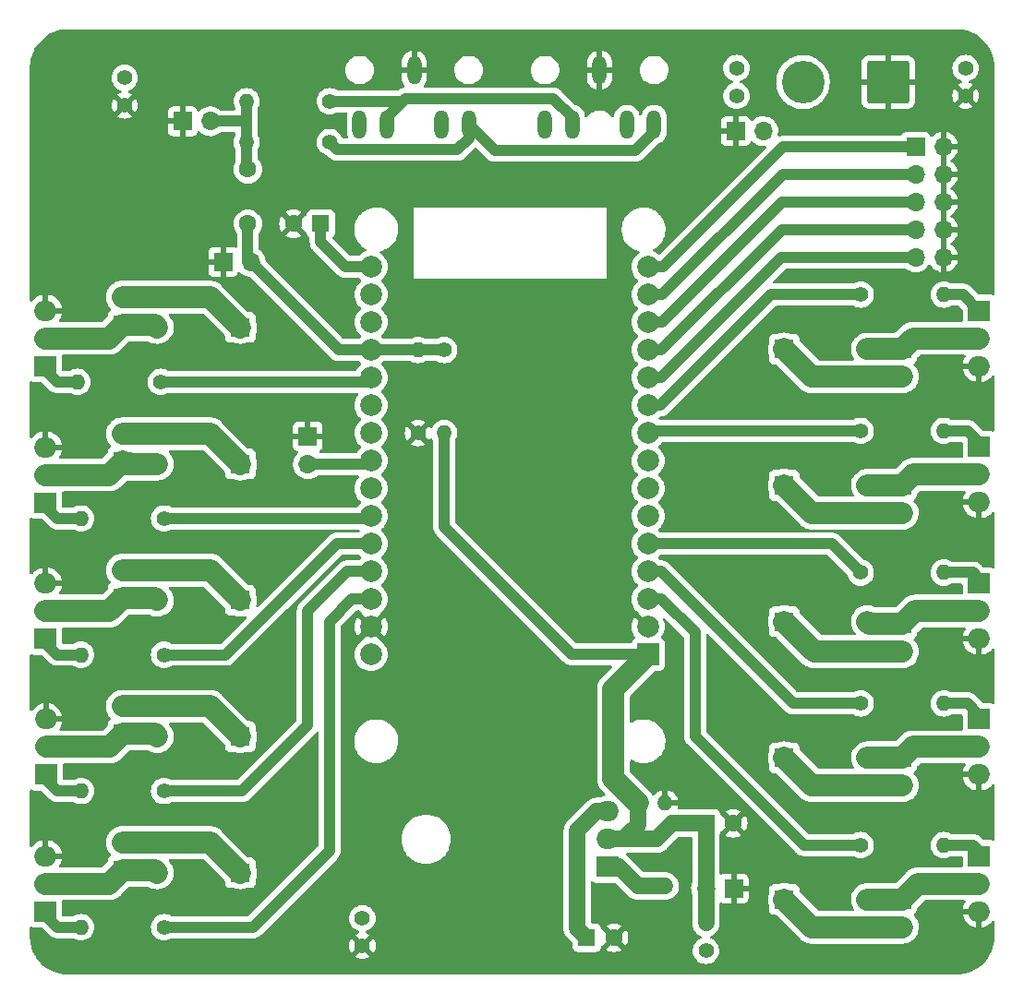
<source format=gtl>
G04 #@! TF.GenerationSoftware,KiCad,Pcbnew,(6.0.4)*
G04 #@! TF.CreationDate,2023-03-25T19:21:49+01:00*
G04 #@! TF.ProjectId,Audiovisualizer PCB,41756469-6f76-4697-9375-616c697a6572,rev?*
G04 #@! TF.SameCoordinates,Original*
G04 #@! TF.FileFunction,Copper,L1,Top*
G04 #@! TF.FilePolarity,Positive*
%FSLAX46Y46*%
G04 Gerber Fmt 4.6, Leading zero omitted, Abs format (unit mm)*
G04 Created by KiCad (PCBNEW (6.0.4)) date 2023-03-25 19:21:49*
%MOMM*%
%LPD*%
G01*
G04 APERTURE LIST*
G04 Aperture macros list*
%AMRoundRect*
0 Rectangle with rounded corners*
0 $1 Rounding radius*
0 $2 $3 $4 $5 $6 $7 $8 $9 X,Y pos of 4 corners*
0 Add a 4 corners polygon primitive as box body*
4,1,4,$2,$3,$4,$5,$6,$7,$8,$9,$2,$3,0*
0 Add four circle primitives for the rounded corners*
1,1,$1+$1,$2,$3*
1,1,$1+$1,$4,$5*
1,1,$1+$1,$6,$7*
1,1,$1+$1,$8,$9*
0 Add four rect primitives between the rounded corners*
20,1,$1+$1,$2,$3,$4,$5,0*
20,1,$1+$1,$4,$5,$6,$7,0*
20,1,$1+$1,$6,$7,$8,$9,0*
20,1,$1+$1,$8,$9,$2,$3,0*%
G04 Aperture macros list end*
G04 #@! TA.AperFunction,ComponentPad*
%ADD10R,1.600000X1.600000*%
G04 #@! TD*
G04 #@! TA.AperFunction,ComponentPad*
%ADD11C,1.600000*%
G04 #@! TD*
G04 #@! TA.AperFunction,ComponentPad*
%ADD12R,1.700000X1.700000*%
G04 #@! TD*
G04 #@! TA.AperFunction,ComponentPad*
%ADD13O,1.700000X1.700000*%
G04 #@! TD*
G04 #@! TA.AperFunction,ComponentPad*
%ADD14R,2.000000X1.905000*%
G04 #@! TD*
G04 #@! TA.AperFunction,ComponentPad*
%ADD15O,2.000000X1.905000*%
G04 #@! TD*
G04 #@! TA.AperFunction,ComponentPad*
%ADD16RoundRect,0.250002X1.699998X1.699998X-1.699998X1.699998X-1.699998X-1.699998X1.699998X-1.699998X0*%
G04 #@! TD*
G04 #@! TA.AperFunction,ComponentPad*
%ADD17C,3.900000*%
G04 #@! TD*
G04 #@! TA.AperFunction,ComponentPad*
%ADD18C,1.400000*%
G04 #@! TD*
G04 #@! TA.AperFunction,ComponentPad*
%ADD19O,1.400000X1.400000*%
G04 #@! TD*
G04 #@! TA.AperFunction,ComponentPad*
%ADD20R,1.800000X1.800000*%
G04 #@! TD*
G04 #@! TA.AperFunction,ComponentPad*
%ADD21O,1.800000X1.800000*%
G04 #@! TD*
G04 #@! TA.AperFunction,ComponentPad*
%ADD22O,1.308000X2.616000*%
G04 #@! TD*
G04 #@! TA.AperFunction,ComponentPad*
%ADD23R,2.000000X2.000000*%
G04 #@! TD*
G04 #@! TA.AperFunction,ComponentPad*
%ADD24C,2.000000*%
G04 #@! TD*
G04 #@! TA.AperFunction,ViaPad*
%ADD25C,0.800000*%
G04 #@! TD*
G04 #@! TA.AperFunction,Conductor*
%ADD26C,1.000000*%
G04 #@! TD*
G04 #@! TA.AperFunction,Conductor*
%ADD27C,1.500000*%
G04 #@! TD*
G04 #@! TA.AperFunction,Conductor*
%ADD28C,2.000000*%
G04 #@! TD*
G04 APERTURE END LIST*
D10*
X79682380Y-81000000D03*
D11*
X77182380Y-81000000D03*
D10*
X115000000Y-136000000D03*
D11*
X117500000Y-136000000D03*
X106572401Y-146500000D03*
D10*
X104072401Y-146500000D03*
D12*
X134225000Y-73925000D03*
D13*
X136765000Y-73925000D03*
X134225000Y-76465000D03*
X136765000Y-76465000D03*
X134225000Y-79005000D03*
X136765000Y-79005000D03*
X134225000Y-81545000D03*
X136765000Y-81545000D03*
X134225000Y-84085000D03*
X136765000Y-84085000D03*
D12*
X78500000Y-100500000D03*
D13*
X78500000Y-103040000D03*
D14*
X106000000Y-140000000D03*
D15*
X106000000Y-137460000D03*
X106000000Y-134920000D03*
D16*
X131700000Y-68000000D03*
D17*
X123900000Y-68000000D03*
D18*
X83500000Y-147250000D03*
X83500000Y-144710000D03*
X115000000Y-147690000D03*
X115000000Y-145150000D03*
X138800000Y-69250000D03*
X138800000Y-66710000D03*
X61700000Y-70150000D03*
X61700000Y-67610000D03*
X117800000Y-69250000D03*
X117800000Y-66710000D03*
D13*
X115005000Y-141987401D03*
D12*
X117545000Y-141987401D03*
X70725000Y-84500000D03*
D13*
X73265000Y-84500000D03*
D12*
X67025000Y-71600000D03*
D13*
X69565000Y-71600000D03*
D18*
X65000000Y-95500000D03*
D19*
X57380000Y-95500000D03*
D14*
X54445000Y-94040000D03*
D15*
X54445000Y-91500000D03*
X54445000Y-88960000D03*
D12*
X61500000Y-90275000D03*
D13*
X61500000Y-87735000D03*
D20*
X72310000Y-90500000D03*
D21*
X64690000Y-90500000D03*
D18*
X65310000Y-120540000D03*
D19*
X57690000Y-120540000D03*
D18*
X65310000Y-108040000D03*
D19*
X57690000Y-108040000D03*
D14*
X54445000Y-119080000D03*
D15*
X54445000Y-116540000D03*
X54445000Y-114000000D03*
D14*
X54445000Y-106580000D03*
D15*
X54445000Y-104040000D03*
X54445000Y-101500000D03*
D12*
X61500000Y-115315000D03*
D13*
X61500000Y-112775000D03*
D12*
X61500000Y-102815000D03*
D13*
X61500000Y-100275000D03*
D20*
X72310000Y-115540000D03*
D21*
X64690000Y-115540000D03*
D20*
X72310000Y-103040000D03*
D21*
X64690000Y-103040000D03*
D18*
X108770000Y-134140000D03*
D19*
X108770000Y-141760000D03*
D18*
X111270000Y-141760000D03*
D19*
X111270000Y-134140000D03*
D11*
X73000000Y-81000000D03*
X73000000Y-76000000D03*
D22*
X90746000Y-71900000D03*
X93246000Y-71900000D03*
X85746000Y-71900000D03*
X83246000Y-71900000D03*
X88246000Y-66900000D03*
X107746000Y-71900000D03*
X110246000Y-71900000D03*
X102746000Y-71900000D03*
X100246000Y-71900000D03*
X105246000Y-66900000D03*
D19*
X72880000Y-69750000D03*
D18*
X80500000Y-69750000D03*
D15*
X140055000Y-131540000D03*
X140055000Y-129000000D03*
D14*
X140055000Y-126460000D03*
D12*
X133000000Y-130000000D03*
D13*
X133000000Y-132540000D03*
D20*
X72310000Y-140540000D03*
D21*
X64690000Y-140540000D03*
X129810000Y-143000000D03*
D20*
X122190000Y-143000000D03*
X122190000Y-130000000D03*
D21*
X129810000Y-130000000D03*
D19*
X136810000Y-125000000D03*
D18*
X129190000Y-125000000D03*
D15*
X140055000Y-119080000D03*
X140055000Y-116540000D03*
D14*
X140055000Y-114000000D03*
D20*
X72310000Y-128040000D03*
D21*
X64690000Y-128040000D03*
D18*
X91000000Y-92590000D03*
D19*
X91000000Y-100210000D03*
D14*
X140055000Y-88960000D03*
D15*
X140055000Y-91500000D03*
X140055000Y-94040000D03*
D19*
X136810000Y-100000000D03*
D18*
X129190000Y-100000000D03*
X88600000Y-100210000D03*
D19*
X88600000Y-92590000D03*
D14*
X140055000Y-101460000D03*
D15*
X140055000Y-104000000D03*
X140055000Y-106540000D03*
D19*
X72880000Y-73500000D03*
D18*
X80500000Y-73500000D03*
X65310000Y-133040000D03*
D19*
X57690000Y-133040000D03*
D18*
X129190000Y-87500000D03*
D19*
X136810000Y-87500000D03*
D12*
X133000000Y-117725000D03*
D13*
X133000000Y-120265000D03*
D18*
X129190000Y-138000000D03*
D19*
X136810000Y-138000000D03*
D12*
X61500000Y-127815000D03*
D13*
X61500000Y-125275000D03*
D21*
X129810000Y-92500000D03*
D20*
X122190000Y-92500000D03*
D14*
X54500000Y-131540000D03*
D15*
X54500000Y-129000000D03*
X54500000Y-126460000D03*
D13*
X133000000Y-145540000D03*
D12*
X133000000Y-143000000D03*
X133000000Y-105000000D03*
D13*
X133000000Y-107540000D03*
D23*
X109700000Y-120515000D03*
D24*
X109700000Y-117975000D03*
X109700000Y-115435000D03*
X109700000Y-112895000D03*
X109700000Y-110355000D03*
X109700000Y-107815000D03*
X109700000Y-105275000D03*
X109700000Y-102735000D03*
X109700000Y-100195000D03*
X109700000Y-97655000D03*
X109700000Y-95115000D03*
X109700000Y-92575000D03*
X109700000Y-90035000D03*
X109700000Y-87495000D03*
X109700000Y-84955000D03*
X84300000Y-84955000D03*
X84300000Y-87495000D03*
X84300000Y-90035000D03*
X84300000Y-92575000D03*
X84300000Y-95115000D03*
X84300000Y-97655000D03*
X84300000Y-100195000D03*
X84300000Y-102735000D03*
X84300000Y-105275000D03*
X84300000Y-107815000D03*
X84300000Y-110355000D03*
X84300000Y-112895000D03*
X84300000Y-115435000D03*
X84300000Y-117975000D03*
X84300000Y-120515000D03*
D12*
X61500000Y-140315000D03*
D13*
X61500000Y-137775000D03*
D14*
X54445000Y-144080000D03*
D15*
X54445000Y-141540000D03*
X54445000Y-139000000D03*
D18*
X65310000Y-145540000D03*
D19*
X57690000Y-145540000D03*
D15*
X140055000Y-144080000D03*
X140055000Y-141540000D03*
D14*
X140055000Y-139000000D03*
D12*
X117725000Y-72500000D03*
D13*
X120265000Y-72500000D03*
D12*
X133000000Y-92500000D03*
D13*
X133000000Y-95040000D03*
D20*
X122190000Y-105000000D03*
D21*
X129810000Y-105000000D03*
D19*
X136810000Y-113000000D03*
D18*
X129190000Y-113000000D03*
D20*
X122190000Y-117500000D03*
D21*
X129810000Y-117500000D03*
D25*
X118000000Y-128000000D03*
X75500000Y-92500000D03*
X75500000Y-111500000D03*
X75500000Y-122500000D03*
X140000000Y-84500000D03*
X140000000Y-72500000D03*
X137500000Y-123000000D03*
X137500000Y-135500000D03*
X57500000Y-98000000D03*
X57500000Y-110500000D03*
X57500000Y-123000000D03*
X57500000Y-135500000D03*
X137500000Y-97500000D03*
X117500000Y-97500000D03*
X117500000Y-117500000D03*
X117500000Y-107500000D03*
X137500000Y-107500000D03*
X137500000Y-147500000D03*
X127500000Y-147500000D03*
X117500000Y-147500000D03*
X57500000Y-147500000D03*
X67500000Y-147500000D03*
X97500000Y-147500000D03*
X87500000Y-147500000D03*
X77500000Y-147500000D03*
X77500000Y-137500000D03*
X87500000Y-127500000D03*
X97500000Y-127500000D03*
X87500000Y-107500000D03*
X87500000Y-117500000D03*
X97500000Y-117500000D03*
X107500000Y-117500000D03*
X107500000Y-107500000D03*
X107500000Y-97500000D03*
X107500000Y-87500000D03*
X97500000Y-87500000D03*
X87500000Y-87500000D03*
X107500000Y-77500000D03*
X97500000Y-77500000D03*
X87500000Y-77500000D03*
X77500000Y-67500000D03*
X67500000Y-67500000D03*
X67500000Y-77500000D03*
X57500000Y-87500000D03*
X57500000Y-77500000D03*
X57500000Y-67500000D03*
D26*
X81955000Y-84955000D02*
X84300000Y-84955000D01*
X79682380Y-82682380D02*
X81955000Y-84955000D01*
X79682380Y-81000000D02*
X79682380Y-82682380D01*
X81340000Y-92575000D02*
X84300000Y-92575000D01*
X73265000Y-84500000D02*
X81340000Y-92575000D01*
X72880000Y-71620000D02*
X72880000Y-73500000D01*
X72880000Y-75880000D02*
X73000000Y-76000000D01*
X72880000Y-73500000D02*
X72880000Y-75880000D01*
X73000000Y-81000000D02*
X73000000Y-84235000D01*
X73000000Y-84235000D02*
X73265000Y-84500000D01*
D27*
X111937599Y-136000000D02*
X115000000Y-136000000D01*
X110477599Y-137460000D02*
X111937599Y-136000000D01*
X115005000Y-136005000D02*
X115000000Y-136000000D01*
X115005000Y-141987401D02*
X115005000Y-136005000D01*
X103200000Y-136700000D02*
X103200000Y-145627599D01*
X103200000Y-145627599D02*
X104072401Y-146500000D01*
X104980000Y-134920000D02*
X103200000Y-136700000D01*
X106000000Y-134920000D02*
X104980000Y-134920000D01*
D26*
X78500000Y-103040000D02*
X83995000Y-103040000D01*
X83995000Y-103040000D02*
X84300000Y-102735000D01*
X111045000Y-84955000D02*
X109700000Y-84955000D01*
X134225000Y-73925000D02*
X122075000Y-73925000D01*
X122075000Y-73925000D02*
X111045000Y-84955000D01*
X111000000Y-87500000D02*
X109705000Y-87500000D01*
X122035000Y-76465000D02*
X111000000Y-87500000D01*
X109705000Y-87500000D02*
X109700000Y-87495000D01*
X134225000Y-76465000D02*
X122035000Y-76465000D01*
X110965000Y-90035000D02*
X109700000Y-90035000D01*
X121995000Y-79005000D02*
X110965000Y-90035000D01*
X134225000Y-79005000D02*
X121995000Y-79005000D01*
X110925000Y-92575000D02*
X109700000Y-92575000D01*
X121955000Y-81545000D02*
X110925000Y-92575000D01*
X134225000Y-81545000D02*
X121955000Y-81545000D01*
X110885000Y-95115000D02*
X109700000Y-95115000D01*
X121915000Y-84085000D02*
X110885000Y-95115000D01*
X134225000Y-84085000D02*
X121915000Y-84085000D01*
X121000000Y-87500000D02*
X129190000Y-87500000D01*
X110845000Y-97655000D02*
X121000000Y-87500000D01*
X109700000Y-97655000D02*
X110845000Y-97655000D01*
X91000000Y-108800000D02*
X102715000Y-120515000D01*
X91000000Y-100210000D02*
X91000000Y-108800000D01*
X84300000Y-92575000D02*
X90985000Y-92575000D01*
X90985000Y-92575000D02*
X91000000Y-92590000D01*
X69565000Y-71600000D02*
X72860000Y-71600000D01*
X72880000Y-69750000D02*
X72880000Y-71620000D01*
X72860000Y-71600000D02*
X72880000Y-71620000D01*
D28*
X106530479Y-123684521D02*
X109700000Y-120515000D01*
X106530479Y-131900479D02*
X106530479Y-123684521D01*
X108770000Y-134140000D02*
X106530479Y-131900479D01*
D27*
X115005000Y-145145000D02*
X115000000Y-145150000D01*
X115005000Y-141987401D02*
X115005000Y-145145000D01*
X106000000Y-137460000D02*
X110477599Y-137460000D01*
X107440000Y-137460000D02*
X108770000Y-136130000D01*
X106000000Y-137460000D02*
X107440000Y-137460000D01*
X108770000Y-136130000D02*
X108770000Y-134140000D01*
X107010000Y-140000000D02*
X108770000Y-141760000D01*
X106000000Y-140000000D02*
X107010000Y-140000000D01*
X111270000Y-141760000D02*
X108770000Y-141760000D01*
D26*
X109700000Y-120515000D02*
X102715000Y-120515000D01*
X93246000Y-73154000D02*
X93246000Y-71900000D01*
X92200000Y-74200000D02*
X93246000Y-73154000D01*
X81200000Y-74200000D02*
X92200000Y-74200000D01*
X80500000Y-73500000D02*
X81200000Y-74200000D01*
X87196000Y-69750000D02*
X80500000Y-69750000D01*
X87446000Y-69500000D02*
X87196000Y-69750000D01*
D28*
X64465000Y-140315000D02*
X64690000Y-140540000D01*
X61500000Y-140315000D02*
X64465000Y-140315000D01*
X54445000Y-141540000D02*
X60275000Y-141540000D01*
X60275000Y-141540000D02*
X61500000Y-140315000D01*
X64465000Y-127815000D02*
X64690000Y-128040000D01*
X61500000Y-127815000D02*
X64465000Y-127815000D01*
X60315000Y-129000000D02*
X61500000Y-127815000D01*
X54500000Y-129000000D02*
X60315000Y-129000000D01*
X64465000Y-115315000D02*
X64690000Y-115540000D01*
X61500000Y-115315000D02*
X64465000Y-115315000D01*
X60275000Y-116540000D02*
X61500000Y-115315000D01*
X54445000Y-116540000D02*
X60275000Y-116540000D01*
X64465000Y-90275000D02*
X64690000Y-90500000D01*
X61500000Y-90275000D02*
X64465000Y-90275000D01*
X60275000Y-91500000D02*
X61500000Y-90275000D01*
X54445000Y-91500000D02*
X60275000Y-91500000D01*
X133000000Y-92500000D02*
X129810000Y-92500000D01*
X134000000Y-91500000D02*
X133000000Y-92500000D01*
X140055000Y-91500000D02*
X134000000Y-91500000D01*
X133000000Y-105000000D02*
X129810000Y-105000000D01*
X134000000Y-104000000D02*
X133000000Y-105000000D01*
X140055000Y-104000000D02*
X134000000Y-104000000D01*
X134185000Y-116540000D02*
X133000000Y-117725000D01*
X140055000Y-116540000D02*
X134185000Y-116540000D01*
X130035000Y-117725000D02*
X129810000Y-117500000D01*
X133000000Y-117725000D02*
X130035000Y-117725000D01*
X133000000Y-130000000D02*
X129810000Y-130000000D01*
X133000000Y-143000000D02*
X129810000Y-143000000D01*
X134460000Y-141540000D02*
X133000000Y-143000000D01*
X140055000Y-141540000D02*
X134460000Y-141540000D01*
X134000000Y-129000000D02*
X140055000Y-129000000D01*
X133000000Y-130000000D02*
X134000000Y-129000000D01*
X124730000Y-145540000D02*
X133000000Y-145540000D01*
X122190000Y-143000000D02*
X124730000Y-145540000D01*
X124730000Y-132540000D02*
X133000000Y-132540000D01*
X122190000Y-130000000D02*
X124730000Y-132540000D01*
X124955000Y-120265000D02*
X133000000Y-120265000D01*
X122190000Y-117500000D02*
X124955000Y-120265000D01*
X124730000Y-107540000D02*
X133000000Y-107540000D01*
X122190000Y-105000000D02*
X124730000Y-107540000D01*
X124730000Y-95040000D02*
X133000000Y-95040000D01*
X122190000Y-92500000D02*
X124730000Y-95040000D01*
X69545000Y-137775000D02*
X61500000Y-137775000D01*
X72310000Y-140540000D02*
X69545000Y-137775000D01*
X72310000Y-128040000D02*
X69545000Y-125275000D01*
X69545000Y-125275000D02*
X61500000Y-125275000D01*
X69545000Y-112775000D02*
X61500000Y-112775000D01*
X72310000Y-115540000D02*
X69545000Y-112775000D01*
X69545000Y-87735000D02*
X61500000Y-87735000D01*
X72310000Y-90500000D02*
X69545000Y-87735000D01*
X69545000Y-100275000D02*
X61500000Y-100275000D01*
X72310000Y-103040000D02*
X69545000Y-100275000D01*
X60275000Y-104040000D02*
X54445000Y-104040000D01*
X61500000Y-102815000D02*
X60275000Y-104040000D01*
X61725000Y-103040000D02*
X61500000Y-102815000D01*
X64690000Y-103040000D02*
X61725000Y-103040000D01*
D26*
X82565000Y-115435000D02*
X84300000Y-115435000D01*
X80500000Y-117500000D02*
X82565000Y-115435000D01*
X80500000Y-138500000D02*
X80500000Y-117500000D01*
X73460000Y-145540000D02*
X80500000Y-138500000D01*
X65310000Y-145540000D02*
X73460000Y-145540000D01*
X82105000Y-112895000D02*
X84300000Y-112895000D01*
X78500000Y-116500000D02*
X82105000Y-112895000D01*
X72460000Y-133040000D02*
X78500000Y-127000000D01*
X65310000Y-133040000D02*
X72460000Y-133040000D01*
X78500000Y-127000000D02*
X78500000Y-116500000D01*
X81145000Y-110355000D02*
X84300000Y-110355000D01*
X65310000Y-120540000D02*
X70960000Y-120540000D01*
X70960000Y-120540000D02*
X81145000Y-110355000D01*
X84075000Y-108040000D02*
X84300000Y-107815000D01*
X65310000Y-108040000D02*
X84075000Y-108040000D01*
X83915000Y-95500000D02*
X84300000Y-95115000D01*
X65000000Y-95500000D02*
X83915000Y-95500000D01*
X114000000Y-118500000D02*
X110935000Y-115435000D01*
X114000000Y-128000000D02*
X114000000Y-118500000D01*
X110935000Y-115435000D02*
X109700000Y-115435000D01*
X124000000Y-138000000D02*
X114000000Y-128000000D01*
X129190000Y-138000000D02*
X124000000Y-138000000D01*
X110895000Y-112895000D02*
X109700000Y-112895000D01*
X123000000Y-125000000D02*
X110895000Y-112895000D01*
X129190000Y-125000000D02*
X123000000Y-125000000D01*
X126545000Y-110355000D02*
X109700000Y-110355000D01*
X129190000Y-113000000D02*
X126545000Y-110355000D01*
X109895000Y-100000000D02*
X109700000Y-100195000D01*
X129190000Y-100000000D02*
X109895000Y-100000000D01*
X55500000Y-95500000D02*
X57380000Y-95500000D01*
X54445000Y-94445000D02*
X55500000Y-95500000D01*
X54445000Y-94040000D02*
X54445000Y-94445000D01*
X55540000Y-108040000D02*
X57690000Y-108040000D01*
X54445000Y-106945000D02*
X55540000Y-108040000D01*
X54445000Y-106580000D02*
X54445000Y-106945000D01*
X55540000Y-120540000D02*
X57690000Y-120540000D01*
X54445000Y-119445000D02*
X55540000Y-120540000D01*
X54445000Y-119080000D02*
X54445000Y-119445000D01*
X55540000Y-133040000D02*
X57690000Y-133040000D01*
X54500000Y-132000000D02*
X55540000Y-133040000D01*
X54500000Y-131540000D02*
X54500000Y-132000000D01*
X55540000Y-145540000D02*
X57690000Y-145540000D01*
X54445000Y-144445000D02*
X55540000Y-145540000D01*
X54445000Y-144080000D02*
X54445000Y-144445000D01*
X139500000Y-138000000D02*
X136810000Y-138000000D01*
X140055000Y-139000000D02*
X140055000Y-138555000D01*
X140055000Y-138555000D02*
X139500000Y-138000000D01*
X139000000Y-125000000D02*
X136810000Y-125000000D01*
X140055000Y-126055000D02*
X139000000Y-125000000D01*
X140055000Y-126460000D02*
X140055000Y-126055000D01*
X139500000Y-113000000D02*
X136810000Y-113000000D01*
X140055000Y-113555000D02*
X139500000Y-113000000D01*
X140055000Y-114000000D02*
X140055000Y-113555000D01*
X139000000Y-100000000D02*
X136810000Y-100000000D01*
X140055000Y-101055000D02*
X139000000Y-100000000D01*
X140055000Y-101460000D02*
X140055000Y-101055000D01*
X138595000Y-87500000D02*
X140055000Y-88960000D01*
X136810000Y-87500000D02*
X138595000Y-87500000D01*
X108500000Y-74300000D02*
X95646000Y-74300000D01*
X110246000Y-72554000D02*
X108500000Y-74300000D01*
X110246000Y-71900000D02*
X110246000Y-72554000D01*
X95646000Y-74300000D02*
X93246000Y-71900000D01*
X85746000Y-71200000D02*
X85746000Y-71900000D01*
X101000000Y-69500000D02*
X87446000Y-69500000D01*
X102746000Y-71900000D02*
X102746000Y-71246000D01*
X102746000Y-71246000D02*
X101000000Y-69500000D01*
X87446000Y-69500000D02*
X85746000Y-71200000D01*
G04 #@! TA.AperFunction,Conductor*
G36*
X137941594Y-63138427D02*
G01*
X137956427Y-63140737D01*
X137956431Y-63140737D01*
X137965300Y-63142118D01*
X137984655Y-63139587D01*
X138007170Y-63138675D01*
X138307631Y-63153434D01*
X138319918Y-63154644D01*
X138646615Y-63203103D01*
X138658733Y-63205513D01*
X138816725Y-63245088D01*
X138979098Y-63285759D01*
X138990931Y-63289348D01*
X139301890Y-63400610D01*
X139313313Y-63405342D01*
X139611871Y-63546548D01*
X139622758Y-63552367D01*
X139906049Y-63722163D01*
X139916325Y-63729030D01*
X140181598Y-63925769D01*
X140191137Y-63933596D01*
X140435863Y-64155404D01*
X140444596Y-64164137D01*
X140666404Y-64408863D01*
X140674231Y-64418402D01*
X140822968Y-64618952D01*
X140870970Y-64683675D01*
X140877837Y-64693951D01*
X141047633Y-64977242D01*
X141053452Y-64988129D01*
X141194658Y-65286687D01*
X141199390Y-65298110D01*
X141310652Y-65609069D01*
X141314241Y-65620902D01*
X141335622Y-65706261D01*
X141369177Y-65840221D01*
X141394486Y-65941264D01*
X141396897Y-65953385D01*
X141445356Y-66280082D01*
X141446566Y-66292371D01*
X141451700Y-66396884D01*
X141460962Y-66585454D01*
X141459614Y-66611016D01*
X141459263Y-66613269D01*
X141459263Y-66613280D01*
X141457882Y-66622148D01*
X141459046Y-66631051D01*
X141459046Y-66631056D01*
X141462009Y-66653718D01*
X141463073Y-66670054D01*
X141463073Y-87435581D01*
X141443071Y-87503702D01*
X141389415Y-87550195D01*
X141319141Y-87560299D01*
X141292845Y-87553563D01*
X141165316Y-87505755D01*
X141103134Y-87499000D01*
X140072424Y-87499000D01*
X140004303Y-87478998D01*
X139983329Y-87462095D01*
X139351855Y-86830621D01*
X139342753Y-86820478D01*
X139322897Y-86795782D01*
X139319032Y-86790975D01*
X139280578Y-86758708D01*
X139276931Y-86755528D01*
X139275119Y-86753885D01*
X139272925Y-86751691D01*
X139239651Y-86724358D01*
X139238853Y-86723696D01*
X139167526Y-86663846D01*
X139162856Y-86661278D01*
X139158739Y-86657897D01*
X139076914Y-86614023D01*
X139075755Y-86613394D01*
X138999619Y-86571538D01*
X138999611Y-86571535D01*
X138994213Y-86568567D01*
X138989131Y-86566955D01*
X138984437Y-86564438D01*
X138895469Y-86537238D01*
X138894441Y-86536918D01*
X138805694Y-86508765D01*
X138800398Y-86508171D01*
X138795302Y-86506613D01*
X138702743Y-86497210D01*
X138701607Y-86497089D01*
X138667992Y-86493319D01*
X138655270Y-86491892D01*
X138655266Y-86491892D01*
X138651773Y-86491500D01*
X138648246Y-86491500D01*
X138647261Y-86491445D01*
X138641581Y-86490998D01*
X138612175Y-86488011D01*
X138604663Y-86487248D01*
X138604661Y-86487248D01*
X138598538Y-86486626D01*
X138556259Y-86490623D01*
X138552891Y-86490941D01*
X138541033Y-86491500D01*
X137516396Y-86491500D01*
X137444126Y-86468714D01*
X137421063Y-86452565D01*
X137421060Y-86452563D01*
X137416558Y-86449411D01*
X137411577Y-86447088D01*
X137411573Y-86447086D01*
X137229892Y-86362367D01*
X137229891Y-86362366D01*
X137224910Y-86360044D01*
X137219602Y-86358622D01*
X137219600Y-86358621D01*
X137025970Y-86306738D01*
X137025968Y-86306738D01*
X137020655Y-86305314D01*
X136810000Y-86286884D01*
X136599345Y-86305314D01*
X136594032Y-86306738D01*
X136594030Y-86306738D01*
X136400400Y-86358621D01*
X136400398Y-86358622D01*
X136395090Y-86360044D01*
X136390109Y-86362366D01*
X136390108Y-86362367D01*
X136208423Y-86447088D01*
X136208420Y-86447090D01*
X136203442Y-86449411D01*
X136030224Y-86570699D01*
X135880699Y-86720224D01*
X135759411Y-86893442D01*
X135757090Y-86898420D01*
X135757088Y-86898423D01*
X135673952Y-87076710D01*
X135670044Y-87085090D01*
X135615314Y-87289345D01*
X135596884Y-87500000D01*
X135615314Y-87710655D01*
X135616738Y-87715968D01*
X135616738Y-87715970D01*
X135644124Y-87818174D01*
X135670044Y-87914910D01*
X135672366Y-87919891D01*
X135672367Y-87919892D01*
X135749867Y-88086090D01*
X135759411Y-88106558D01*
X135880699Y-88279776D01*
X136030224Y-88429301D01*
X136203442Y-88550589D01*
X136208420Y-88552910D01*
X136208423Y-88552912D01*
X136390108Y-88637633D01*
X136395090Y-88639956D01*
X136400398Y-88641378D01*
X136400400Y-88641379D01*
X136594030Y-88693262D01*
X136594032Y-88693262D01*
X136599345Y-88694686D01*
X136810000Y-88713116D01*
X137020655Y-88694686D01*
X137025968Y-88693262D01*
X137025970Y-88693262D01*
X137219600Y-88641379D01*
X137219602Y-88641378D01*
X137224910Y-88639956D01*
X137229892Y-88637633D01*
X137411573Y-88552914D01*
X137411577Y-88552912D01*
X137416558Y-88550589D01*
X137421060Y-88547437D01*
X137421063Y-88547435D01*
X137444126Y-88531286D01*
X137516396Y-88508500D01*
X138125075Y-88508500D01*
X138193196Y-88528502D01*
X138214170Y-88545405D01*
X138509595Y-88840830D01*
X138543621Y-88903142D01*
X138546500Y-88929925D01*
X138546500Y-89865500D01*
X138526498Y-89933621D01*
X138472842Y-89980114D01*
X138420500Y-89991500D01*
X134024016Y-89991500D01*
X134020498Y-89991451D01*
X133925851Y-89988807D01*
X133925848Y-89988807D01*
X133920795Y-89988666D01*
X133915782Y-89989335D01*
X133915779Y-89989335D01*
X133842911Y-89999057D01*
X133836354Y-89999758D01*
X133763080Y-90005654D01*
X133763079Y-90005654D01*
X133758035Y-90006060D01*
X133753124Y-90007266D01*
X133753119Y-90007267D01*
X133726139Y-90013894D01*
X133712750Y-90016424D01*
X133700315Y-90018083D01*
X133680180Y-90020770D01*
X133604949Y-90043484D01*
X133598604Y-90045220D01*
X133522294Y-90063963D01*
X133517642Y-90065938D01*
X133517638Y-90065939D01*
X133492052Y-90076800D01*
X133479239Y-90081438D01*
X133447792Y-90090932D01*
X133377138Y-90125392D01*
X133371204Y-90128097D01*
X133298844Y-90158812D01*
X133294564Y-90161507D01*
X133294553Y-90161513D01*
X133271047Y-90176316D01*
X133259140Y-90182944D01*
X133254529Y-90185193D01*
X133229612Y-90197346D01*
X133169378Y-90239837D01*
X133165403Y-90242641D01*
X133159914Y-90246301D01*
X133097714Y-90285471D01*
X133093433Y-90288167D01*
X133089644Y-90291508D01*
X133089638Y-90291512D01*
X133068783Y-90309898D01*
X133058088Y-90318344D01*
X133031253Y-90337274D01*
X133009750Y-90356909D01*
X132970034Y-90396625D01*
X132964264Y-90402044D01*
X132915142Y-90445350D01*
X132915139Y-90445353D01*
X132911345Y-90448698D01*
X132908135Y-90452606D01*
X132908134Y-90452607D01*
X132884821Y-90480989D01*
X132876551Y-90490108D01*
X132412064Y-90954595D01*
X132349752Y-90988621D01*
X132322969Y-90991500D01*
X129748999Y-90991500D01*
X129746491Y-90991702D01*
X129746486Y-90991702D01*
X129573076Y-91005654D01*
X129573071Y-91005655D01*
X129568035Y-91006060D01*
X129563127Y-91007266D01*
X129563124Y-91007266D01*
X129459339Y-91032758D01*
X129332294Y-91063963D01*
X129327642Y-91065938D01*
X129327638Y-91065939D01*
X129191829Y-91123587D01*
X129108844Y-91158812D01*
X129104560Y-91161510D01*
X128907712Y-91285472D01*
X128907709Y-91285474D01*
X128903433Y-91288167D01*
X128899639Y-91291512D01*
X128725142Y-91445350D01*
X128725139Y-91445353D01*
X128721345Y-91448698D01*
X128718135Y-91452606D01*
X128718134Y-91452607D01*
X128628985Y-91561140D01*
X128567266Y-91636278D01*
X128534593Y-91692416D01*
X128455247Y-91828746D01*
X128445159Y-91846078D01*
X128443346Y-91850801D01*
X128370222Y-92041298D01*
X128358167Y-92072702D01*
X128357133Y-92077652D01*
X128357132Y-92077655D01*
X128335668Y-92180400D01*
X128308526Y-92310320D01*
X128297514Y-92552817D01*
X128298095Y-92557837D01*
X128298095Y-92557841D01*
X128321181Y-92757359D01*
X128325415Y-92793956D01*
X128326791Y-92798820D01*
X128326792Y-92798823D01*
X128333826Y-92823681D01*
X128391510Y-93027532D01*
X128393644Y-93032108D01*
X128393646Y-93032114D01*
X128483563Y-93224942D01*
X128494099Y-93247536D01*
X128496937Y-93251712D01*
X128496941Y-93251719D01*
X128553320Y-93334677D01*
X128575066Y-93402262D01*
X128556822Y-93470874D01*
X128504379Y-93518731D01*
X128449108Y-93531500D01*
X125407031Y-93531500D01*
X125338910Y-93511498D01*
X125317936Y-93494595D01*
X123635405Y-91812064D01*
X123601379Y-91749752D01*
X123598500Y-91722969D01*
X123598500Y-91551866D01*
X123591745Y-91489684D01*
X123540615Y-91353295D01*
X123453261Y-91236739D01*
X123336705Y-91149385D01*
X123200316Y-91098255D01*
X123138134Y-91091500D01*
X122755312Y-91091500D01*
X122708112Y-91082325D01*
X122647261Y-91057740D01*
X122647262Y-91057740D01*
X122642571Y-91055845D01*
X122484600Y-91019955D01*
X122410787Y-91003185D01*
X122410784Y-91003184D01*
X122405856Y-91002065D01*
X122400809Y-91001747D01*
X122400806Y-91001747D01*
X122180350Y-90987877D01*
X122163587Y-90986822D01*
X121975524Y-91005263D01*
X121927025Y-91010018D01*
X121927024Y-91010018D01*
X121921998Y-91010511D01*
X121687304Y-91072519D01*
X121682687Y-91074575D01*
X121682686Y-91074575D01*
X121669138Y-91080607D01*
X121617889Y-91091500D01*
X121241866Y-91091500D01*
X121179684Y-91098255D01*
X121043295Y-91149385D01*
X120926739Y-91236739D01*
X120839385Y-91353295D01*
X120788255Y-91489684D01*
X120781500Y-91551866D01*
X120781500Y-91936949D01*
X120773901Y-91980044D01*
X120756617Y-92027532D01*
X120730930Y-92098105D01*
X120729982Y-92103074D01*
X120729981Y-92103078D01*
X120702425Y-92247536D01*
X120685444Y-92336553D01*
X120684397Y-92374030D01*
X120678818Y-92573781D01*
X120678666Y-92579205D01*
X120679335Y-92584218D01*
X120679335Y-92584220D01*
X120693048Y-92686995D01*
X120710771Y-92819820D01*
X120712233Y-92824661D01*
X120712233Y-92824663D01*
X120776122Y-93036273D01*
X120781500Y-93072691D01*
X120781500Y-93448134D01*
X120788255Y-93510316D01*
X120839385Y-93646705D01*
X120926739Y-93763261D01*
X121043295Y-93850615D01*
X121179684Y-93901745D01*
X121241866Y-93908500D01*
X121412969Y-93908500D01*
X121481090Y-93928502D01*
X121502064Y-93945405D01*
X123646325Y-96089666D01*
X123648779Y-96092188D01*
X123717332Y-96164681D01*
X123779769Y-96212418D01*
X123784868Y-96216531D01*
X123844720Y-96267470D01*
X123849045Y-96270089D01*
X123849050Y-96270093D01*
X123872824Y-96284491D01*
X123884071Y-96292163D01*
X123910174Y-96312120D01*
X123979416Y-96349247D01*
X123985137Y-96352510D01*
X124052357Y-96393220D01*
X124082834Y-96405534D01*
X124095150Y-96411303D01*
X124124109Y-96426831D01*
X124198433Y-96452423D01*
X124204561Y-96454714D01*
X124225336Y-96463108D01*
X124272733Y-96482258D01*
X124272737Y-96482259D01*
X124277429Y-96484155D01*
X124282368Y-96485277D01*
X124282371Y-96485278D01*
X124300397Y-96489373D01*
X124304975Y-96490413D01*
X124309460Y-96491432D01*
X124322559Y-96495163D01*
X124353631Y-96505862D01*
X124431100Y-96519243D01*
X124437504Y-96520523D01*
X124514144Y-96537935D01*
X124546953Y-96539999D01*
X124560453Y-96541585D01*
X124592836Y-96547179D01*
X124596793Y-96547359D01*
X124596796Y-96547359D01*
X124620506Y-96548436D01*
X124620525Y-96548436D01*
X124621925Y-96548500D01*
X124678107Y-96548500D01*
X124686018Y-96548749D01*
X124756412Y-96553178D01*
X124797991Y-96549101D01*
X124810287Y-96548500D01*
X133061001Y-96548500D01*
X133063509Y-96548298D01*
X133063514Y-96548298D01*
X133236924Y-96534346D01*
X133236929Y-96534345D01*
X133241965Y-96533940D01*
X133246873Y-96532734D01*
X133246876Y-96532734D01*
X133472792Y-96477244D01*
X133477706Y-96476037D01*
X133482358Y-96474062D01*
X133482362Y-96474061D01*
X133643817Y-96405527D01*
X133701156Y-96381188D01*
X133778957Y-96332194D01*
X133902288Y-96254528D01*
X133902291Y-96254526D01*
X133906567Y-96251833D01*
X133952166Y-96211633D01*
X134084858Y-96094650D01*
X134084861Y-96094647D01*
X134088655Y-96091302D01*
X134229452Y-95919892D01*
X134239526Y-95907628D01*
X134239528Y-95907625D01*
X134242734Y-95903722D01*
X134364841Y-95693922D01*
X134405820Y-95587167D01*
X134450020Y-95472022D01*
X134450021Y-95472018D01*
X134451833Y-95467298D01*
X134457564Y-95439866D01*
X134500440Y-95234631D01*
X134500440Y-95234627D01*
X134501474Y-95229680D01*
X134512486Y-94987183D01*
X134501640Y-94893442D01*
X134485167Y-94751071D01*
X134485166Y-94751067D01*
X134484585Y-94746044D01*
X134478556Y-94724736D01*
X134419866Y-94517331D01*
X134418490Y-94512468D01*
X134416356Y-94507892D01*
X134416354Y-94507886D01*
X134325102Y-94312194D01*
X138571573Y-94312194D01*
X138581110Y-94374515D01*
X138583499Y-94384543D01*
X138654898Y-94602988D01*
X138658895Y-94612497D01*
X138765011Y-94816344D01*
X138770505Y-94825069D01*
X138908493Y-95008852D01*
X138915336Y-95016559D01*
X139081491Y-95175339D01*
X139089501Y-95181826D01*
X139279347Y-95311330D01*
X139288321Y-95316429D01*
X139496769Y-95413187D01*
X139506456Y-95416750D01*
X139727908Y-95478165D01*
X139738030Y-95480096D01*
X139782987Y-95484901D01*
X139797608Y-95482253D01*
X139801000Y-95469876D01*
X139801000Y-94312115D01*
X139796525Y-94296876D01*
X139795135Y-94295671D01*
X139787452Y-94294000D01*
X138586904Y-94294000D01*
X138573560Y-94297918D01*
X138571573Y-94312194D01*
X134325102Y-94312194D01*
X134318038Y-94297046D01*
X134318036Y-94297042D01*
X134315901Y-94292464D01*
X134179456Y-94091693D01*
X134175977Y-94088014D01*
X134175973Y-94088009D01*
X134081126Y-93987711D01*
X134048854Y-93924473D01*
X134055894Y-93853826D01*
X134097109Y-93800312D01*
X134116206Y-93786000D01*
X134213261Y-93713261D01*
X134300615Y-93596705D01*
X134351745Y-93460316D01*
X134358500Y-93398134D01*
X134358500Y-93327031D01*
X134378502Y-93258910D01*
X134395405Y-93237936D01*
X134587936Y-93045405D01*
X134650248Y-93011379D01*
X134677031Y-93008500D01*
X138700928Y-93008500D01*
X138769049Y-93028502D01*
X138815542Y-93082158D01*
X138825646Y-93152432D01*
X138799809Y-93212593D01*
X138790056Y-93224942D01*
X138784350Y-93233531D01*
X138673286Y-93434722D01*
X138669056Y-93444134D01*
X138592341Y-93660768D01*
X138589707Y-93670739D01*
X138572353Y-93768163D01*
X138573813Y-93781460D01*
X138588370Y-93786000D01*
X140183000Y-93786000D01*
X140251121Y-93806002D01*
X140297614Y-93859658D01*
X140309000Y-93912000D01*
X140309000Y-95470412D01*
X140313325Y-95485141D01*
X140325111Y-95487202D01*
X140336704Y-95486249D01*
X140346866Y-95484567D01*
X140569771Y-95428578D01*
X140579519Y-95425259D01*
X140790289Y-95333615D01*
X140799364Y-95328749D01*
X140992327Y-95203915D01*
X141000498Y-95197622D01*
X141170480Y-95042950D01*
X141177506Y-95035417D01*
X141238191Y-94958575D01*
X141296108Y-94917512D01*
X141367031Y-94914280D01*
X141428442Y-94949905D01*
X141460845Y-95013076D01*
X141463073Y-95036667D01*
X141463073Y-99935581D01*
X141443071Y-100003702D01*
X141389415Y-100050195D01*
X141319141Y-100060299D01*
X141292845Y-100053563D01*
X141165316Y-100005755D01*
X141103134Y-99999000D01*
X140477426Y-99999000D01*
X140409305Y-99978998D01*
X140388331Y-99962096D01*
X139756851Y-99330617D01*
X139747749Y-99320473D01*
X139727897Y-99295782D01*
X139724032Y-99290975D01*
X139685578Y-99258708D01*
X139681931Y-99255528D01*
X139680119Y-99253885D01*
X139677925Y-99251691D01*
X139644651Y-99224358D01*
X139643853Y-99223696D01*
X139572526Y-99163846D01*
X139567856Y-99161278D01*
X139563739Y-99157897D01*
X139481914Y-99114023D01*
X139480755Y-99113394D01*
X139404619Y-99071538D01*
X139404611Y-99071535D01*
X139399213Y-99068567D01*
X139394131Y-99066955D01*
X139389437Y-99064438D01*
X139300469Y-99037238D01*
X139299441Y-99036918D01*
X139210694Y-99008765D01*
X139205398Y-99008171D01*
X139200302Y-99006613D01*
X139107743Y-98997210D01*
X139106607Y-98997089D01*
X139072992Y-98993319D01*
X139060270Y-98991892D01*
X139060266Y-98991892D01*
X139056773Y-98991500D01*
X139053246Y-98991500D01*
X139052261Y-98991445D01*
X139046581Y-98990998D01*
X139017175Y-98988011D01*
X139009663Y-98987248D01*
X139009661Y-98987248D01*
X139003538Y-98986626D01*
X138961259Y-98990623D01*
X138957891Y-98990941D01*
X138946033Y-98991500D01*
X137516396Y-98991500D01*
X137444126Y-98968714D01*
X137421063Y-98952565D01*
X137421060Y-98952563D01*
X137416558Y-98949411D01*
X137411577Y-98947088D01*
X137411573Y-98947086D01*
X137229892Y-98862367D01*
X137229891Y-98862366D01*
X137224910Y-98860044D01*
X137219602Y-98858622D01*
X137219600Y-98858621D01*
X137025970Y-98806738D01*
X137025968Y-98806738D01*
X137020655Y-98805314D01*
X136810000Y-98786884D01*
X136599345Y-98805314D01*
X136594032Y-98806738D01*
X136594030Y-98806738D01*
X136400400Y-98858621D01*
X136400398Y-98858622D01*
X136395090Y-98860044D01*
X136390109Y-98862366D01*
X136390108Y-98862367D01*
X136208423Y-98947088D01*
X136208420Y-98947090D01*
X136203442Y-98949411D01*
X136030224Y-99070699D01*
X135880699Y-99220224D01*
X135759411Y-99393442D01*
X135757090Y-99398420D01*
X135757088Y-99398423D01*
X135677272Y-99569590D01*
X135670044Y-99585090D01*
X135668622Y-99590398D01*
X135668621Y-99590400D01*
X135630744Y-99731759D01*
X135615314Y-99789345D01*
X135596884Y-100000000D01*
X135615314Y-100210655D01*
X135616738Y-100215968D01*
X135616738Y-100215970D01*
X135654842Y-100358174D01*
X135670044Y-100414910D01*
X135672366Y-100419891D01*
X135672367Y-100419892D01*
X135747970Y-100582022D01*
X135759411Y-100606558D01*
X135880699Y-100779776D01*
X136030224Y-100929301D01*
X136203442Y-101050589D01*
X136208420Y-101052910D01*
X136208423Y-101052912D01*
X136390108Y-101137633D01*
X136395090Y-101139956D01*
X136400398Y-101141378D01*
X136400400Y-101141379D01*
X136594030Y-101193262D01*
X136594032Y-101193262D01*
X136599345Y-101194686D01*
X136810000Y-101213116D01*
X137020655Y-101194686D01*
X137025968Y-101193262D01*
X137025970Y-101193262D01*
X137219600Y-101141379D01*
X137219602Y-101141378D01*
X137224910Y-101139956D01*
X137229892Y-101137633D01*
X137411573Y-101052914D01*
X137411577Y-101052912D01*
X137416558Y-101050589D01*
X137421060Y-101047437D01*
X137421063Y-101047435D01*
X137444126Y-101031286D01*
X137516396Y-101008500D01*
X138420500Y-101008500D01*
X138488621Y-101028502D01*
X138535114Y-101082158D01*
X138546500Y-101134500D01*
X138546500Y-102365500D01*
X138526498Y-102433621D01*
X138472842Y-102480114D01*
X138420500Y-102491500D01*
X134024016Y-102491500D01*
X134020498Y-102491451D01*
X133925851Y-102488807D01*
X133925848Y-102488807D01*
X133920795Y-102488666D01*
X133915782Y-102489335D01*
X133915779Y-102489335D01*
X133842911Y-102499057D01*
X133836354Y-102499758D01*
X133763080Y-102505654D01*
X133763079Y-102505654D01*
X133758035Y-102506060D01*
X133753124Y-102507266D01*
X133753119Y-102507267D01*
X133726139Y-102513894D01*
X133712750Y-102516424D01*
X133705953Y-102517331D01*
X133680180Y-102520770D01*
X133604949Y-102543484D01*
X133598604Y-102545220D01*
X133522294Y-102563963D01*
X133517642Y-102565938D01*
X133517638Y-102565939D01*
X133492052Y-102576800D01*
X133479239Y-102581438D01*
X133447792Y-102590932D01*
X133377138Y-102625392D01*
X133371204Y-102628097D01*
X133298844Y-102658812D01*
X133294564Y-102661507D01*
X133294553Y-102661513D01*
X133271047Y-102676316D01*
X133259140Y-102682944D01*
X133247087Y-102688823D01*
X133229612Y-102697346D01*
X133190137Y-102725193D01*
X133165403Y-102742641D01*
X133159914Y-102746301D01*
X133113133Y-102775761D01*
X133093433Y-102788167D01*
X133089644Y-102791508D01*
X133089638Y-102791512D01*
X133068783Y-102809898D01*
X133058088Y-102818344D01*
X133031253Y-102837274D01*
X133009750Y-102856909D01*
X132970034Y-102896625D01*
X132964264Y-102902044D01*
X132915142Y-102945350D01*
X132915139Y-102945353D01*
X132911345Y-102948698D01*
X132908135Y-102952606D01*
X132908134Y-102952607D01*
X132884821Y-102980989D01*
X132876551Y-102990108D01*
X132412064Y-103454595D01*
X132349752Y-103488621D01*
X132322969Y-103491500D01*
X129748999Y-103491500D01*
X129746491Y-103491702D01*
X129746486Y-103491702D01*
X129573076Y-103505654D01*
X129573071Y-103505655D01*
X129568035Y-103506060D01*
X129563127Y-103507266D01*
X129563124Y-103507266D01*
X129369905Y-103554725D01*
X129332294Y-103563963D01*
X129327642Y-103565938D01*
X129327638Y-103565939D01*
X129251507Y-103598255D01*
X129108844Y-103658812D01*
X129104560Y-103661510D01*
X128907712Y-103785472D01*
X128907709Y-103785474D01*
X128903433Y-103788167D01*
X128899639Y-103791512D01*
X128725142Y-103945350D01*
X128725139Y-103945353D01*
X128721345Y-103948698D01*
X128718135Y-103952606D01*
X128718134Y-103952607D01*
X128596399Y-104100811D01*
X128567266Y-104136278D01*
X128445159Y-104346078D01*
X128443346Y-104350801D01*
X128360152Y-104567532D01*
X128358167Y-104572702D01*
X128308526Y-104810320D01*
X128297514Y-105052817D01*
X128298095Y-105057837D01*
X128298095Y-105057841D01*
X128323222Y-105275000D01*
X128325415Y-105293956D01*
X128391510Y-105527532D01*
X128393644Y-105532108D01*
X128393646Y-105532114D01*
X128491962Y-105742954D01*
X128494099Y-105747536D01*
X128496937Y-105751712D01*
X128496941Y-105751719D01*
X128553320Y-105834677D01*
X128575066Y-105902262D01*
X128556822Y-105970874D01*
X128504379Y-106018731D01*
X128449108Y-106031500D01*
X125407031Y-106031500D01*
X125338910Y-106011498D01*
X125317936Y-105994595D01*
X123635405Y-104312064D01*
X123601379Y-104249752D01*
X123598500Y-104222969D01*
X123598500Y-104051866D01*
X123591745Y-103989684D01*
X123540615Y-103853295D01*
X123453261Y-103736739D01*
X123336705Y-103649385D01*
X123200316Y-103598255D01*
X123138134Y-103591500D01*
X122755312Y-103591500D01*
X122708112Y-103582325D01*
X122688930Y-103574575D01*
X122642571Y-103555845D01*
X122597727Y-103545657D01*
X122410787Y-103503185D01*
X122410784Y-103503184D01*
X122405856Y-103502065D01*
X122400809Y-103501747D01*
X122400806Y-103501747D01*
X122180350Y-103487877D01*
X122163587Y-103486822D01*
X121975524Y-103505263D01*
X121927025Y-103510018D01*
X121927024Y-103510018D01*
X121921998Y-103510511D01*
X121687304Y-103572519D01*
X121682687Y-103574575D01*
X121682686Y-103574575D01*
X121669138Y-103580607D01*
X121617889Y-103591500D01*
X121241866Y-103591500D01*
X121179684Y-103598255D01*
X121043295Y-103649385D01*
X120926739Y-103736739D01*
X120839385Y-103853295D01*
X120788255Y-103989684D01*
X120781500Y-104051866D01*
X120781500Y-104436949D01*
X120773901Y-104480044D01*
X120732930Y-104592611D01*
X120730930Y-104598105D01*
X120685444Y-104836553D01*
X120681271Y-104985955D01*
X120679555Y-105047393D01*
X120678666Y-105079205D01*
X120679335Y-105084218D01*
X120679335Y-105084220D01*
X120680280Y-105091302D01*
X120710771Y-105319820D01*
X120712233Y-105324661D01*
X120712233Y-105324663D01*
X120734428Y-105398177D01*
X120775054Y-105532734D01*
X120776122Y-105536273D01*
X120781500Y-105572691D01*
X120781500Y-105948134D01*
X120788255Y-106010316D01*
X120839385Y-106146705D01*
X120926739Y-106263261D01*
X121043295Y-106350615D01*
X121179684Y-106401745D01*
X121241866Y-106408500D01*
X121412969Y-106408500D01*
X121481090Y-106428502D01*
X121502064Y-106445405D01*
X123646325Y-108589666D01*
X123648779Y-108592188D01*
X123717332Y-108664681D01*
X123779769Y-108712418D01*
X123784868Y-108716531D01*
X123844720Y-108767470D01*
X123849045Y-108770089D01*
X123849050Y-108770093D01*
X123872824Y-108784491D01*
X123884071Y-108792163D01*
X123910174Y-108812120D01*
X123979416Y-108849247D01*
X123985137Y-108852510D01*
X124032490Y-108881188D01*
X124052357Y-108893220D01*
X124082834Y-108905534D01*
X124095150Y-108911303D01*
X124124109Y-108926831D01*
X124198433Y-108952423D01*
X124204561Y-108954714D01*
X124231024Y-108965406D01*
X124272733Y-108982258D01*
X124272737Y-108982259D01*
X124277429Y-108984155D01*
X124282368Y-108985277D01*
X124282371Y-108985278D01*
X124309460Y-108991432D01*
X124322559Y-108995163D01*
X124353631Y-109005862D01*
X124431100Y-109019243D01*
X124437504Y-109020523D01*
X124514144Y-109037935D01*
X124546953Y-109039999D01*
X124560453Y-109041585D01*
X124592836Y-109047179D01*
X124596793Y-109047359D01*
X124596796Y-109047359D01*
X124620506Y-109048436D01*
X124620525Y-109048436D01*
X124621925Y-109048500D01*
X124678107Y-109048500D01*
X124686018Y-109048749D01*
X124756412Y-109053178D01*
X124797991Y-109049101D01*
X124810287Y-109048500D01*
X133061001Y-109048500D01*
X133063509Y-109048298D01*
X133063514Y-109048298D01*
X133236924Y-109034346D01*
X133236929Y-109034345D01*
X133241965Y-109033940D01*
X133246873Y-109032734D01*
X133246876Y-109032734D01*
X133472792Y-108977244D01*
X133477706Y-108976037D01*
X133482358Y-108974062D01*
X133482362Y-108974061D01*
X133643817Y-108905527D01*
X133701156Y-108881188D01*
X133805841Y-108815264D01*
X133902288Y-108754528D01*
X133902291Y-108754526D01*
X133906567Y-108751833D01*
X134005422Y-108664681D01*
X134084858Y-108594650D01*
X134084861Y-108594647D01*
X134088655Y-108591302D01*
X134158572Y-108506183D01*
X134239526Y-108407628D01*
X134239528Y-108407625D01*
X134242734Y-108403722D01*
X134328728Y-108255970D01*
X134362299Y-108198290D01*
X134362300Y-108198288D01*
X134364841Y-108193922D01*
X134423542Y-108041000D01*
X134450020Y-107972022D01*
X134450021Y-107972018D01*
X134451833Y-107967298D01*
X134459922Y-107928578D01*
X134500440Y-107734631D01*
X134500440Y-107734627D01*
X134501474Y-107729680D01*
X134512486Y-107487183D01*
X134508173Y-107449905D01*
X134485167Y-107251071D01*
X134485166Y-107251067D01*
X134484585Y-107246044D01*
X134418490Y-107012468D01*
X134416356Y-107007892D01*
X134416354Y-107007886D01*
X134325102Y-106812194D01*
X138571573Y-106812194D01*
X138581110Y-106874515D01*
X138583499Y-106884543D01*
X138654898Y-107102988D01*
X138658895Y-107112497D01*
X138765011Y-107316344D01*
X138770505Y-107325069D01*
X138908493Y-107508852D01*
X138915336Y-107516559D01*
X139081491Y-107675339D01*
X139089501Y-107681826D01*
X139279347Y-107811330D01*
X139288321Y-107816429D01*
X139496769Y-107913187D01*
X139506456Y-107916750D01*
X139727908Y-107978165D01*
X139738030Y-107980096D01*
X139782987Y-107984901D01*
X139797608Y-107982253D01*
X139801000Y-107969876D01*
X139801000Y-106812115D01*
X139796525Y-106796876D01*
X139795135Y-106795671D01*
X139787452Y-106794000D01*
X138586904Y-106794000D01*
X138573560Y-106797918D01*
X138571573Y-106812194D01*
X134325102Y-106812194D01*
X134318038Y-106797046D01*
X134318036Y-106797042D01*
X134315901Y-106792464D01*
X134179456Y-106591693D01*
X134175977Y-106588014D01*
X134175973Y-106588009D01*
X134081126Y-106487711D01*
X134048854Y-106424473D01*
X134055894Y-106353826D01*
X134097109Y-106300312D01*
X134116206Y-106286000D01*
X134213261Y-106213261D01*
X134300615Y-106096705D01*
X134351745Y-105960316D01*
X134358500Y-105898134D01*
X134358500Y-105827031D01*
X134378502Y-105758910D01*
X134395405Y-105737936D01*
X134587936Y-105545405D01*
X134650248Y-105511379D01*
X134677031Y-105508500D01*
X138700928Y-105508500D01*
X138769049Y-105528502D01*
X138815542Y-105582158D01*
X138825646Y-105652432D01*
X138799809Y-105712593D01*
X138790056Y-105724942D01*
X138784350Y-105733531D01*
X138673286Y-105934722D01*
X138669056Y-105944134D01*
X138592341Y-106160768D01*
X138589707Y-106170739D01*
X138572353Y-106268163D01*
X138573813Y-106281460D01*
X138588370Y-106286000D01*
X140183000Y-106286000D01*
X140251121Y-106306002D01*
X140297614Y-106359658D01*
X140309000Y-106412000D01*
X140309000Y-107970412D01*
X140313325Y-107985141D01*
X140325111Y-107987202D01*
X140336704Y-107986249D01*
X140346866Y-107984567D01*
X140569771Y-107928578D01*
X140579519Y-107925259D01*
X140790289Y-107833615D01*
X140799364Y-107828749D01*
X140992327Y-107703915D01*
X141000498Y-107697622D01*
X141170480Y-107542950D01*
X141177506Y-107535417D01*
X141238191Y-107458575D01*
X141296108Y-107417512D01*
X141367031Y-107414280D01*
X141428442Y-107449905D01*
X141460845Y-107513076D01*
X141463073Y-107536667D01*
X141463073Y-112475581D01*
X141443071Y-112543702D01*
X141389415Y-112590195D01*
X141319141Y-112600299D01*
X141292845Y-112593563D01*
X141165316Y-112545755D01*
X141103134Y-112539000D01*
X140517424Y-112539000D01*
X140449303Y-112518998D01*
X140428329Y-112502095D01*
X140256855Y-112330621D01*
X140247753Y-112320478D01*
X140227897Y-112295782D01*
X140224032Y-112290975D01*
X140185578Y-112258708D01*
X140181931Y-112255528D01*
X140180119Y-112253885D01*
X140177925Y-112251691D01*
X140144651Y-112224358D01*
X140143853Y-112223696D01*
X140072526Y-112163846D01*
X140067856Y-112161278D01*
X140063739Y-112157897D01*
X139981914Y-112114023D01*
X139980755Y-112113394D01*
X139904619Y-112071538D01*
X139904611Y-112071535D01*
X139899213Y-112068567D01*
X139894131Y-112066955D01*
X139889437Y-112064438D01*
X139800469Y-112037238D01*
X139799441Y-112036918D01*
X139710694Y-112008765D01*
X139705398Y-112008171D01*
X139700302Y-112006613D01*
X139607743Y-111997210D01*
X139606607Y-111997089D01*
X139572992Y-111993319D01*
X139560270Y-111991892D01*
X139560266Y-111991892D01*
X139556773Y-111991500D01*
X139553246Y-111991500D01*
X139552261Y-111991445D01*
X139546581Y-111990998D01*
X139517175Y-111988011D01*
X139509663Y-111987248D01*
X139509661Y-111987248D01*
X139503538Y-111986626D01*
X139461259Y-111990623D01*
X139457891Y-111990941D01*
X139446033Y-111991500D01*
X137516396Y-111991500D01*
X137444126Y-111968714D01*
X137421063Y-111952565D01*
X137421060Y-111952563D01*
X137416558Y-111949411D01*
X137411577Y-111947088D01*
X137411573Y-111947086D01*
X137229892Y-111862367D01*
X137229891Y-111862366D01*
X137224910Y-111860044D01*
X137219602Y-111858622D01*
X137219600Y-111858621D01*
X137025970Y-111806738D01*
X137025968Y-111806738D01*
X137020655Y-111805314D01*
X136810000Y-111786884D01*
X136599345Y-111805314D01*
X136594032Y-111806738D01*
X136594030Y-111806738D01*
X136400400Y-111858621D01*
X136400398Y-111858622D01*
X136395090Y-111860044D01*
X136390109Y-111862366D01*
X136390108Y-111862367D01*
X136208423Y-111947088D01*
X136208420Y-111947090D01*
X136203442Y-111949411D01*
X136030224Y-112070699D01*
X135880699Y-112220224D01*
X135759411Y-112393442D01*
X135757090Y-112398420D01*
X135757088Y-112398423D01*
X135684141Y-112554859D01*
X135670044Y-112585090D01*
X135668622Y-112590398D01*
X135668621Y-112590400D01*
X135665969Y-112600299D01*
X135615314Y-112789345D01*
X135596884Y-113000000D01*
X135615314Y-113210655D01*
X135616738Y-113215968D01*
X135616738Y-113215970D01*
X135654737Y-113357782D01*
X135670044Y-113414910D01*
X135672366Y-113419891D01*
X135672367Y-113419892D01*
X135672369Y-113419895D01*
X135759411Y-113606558D01*
X135880699Y-113779776D01*
X136030224Y-113929301D01*
X136203442Y-114050589D01*
X136208420Y-114052910D01*
X136208423Y-114052912D01*
X136389613Y-114137402D01*
X136395090Y-114139956D01*
X136400398Y-114141378D01*
X136400400Y-114141379D01*
X136594030Y-114193262D01*
X136594032Y-114193262D01*
X136599345Y-114194686D01*
X136810000Y-114213116D01*
X137020655Y-114194686D01*
X137025968Y-114193262D01*
X137025970Y-114193262D01*
X137219600Y-114141379D01*
X137219602Y-114141378D01*
X137224910Y-114139956D01*
X137230387Y-114137402D01*
X137411573Y-114052914D01*
X137411577Y-114052912D01*
X137416558Y-114050589D01*
X137421060Y-114047437D01*
X137421063Y-114047435D01*
X137444126Y-114031286D01*
X137516396Y-114008500D01*
X138420500Y-114008500D01*
X138488621Y-114028502D01*
X138535114Y-114082158D01*
X138546500Y-114134500D01*
X138546500Y-114905500D01*
X138526498Y-114973621D01*
X138472842Y-115020114D01*
X138420500Y-115031500D01*
X134209016Y-115031500D01*
X134205498Y-115031451D01*
X134110850Y-115028807D01*
X134110847Y-115028807D01*
X134105795Y-115028666D01*
X134027902Y-115039059D01*
X134021361Y-115039758D01*
X133992668Y-115042067D01*
X133948077Y-115045654D01*
X133948073Y-115045655D01*
X133943035Y-115046060D01*
X133911122Y-115053899D01*
X133897742Y-115056426D01*
X133865180Y-115060771D01*
X133860339Y-115062232D01*
X133860337Y-115062233D01*
X133789971Y-115083478D01*
X133783610Y-115085219D01*
X133707294Y-115103963D01*
X133702634Y-115105941D01*
X133677049Y-115116801D01*
X133664239Y-115121438D01*
X133632792Y-115130933D01*
X133628244Y-115133151D01*
X133628237Y-115133154D01*
X133562182Y-115165371D01*
X133556180Y-115168107D01*
X133511496Y-115187075D01*
X133483844Y-115198812D01*
X133476840Y-115203223D01*
X133456044Y-115216319D01*
X133444140Y-115222945D01*
X133414612Y-115237346D01*
X133410475Y-115240265D01*
X133410474Y-115240265D01*
X133350403Y-115282641D01*
X133344914Y-115286301D01*
X133298133Y-115315761D01*
X133278433Y-115328167D01*
X133274644Y-115331508D01*
X133274638Y-115331512D01*
X133253783Y-115349898D01*
X133243088Y-115358344D01*
X133216253Y-115377274D01*
X133194750Y-115396909D01*
X133155034Y-115436625D01*
X133149264Y-115442044D01*
X133100142Y-115485350D01*
X133100139Y-115485353D01*
X133096345Y-115488698D01*
X133093135Y-115492606D01*
X133093134Y-115492607D01*
X133069821Y-115520989D01*
X133061551Y-115530108D01*
X132412064Y-116179595D01*
X132349752Y-116213621D01*
X132322969Y-116216500D01*
X130637945Y-116216500D01*
X130572673Y-116198276D01*
X130541827Y-116179595D01*
X130487642Y-116146779D01*
X130262571Y-116055845D01*
X130217727Y-116045657D01*
X130030787Y-116003185D01*
X130030784Y-116003184D01*
X130025856Y-116002065D01*
X130020809Y-116001747D01*
X130020806Y-116001747D01*
X129800350Y-115987877D01*
X129783587Y-115986822D01*
X129595524Y-116005263D01*
X129547025Y-116010018D01*
X129547024Y-116010018D01*
X129541998Y-116010511D01*
X129307304Y-116072519D01*
X129302687Y-116074575D01*
X129302686Y-116074575D01*
X129243814Y-116100787D01*
X129085544Y-116171254D01*
X128882422Y-116304174D01*
X128792952Y-116385871D01*
X128726686Y-116446380D01*
X128703164Y-116467858D01*
X128639627Y-116548022D01*
X128555527Y-116654129D01*
X128555523Y-116654135D01*
X128552382Y-116658098D01*
X128433955Y-116869998D01*
X128405517Y-116948131D01*
X128362058Y-117067532D01*
X128350930Y-117098105D01*
X128349982Y-117103074D01*
X128349981Y-117103078D01*
X128339387Y-117158615D01*
X128305444Y-117336553D01*
X128301735Y-117469348D01*
X128299361Y-117554340D01*
X128298666Y-117579205D01*
X128299335Y-117584218D01*
X128299335Y-117584220D01*
X128300280Y-117591302D01*
X128330771Y-117819820D01*
X128332233Y-117824661D01*
X128332233Y-117824663D01*
X128397532Y-118040942D01*
X128400933Y-118052208D01*
X128507346Y-118270388D01*
X128510259Y-118274517D01*
X128643175Y-118462936D01*
X128647274Y-118468747D01*
X128666909Y-118490250D01*
X128718064Y-118541405D01*
X128752090Y-118603717D01*
X128747025Y-118674532D01*
X128704478Y-118731368D01*
X128637958Y-118756179D01*
X128628969Y-118756500D01*
X125632031Y-118756500D01*
X125563910Y-118736498D01*
X125542936Y-118719595D01*
X123635405Y-116812064D01*
X123601379Y-116749752D01*
X123598500Y-116722969D01*
X123598500Y-116551866D01*
X123591745Y-116489684D01*
X123540615Y-116353295D01*
X123453261Y-116236739D01*
X123336705Y-116149385D01*
X123200316Y-116098255D01*
X123138134Y-116091500D01*
X122755312Y-116091500D01*
X122708112Y-116082325D01*
X122688930Y-116074575D01*
X122642571Y-116055845D01*
X122597727Y-116045657D01*
X122410787Y-116003185D01*
X122410784Y-116003184D01*
X122405856Y-116002065D01*
X122400809Y-116001747D01*
X122400806Y-116001747D01*
X122180350Y-115987877D01*
X122163587Y-115986822D01*
X121975524Y-116005263D01*
X121927025Y-116010018D01*
X121927024Y-116010018D01*
X121921998Y-116010511D01*
X121687304Y-116072519D01*
X121682687Y-116074575D01*
X121682686Y-116074575D01*
X121669138Y-116080607D01*
X121617889Y-116091500D01*
X121241866Y-116091500D01*
X121179684Y-116098255D01*
X121043295Y-116149385D01*
X120926739Y-116236739D01*
X120839385Y-116353295D01*
X120788255Y-116489684D01*
X120781500Y-116551866D01*
X120781500Y-116936949D01*
X120773901Y-116980044D01*
X120742058Y-117067532D01*
X120730930Y-117098105D01*
X120729982Y-117103074D01*
X120729981Y-117103078D01*
X120719387Y-117158615D01*
X120685444Y-117336553D01*
X120681735Y-117469348D01*
X120679361Y-117554340D01*
X120678666Y-117579205D01*
X120679335Y-117584218D01*
X120679335Y-117584220D01*
X120680280Y-117591302D01*
X120710771Y-117819820D01*
X120775054Y-118032734D01*
X120776122Y-118036273D01*
X120781500Y-118072691D01*
X120781500Y-118448134D01*
X120788255Y-118510316D01*
X120839385Y-118646705D01*
X120926739Y-118763261D01*
X121043295Y-118850615D01*
X121179684Y-118901745D01*
X121241866Y-118908500D01*
X121412969Y-118908500D01*
X121481090Y-118928502D01*
X121502064Y-118945405D01*
X123871325Y-121314666D01*
X123873779Y-121317188D01*
X123880661Y-121324465D01*
X123942332Y-121389681D01*
X124004769Y-121437418D01*
X124009868Y-121441531D01*
X124069720Y-121492470D01*
X124074045Y-121495089D01*
X124074050Y-121495093D01*
X124097824Y-121509491D01*
X124109071Y-121517163D01*
X124135174Y-121537120D01*
X124204416Y-121574247D01*
X124210137Y-121577510D01*
X124226525Y-121587435D01*
X124277357Y-121618220D01*
X124307834Y-121630534D01*
X124320150Y-121636303D01*
X124349109Y-121651831D01*
X124423433Y-121677423D01*
X124429561Y-121679714D01*
X124461906Y-121692782D01*
X124497733Y-121707258D01*
X124497737Y-121707259D01*
X124502429Y-121709155D01*
X124507368Y-121710277D01*
X124507371Y-121710278D01*
X124534460Y-121716432D01*
X124547559Y-121720163D01*
X124578631Y-121730862D01*
X124656100Y-121744243D01*
X124662504Y-121745523D01*
X124739144Y-121762935D01*
X124771953Y-121764999D01*
X124785453Y-121766585D01*
X124817836Y-121772179D01*
X124821793Y-121772359D01*
X124821796Y-121772359D01*
X124845506Y-121773436D01*
X124845525Y-121773436D01*
X124846925Y-121773500D01*
X124903107Y-121773500D01*
X124911018Y-121773749D01*
X124981412Y-121778178D01*
X125022991Y-121774101D01*
X125035287Y-121773500D01*
X133061001Y-121773500D01*
X133063509Y-121773298D01*
X133063514Y-121773298D01*
X133236924Y-121759346D01*
X133236929Y-121759345D01*
X133241965Y-121758940D01*
X133246873Y-121757734D01*
X133246876Y-121757734D01*
X133472792Y-121702244D01*
X133477706Y-121701037D01*
X133482358Y-121699062D01*
X133482362Y-121699061D01*
X133656093Y-121625316D01*
X133701156Y-121606188D01*
X133801838Y-121542785D01*
X133902288Y-121479528D01*
X133902291Y-121479526D01*
X133906567Y-121476833D01*
X133992219Y-121401321D01*
X134084858Y-121319650D01*
X134084861Y-121319647D01*
X134088655Y-121316302D01*
X134135224Y-121259608D01*
X134239526Y-121132628D01*
X134239528Y-121132625D01*
X134242734Y-121128722D01*
X134340996Y-120959892D01*
X134362299Y-120923290D01*
X134362300Y-120923288D01*
X134364841Y-120918922D01*
X134451833Y-120692298D01*
X134485432Y-120531471D01*
X134500440Y-120459631D01*
X134500440Y-120459627D01*
X134501474Y-120454680D01*
X134512486Y-120212183D01*
X134511905Y-120207159D01*
X134485167Y-119976071D01*
X134485166Y-119976067D01*
X134484585Y-119971044D01*
X134418490Y-119737468D01*
X134416356Y-119732892D01*
X134416354Y-119732886D01*
X134318038Y-119522046D01*
X134318036Y-119522042D01*
X134315901Y-119517464D01*
X134311847Y-119511498D01*
X134203582Y-119352194D01*
X138571573Y-119352194D01*
X138581110Y-119414515D01*
X138583499Y-119424543D01*
X138654898Y-119642988D01*
X138658895Y-119652497D01*
X138765011Y-119856344D01*
X138770505Y-119865069D01*
X138908493Y-120048852D01*
X138915336Y-120056559D01*
X139081491Y-120215339D01*
X139089501Y-120221826D01*
X139279347Y-120351330D01*
X139288321Y-120356429D01*
X139496769Y-120453187D01*
X139506456Y-120456750D01*
X139727908Y-120518165D01*
X139738030Y-120520096D01*
X139782987Y-120524901D01*
X139797608Y-120522253D01*
X139801000Y-120509876D01*
X139801000Y-119352115D01*
X139796525Y-119336876D01*
X139795135Y-119335671D01*
X139787452Y-119334000D01*
X138586904Y-119334000D01*
X138573560Y-119337918D01*
X138571573Y-119352194D01*
X134203582Y-119352194D01*
X134198581Y-119344835D01*
X134179456Y-119316693D01*
X134175977Y-119313014D01*
X134175973Y-119313009D01*
X134081126Y-119212711D01*
X134048854Y-119149473D01*
X134055894Y-119078826D01*
X134097109Y-119025312D01*
X134103577Y-119020465D01*
X134213261Y-118938261D01*
X134300615Y-118821705D01*
X134351745Y-118685316D01*
X134358500Y-118623134D01*
X134358500Y-118552031D01*
X134378502Y-118483910D01*
X134395405Y-118462936D01*
X134772936Y-118085405D01*
X134835248Y-118051379D01*
X134862031Y-118048500D01*
X138700928Y-118048500D01*
X138769049Y-118068502D01*
X138815542Y-118122158D01*
X138825646Y-118192432D01*
X138799809Y-118252593D01*
X138790056Y-118264942D01*
X138784350Y-118273531D01*
X138673286Y-118474722D01*
X138669056Y-118484134D01*
X138592341Y-118700768D01*
X138589707Y-118710739D01*
X138572353Y-118808163D01*
X138573813Y-118821460D01*
X138588370Y-118826000D01*
X140183000Y-118826000D01*
X140251121Y-118846002D01*
X140297614Y-118899658D01*
X140309000Y-118952000D01*
X140309000Y-120510412D01*
X140313325Y-120525141D01*
X140325111Y-120527202D01*
X140336704Y-120526249D01*
X140346866Y-120524567D01*
X140569771Y-120468578D01*
X140579519Y-120465259D01*
X140790289Y-120373615D01*
X140799364Y-120368749D01*
X140992327Y-120243915D01*
X141000498Y-120237622D01*
X141170480Y-120082950D01*
X141177506Y-120075417D01*
X141238191Y-119998575D01*
X141296108Y-119957512D01*
X141367031Y-119954280D01*
X141428442Y-119989905D01*
X141460845Y-120053076D01*
X141463073Y-120076667D01*
X141463073Y-124935581D01*
X141443071Y-125003702D01*
X141389415Y-125050195D01*
X141319141Y-125060299D01*
X141292845Y-125053563D01*
X141165316Y-125005755D01*
X141103134Y-124999000D01*
X140477426Y-124999000D01*
X140409305Y-124978998D01*
X140388331Y-124962096D01*
X139756851Y-124330617D01*
X139747749Y-124320473D01*
X139727897Y-124295782D01*
X139724032Y-124290975D01*
X139685578Y-124258708D01*
X139681931Y-124255528D01*
X139680119Y-124253885D01*
X139677925Y-124251691D01*
X139644651Y-124224358D01*
X139643853Y-124223696D01*
X139572526Y-124163846D01*
X139567856Y-124161278D01*
X139563739Y-124157897D01*
X139481914Y-124114023D01*
X139480755Y-124113394D01*
X139404619Y-124071538D01*
X139404611Y-124071535D01*
X139399213Y-124068567D01*
X139394131Y-124066955D01*
X139389437Y-124064438D01*
X139300469Y-124037238D01*
X139299441Y-124036918D01*
X139210694Y-124008765D01*
X139205398Y-124008171D01*
X139200302Y-124006613D01*
X139107743Y-123997210D01*
X139106607Y-123997089D01*
X139072992Y-123993319D01*
X139060270Y-123991892D01*
X139060266Y-123991892D01*
X139056773Y-123991500D01*
X139053246Y-123991500D01*
X139052261Y-123991445D01*
X139046581Y-123990998D01*
X139017175Y-123988011D01*
X139009663Y-123987248D01*
X139009661Y-123987248D01*
X139003538Y-123986626D01*
X138961259Y-123990623D01*
X138957891Y-123990941D01*
X138946033Y-123991500D01*
X137516396Y-123991500D01*
X137444126Y-123968714D01*
X137421063Y-123952565D01*
X137421060Y-123952563D01*
X137416558Y-123949411D01*
X137411577Y-123947088D01*
X137411573Y-123947086D01*
X137229892Y-123862367D01*
X137229891Y-123862366D01*
X137224910Y-123860044D01*
X137219602Y-123858622D01*
X137219600Y-123858621D01*
X137025970Y-123806738D01*
X137025968Y-123806738D01*
X137020655Y-123805314D01*
X136810000Y-123786884D01*
X136599345Y-123805314D01*
X136594032Y-123806738D01*
X136594030Y-123806738D01*
X136400400Y-123858621D01*
X136400398Y-123858622D01*
X136395090Y-123860044D01*
X136390109Y-123862366D01*
X136390108Y-123862367D01*
X136208423Y-123947088D01*
X136208420Y-123947090D01*
X136203442Y-123949411D01*
X136030224Y-124070699D01*
X135880699Y-124220224D01*
X135759411Y-124393442D01*
X135670044Y-124585090D01*
X135668622Y-124590398D01*
X135668621Y-124590400D01*
X135616738Y-124784030D01*
X135615314Y-124789345D01*
X135596884Y-125000000D01*
X135615314Y-125210655D01*
X135616738Y-125215968D01*
X135616738Y-125215970D01*
X135648054Y-125332841D01*
X135670044Y-125414910D01*
X135672366Y-125419891D01*
X135672367Y-125419892D01*
X135739533Y-125563929D01*
X135759411Y-125606558D01*
X135880699Y-125779776D01*
X136030224Y-125929301D01*
X136203442Y-126050589D01*
X136208420Y-126052910D01*
X136208423Y-126052912D01*
X136390108Y-126137633D01*
X136395090Y-126139956D01*
X136400398Y-126141378D01*
X136400400Y-126141379D01*
X136594030Y-126193262D01*
X136594032Y-126193262D01*
X136599345Y-126194686D01*
X136810000Y-126213116D01*
X137020655Y-126194686D01*
X137025968Y-126193262D01*
X137025970Y-126193262D01*
X137219600Y-126141379D01*
X137219602Y-126141378D01*
X137224910Y-126139956D01*
X137229892Y-126137633D01*
X137411573Y-126052914D01*
X137411577Y-126052912D01*
X137416558Y-126050589D01*
X137421060Y-126047437D01*
X137421063Y-126047435D01*
X137444126Y-126031286D01*
X137516396Y-126008500D01*
X138420500Y-126008500D01*
X138488621Y-126028502D01*
X138535114Y-126082158D01*
X138546500Y-126134500D01*
X138546500Y-127365500D01*
X138526498Y-127433621D01*
X138472842Y-127480114D01*
X138420500Y-127491500D01*
X134024016Y-127491500D01*
X134020498Y-127491451D01*
X133925851Y-127488807D01*
X133925848Y-127488807D01*
X133920795Y-127488666D01*
X133915782Y-127489335D01*
X133915779Y-127489335D01*
X133842911Y-127499057D01*
X133836354Y-127499758D01*
X133763080Y-127505654D01*
X133763079Y-127505654D01*
X133758035Y-127506060D01*
X133753124Y-127507266D01*
X133753119Y-127507267D01*
X133726139Y-127513894D01*
X133712750Y-127516424D01*
X133700315Y-127518083D01*
X133680180Y-127520770D01*
X133604949Y-127543484D01*
X133598604Y-127545220D01*
X133522294Y-127563963D01*
X133517642Y-127565938D01*
X133517638Y-127565939D01*
X133492052Y-127576800D01*
X133479239Y-127581438D01*
X133447792Y-127590932D01*
X133377138Y-127625392D01*
X133371204Y-127628097D01*
X133298844Y-127658812D01*
X133294564Y-127661507D01*
X133294553Y-127661513D01*
X133271047Y-127676316D01*
X133259140Y-127682944D01*
X133253738Y-127685579D01*
X133229612Y-127697346D01*
X133186304Y-127727897D01*
X133165403Y-127742641D01*
X133159914Y-127746301D01*
X133143155Y-127756855D01*
X133093433Y-127788167D01*
X133089644Y-127791508D01*
X133089638Y-127791512D01*
X133068783Y-127809898D01*
X133058088Y-127818344D01*
X133031253Y-127837274D01*
X133028329Y-127839944D01*
X133014224Y-127852824D01*
X133009750Y-127856909D01*
X132970034Y-127896625D01*
X132964264Y-127902044D01*
X132915142Y-127945350D01*
X132915139Y-127945353D01*
X132911345Y-127948698D01*
X132908135Y-127952606D01*
X132908134Y-127952607D01*
X132884821Y-127980989D01*
X132876551Y-127990108D01*
X132412064Y-128454595D01*
X132349752Y-128488621D01*
X132322969Y-128491500D01*
X129748999Y-128491500D01*
X129746491Y-128491702D01*
X129746486Y-128491702D01*
X129573076Y-128505654D01*
X129573071Y-128505655D01*
X129568035Y-128506060D01*
X129563127Y-128507266D01*
X129563124Y-128507266D01*
X129381300Y-128551926D01*
X129332294Y-128563963D01*
X129327642Y-128565938D01*
X129327638Y-128565939D01*
X129251507Y-128598255D01*
X129108844Y-128658812D01*
X129066531Y-128685458D01*
X128907712Y-128785472D01*
X128907709Y-128785474D01*
X128903433Y-128788167D01*
X128899639Y-128791512D01*
X128725142Y-128945350D01*
X128725139Y-128945353D01*
X128721345Y-128948698D01*
X128718135Y-128952606D01*
X128718134Y-128952607D01*
X128596031Y-129101259D01*
X128567266Y-129136278D01*
X128445159Y-129346078D01*
X128443346Y-129350801D01*
X128365784Y-129552860D01*
X128358167Y-129572702D01*
X128357133Y-129577652D01*
X128357132Y-129577655D01*
X128309952Y-129803495D01*
X128308526Y-129810320D01*
X128297514Y-130052817D01*
X128298095Y-130057837D01*
X128298095Y-130057841D01*
X128321181Y-130257359D01*
X128325415Y-130293956D01*
X128326791Y-130298820D01*
X128326792Y-130298823D01*
X128330596Y-130312267D01*
X128391510Y-130527532D01*
X128393644Y-130532108D01*
X128393646Y-130532114D01*
X128483563Y-130724942D01*
X128494099Y-130747536D01*
X128496937Y-130751712D01*
X128496941Y-130751719D01*
X128553320Y-130834677D01*
X128575066Y-130902262D01*
X128556822Y-130970874D01*
X128504379Y-131018731D01*
X128449108Y-131031500D01*
X125407031Y-131031500D01*
X125338910Y-131011498D01*
X125317936Y-130994595D01*
X123635405Y-129312064D01*
X123601379Y-129249752D01*
X123598500Y-129222969D01*
X123598500Y-129051866D01*
X123591745Y-128989684D01*
X123540615Y-128853295D01*
X123453261Y-128736739D01*
X123336705Y-128649385D01*
X123200316Y-128598255D01*
X123138134Y-128591500D01*
X122755312Y-128591500D01*
X122708112Y-128582325D01*
X122654825Y-128560796D01*
X122642571Y-128555845D01*
X122576671Y-128540873D01*
X122410787Y-128503185D01*
X122410784Y-128503184D01*
X122405856Y-128502065D01*
X122400809Y-128501747D01*
X122400806Y-128501747D01*
X122180350Y-128487877D01*
X122163587Y-128486822D01*
X121975524Y-128505263D01*
X121927025Y-128510018D01*
X121927024Y-128510018D01*
X121921998Y-128510511D01*
X121687304Y-128572519D01*
X121682687Y-128574575D01*
X121682686Y-128574575D01*
X121669138Y-128580607D01*
X121617889Y-128591500D01*
X121241866Y-128591500D01*
X121179684Y-128598255D01*
X121043295Y-128649385D01*
X120926739Y-128736739D01*
X120839385Y-128853295D01*
X120788255Y-128989684D01*
X120781500Y-129051866D01*
X120781500Y-129436949D01*
X120773901Y-129480044D01*
X120756617Y-129527532D01*
X120730930Y-129598105D01*
X120729982Y-129603074D01*
X120729981Y-129603078D01*
X120708712Y-129714576D01*
X120685444Y-129836553D01*
X120682852Y-129929348D01*
X120679555Y-130047393D01*
X120678666Y-130079205D01*
X120679335Y-130084218D01*
X120679335Y-130084220D01*
X120701509Y-130250404D01*
X120710771Y-130319820D01*
X120712233Y-130324661D01*
X120712233Y-130324663D01*
X120776122Y-130536273D01*
X120781500Y-130572691D01*
X120781500Y-130948134D01*
X120788255Y-131010316D01*
X120839385Y-131146705D01*
X120926739Y-131263261D01*
X121043295Y-131350615D01*
X121179684Y-131401745D01*
X121241866Y-131408500D01*
X121412969Y-131408500D01*
X121481090Y-131428502D01*
X121502064Y-131445405D01*
X123646325Y-133589666D01*
X123648779Y-133592188D01*
X123717332Y-133664681D01*
X123779769Y-133712418D01*
X123784868Y-133716531D01*
X123844720Y-133767470D01*
X123849045Y-133770089D01*
X123849050Y-133770093D01*
X123872824Y-133784491D01*
X123884071Y-133792163D01*
X123910174Y-133812120D01*
X123979416Y-133849247D01*
X123985137Y-133852510D01*
X124045987Y-133889362D01*
X124052357Y-133893220D01*
X124082834Y-133905534D01*
X124095150Y-133911303D01*
X124124109Y-133926831D01*
X124198433Y-133952423D01*
X124204561Y-133954714D01*
X124226235Y-133963471D01*
X124272733Y-133982258D01*
X124272737Y-133982259D01*
X124277429Y-133984155D01*
X124282368Y-133985277D01*
X124282371Y-133985278D01*
X124309460Y-133991432D01*
X124322559Y-133995163D01*
X124353631Y-134005862D01*
X124431100Y-134019243D01*
X124437504Y-134020523D01*
X124514144Y-134037935D01*
X124546953Y-134039999D01*
X124560453Y-134041585D01*
X124592836Y-134047179D01*
X124596793Y-134047359D01*
X124596796Y-134047359D01*
X124620506Y-134048436D01*
X124620525Y-134048436D01*
X124621925Y-134048500D01*
X124678107Y-134048500D01*
X124686018Y-134048749D01*
X124756412Y-134053178D01*
X124797991Y-134049101D01*
X124810287Y-134048500D01*
X133061001Y-134048500D01*
X133063509Y-134048298D01*
X133063514Y-134048298D01*
X133236924Y-134034346D01*
X133236929Y-134034345D01*
X133241965Y-134033940D01*
X133246873Y-134032734D01*
X133246876Y-134032734D01*
X133472792Y-133977244D01*
X133477706Y-133976037D01*
X133482358Y-133974062D01*
X133482362Y-133974061D01*
X133643817Y-133905527D01*
X133701156Y-133881188D01*
X133782496Y-133829965D01*
X133902288Y-133754528D01*
X133902291Y-133754526D01*
X133906567Y-133751833D01*
X133965751Y-133699656D01*
X134084858Y-133594650D01*
X134084861Y-133594647D01*
X134088655Y-133591302D01*
X134091866Y-133587393D01*
X134239526Y-133407628D01*
X134239528Y-133407625D01*
X134242734Y-133403722D01*
X134328728Y-133255970D01*
X134362299Y-133198290D01*
X134362300Y-133198288D01*
X134364841Y-133193922D01*
X134433270Y-133015658D01*
X134450020Y-132972022D01*
X134450021Y-132972018D01*
X134451833Y-132967298D01*
X134452934Y-132962030D01*
X134500440Y-132734631D01*
X134500440Y-132734627D01*
X134501474Y-132729680D01*
X134512486Y-132487183D01*
X134507934Y-132447841D01*
X134485167Y-132251071D01*
X134485166Y-132251067D01*
X134484585Y-132246044D01*
X134478671Y-132225142D01*
X134419866Y-132017331D01*
X134418490Y-132012468D01*
X134416356Y-132007892D01*
X134416354Y-132007886D01*
X134325102Y-131812194D01*
X138571573Y-131812194D01*
X138581110Y-131874515D01*
X138583499Y-131884543D01*
X138654898Y-132102988D01*
X138658895Y-132112497D01*
X138765011Y-132316344D01*
X138770505Y-132325069D01*
X138908493Y-132508852D01*
X138915336Y-132516559D01*
X139081491Y-132675339D01*
X139089501Y-132681826D01*
X139279347Y-132811330D01*
X139288321Y-132816429D01*
X139496769Y-132913187D01*
X139506456Y-132916750D01*
X139727908Y-132978165D01*
X139738030Y-132980096D01*
X139782987Y-132984901D01*
X139797608Y-132982253D01*
X139801000Y-132969876D01*
X139801000Y-131812115D01*
X139796525Y-131796876D01*
X139795135Y-131795671D01*
X139787452Y-131794000D01*
X138586904Y-131794000D01*
X138573560Y-131797918D01*
X138571573Y-131812194D01*
X134325102Y-131812194D01*
X134318038Y-131797046D01*
X134318036Y-131797042D01*
X134315901Y-131792464D01*
X134179456Y-131591693D01*
X134175977Y-131588014D01*
X134175973Y-131588009D01*
X134081126Y-131487711D01*
X134048854Y-131424473D01*
X134055894Y-131353826D01*
X134097109Y-131300312D01*
X134116206Y-131286000D01*
X134213261Y-131213261D01*
X134300615Y-131096705D01*
X134351745Y-130960316D01*
X134358500Y-130898134D01*
X134358500Y-130827031D01*
X134378502Y-130758910D01*
X134395405Y-130737936D01*
X134587936Y-130545405D01*
X134650248Y-130511379D01*
X134677031Y-130508500D01*
X138700928Y-130508500D01*
X138769049Y-130528502D01*
X138815542Y-130582158D01*
X138825646Y-130652432D01*
X138799809Y-130712593D01*
X138790056Y-130724942D01*
X138784350Y-130733531D01*
X138673286Y-130934722D01*
X138669056Y-130944134D01*
X138592341Y-131160768D01*
X138589707Y-131170739D01*
X138572353Y-131268163D01*
X138573813Y-131281460D01*
X138588370Y-131286000D01*
X140183000Y-131286000D01*
X140251121Y-131306002D01*
X140297614Y-131359658D01*
X140309000Y-131412000D01*
X140309000Y-132970412D01*
X140313325Y-132985141D01*
X140325111Y-132987202D01*
X140336704Y-132986249D01*
X140346866Y-132984567D01*
X140569771Y-132928578D01*
X140579519Y-132925259D01*
X140790289Y-132833615D01*
X140799364Y-132828749D01*
X140992327Y-132703915D01*
X141000498Y-132697622D01*
X141170480Y-132542950D01*
X141177506Y-132535417D01*
X141238191Y-132458575D01*
X141296108Y-132417512D01*
X141367031Y-132414280D01*
X141428442Y-132449905D01*
X141460845Y-132513076D01*
X141463073Y-132536667D01*
X141463073Y-137475581D01*
X141443071Y-137543702D01*
X141389415Y-137590195D01*
X141319141Y-137600299D01*
X141292845Y-137593563D01*
X141165316Y-137545755D01*
X141103134Y-137539000D01*
X140517424Y-137539000D01*
X140449303Y-137518998D01*
X140428329Y-137502095D01*
X140256855Y-137330621D01*
X140247753Y-137320478D01*
X140227897Y-137295782D01*
X140224032Y-137290975D01*
X140185578Y-137258708D01*
X140181931Y-137255528D01*
X140180119Y-137253885D01*
X140177925Y-137251691D01*
X140144651Y-137224358D01*
X140143853Y-137223696D01*
X140072526Y-137163846D01*
X140067856Y-137161278D01*
X140063739Y-137157897D01*
X139981914Y-137114023D01*
X139980755Y-137113394D01*
X139904619Y-137071538D01*
X139904611Y-137071535D01*
X139899213Y-137068567D01*
X139894131Y-137066955D01*
X139889437Y-137064438D01*
X139800469Y-137037238D01*
X139799441Y-137036918D01*
X139710694Y-137008765D01*
X139705398Y-137008171D01*
X139700302Y-137006613D01*
X139607743Y-136997210D01*
X139606607Y-136997089D01*
X139572992Y-136993319D01*
X139560270Y-136991892D01*
X139560266Y-136991892D01*
X139556773Y-136991500D01*
X139553246Y-136991500D01*
X139552261Y-136991445D01*
X139546581Y-136990998D01*
X139517175Y-136988011D01*
X139509663Y-136987248D01*
X139509661Y-136987248D01*
X139503538Y-136986626D01*
X139461259Y-136990623D01*
X139457891Y-136990941D01*
X139446033Y-136991500D01*
X137516396Y-136991500D01*
X137444126Y-136968714D01*
X137421063Y-136952565D01*
X137421060Y-136952563D01*
X137416558Y-136949411D01*
X137411577Y-136947088D01*
X137411573Y-136947086D01*
X137229892Y-136862367D01*
X137229891Y-136862366D01*
X137224910Y-136860044D01*
X137219602Y-136858622D01*
X137219600Y-136858621D01*
X137025970Y-136806738D01*
X137025968Y-136806738D01*
X137020655Y-136805314D01*
X136810000Y-136786884D01*
X136599345Y-136805314D01*
X136594032Y-136806738D01*
X136594030Y-136806738D01*
X136400400Y-136858621D01*
X136400398Y-136858622D01*
X136395090Y-136860044D01*
X136390109Y-136862366D01*
X136390108Y-136862367D01*
X136208423Y-136947088D01*
X136208420Y-136947090D01*
X136203442Y-136949411D01*
X136030224Y-137070699D01*
X135880699Y-137220224D01*
X135759411Y-137393442D01*
X135757090Y-137398420D01*
X135757088Y-137398423D01*
X135684141Y-137554859D01*
X135670044Y-137585090D01*
X135668622Y-137590398D01*
X135668621Y-137590400D01*
X135623320Y-137759465D01*
X135615314Y-137789345D01*
X135596884Y-138000000D01*
X135615314Y-138210655D01*
X135616738Y-138215968D01*
X135616738Y-138215970D01*
X135649904Y-138339745D01*
X135670044Y-138414910D01*
X135672366Y-138419891D01*
X135672367Y-138419892D01*
X135753430Y-138593731D01*
X135759411Y-138606558D01*
X135880699Y-138779776D01*
X136030224Y-138929301D01*
X136203442Y-139050589D01*
X136208420Y-139052910D01*
X136208423Y-139052912D01*
X136389613Y-139137402D01*
X136395090Y-139139956D01*
X136400398Y-139141378D01*
X136400400Y-139141379D01*
X136594030Y-139193262D01*
X136594032Y-139193262D01*
X136599345Y-139194686D01*
X136810000Y-139213116D01*
X137020655Y-139194686D01*
X137025968Y-139193262D01*
X137025970Y-139193262D01*
X137219600Y-139141379D01*
X137219602Y-139141378D01*
X137224910Y-139139956D01*
X137230387Y-139137402D01*
X137411573Y-139052914D01*
X137411577Y-139052912D01*
X137416558Y-139050589D01*
X137421060Y-139047437D01*
X137421063Y-139047435D01*
X137444126Y-139031286D01*
X137516396Y-139008500D01*
X138420500Y-139008500D01*
X138488621Y-139028502D01*
X138535114Y-139082158D01*
X138546500Y-139134500D01*
X138546500Y-139905500D01*
X138526498Y-139973621D01*
X138472842Y-140020114D01*
X138420500Y-140031500D01*
X134484016Y-140031500D01*
X134480498Y-140031451D01*
X134385850Y-140028807D01*
X134385847Y-140028807D01*
X134380795Y-140028666D01*
X134302902Y-140039059D01*
X134296361Y-140039758D01*
X134267668Y-140042067D01*
X134223077Y-140045654D01*
X134223073Y-140045655D01*
X134218035Y-140046060D01*
X134186122Y-140053899D01*
X134172742Y-140056426D01*
X134140180Y-140060771D01*
X134135339Y-140062232D01*
X134135337Y-140062233D01*
X134064971Y-140083478D01*
X134058610Y-140085219D01*
X133982294Y-140103963D01*
X133977634Y-140105941D01*
X133952049Y-140116801D01*
X133939239Y-140121438D01*
X133907792Y-140130933D01*
X133903244Y-140133151D01*
X133903237Y-140133154D01*
X133837182Y-140165371D01*
X133831180Y-140168107D01*
X133786496Y-140187075D01*
X133758844Y-140198812D01*
X133742169Y-140209313D01*
X133731044Y-140216319D01*
X133719140Y-140222945D01*
X133689612Y-140237346D01*
X133685475Y-140240265D01*
X133685474Y-140240265D01*
X133625403Y-140282641D01*
X133619914Y-140286301D01*
X133573133Y-140315761D01*
X133553433Y-140328167D01*
X133549644Y-140331508D01*
X133549638Y-140331512D01*
X133528783Y-140349898D01*
X133518088Y-140358344D01*
X133491253Y-140377274D01*
X133469750Y-140396909D01*
X133430034Y-140436625D01*
X133424264Y-140442044D01*
X133375142Y-140485350D01*
X133375139Y-140485353D01*
X133371345Y-140488698D01*
X133368135Y-140492606D01*
X133368134Y-140492607D01*
X133344821Y-140520989D01*
X133336551Y-140530108D01*
X132412064Y-141454595D01*
X132349752Y-141488621D01*
X132322969Y-141491500D01*
X129748999Y-141491500D01*
X129746491Y-141491702D01*
X129746486Y-141491702D01*
X129573076Y-141505654D01*
X129573071Y-141505655D01*
X129568035Y-141506060D01*
X129563127Y-141507266D01*
X129563124Y-141507266D01*
X129357630Y-141557740D01*
X129332294Y-141563963D01*
X129327642Y-141565938D01*
X129327638Y-141565939D01*
X129251507Y-141598255D01*
X129108844Y-141658812D01*
X129104560Y-141661510D01*
X128907712Y-141785472D01*
X128907709Y-141785474D01*
X128903433Y-141788167D01*
X128899639Y-141791512D01*
X128725142Y-141945350D01*
X128725139Y-141945353D01*
X128721345Y-141948698D01*
X128718135Y-141952606D01*
X128718134Y-141952607D01*
X128612427Y-142081298D01*
X128567266Y-142136278D01*
X128445159Y-142346078D01*
X128443346Y-142350801D01*
X128363339Y-142559229D01*
X128358167Y-142572702D01*
X128357133Y-142577652D01*
X128357132Y-142577655D01*
X128310604Y-142800375D01*
X128308526Y-142810320D01*
X128297514Y-143052817D01*
X128298095Y-143057837D01*
X128298095Y-143057841D01*
X128324602Y-143286927D01*
X128325415Y-143293956D01*
X128391510Y-143527532D01*
X128393644Y-143532108D01*
X128393646Y-143532114D01*
X128476940Y-143710739D01*
X128494099Y-143747536D01*
X128496937Y-143751712D01*
X128496941Y-143751719D01*
X128553320Y-143834677D01*
X128575066Y-143902262D01*
X128556822Y-143970874D01*
X128504379Y-144018731D01*
X128449108Y-144031500D01*
X125407031Y-144031500D01*
X125338910Y-144011498D01*
X125317936Y-143994595D01*
X123635405Y-142312064D01*
X123601379Y-142249752D01*
X123598500Y-142222969D01*
X123598500Y-142051866D01*
X123591745Y-141989684D01*
X123540615Y-141853295D01*
X123453261Y-141736739D01*
X123336705Y-141649385D01*
X123200316Y-141598255D01*
X123138134Y-141591500D01*
X122755312Y-141591500D01*
X122708112Y-141582325D01*
X122680646Y-141571228D01*
X122642571Y-141555845D01*
X122492272Y-141521698D01*
X122410787Y-141503185D01*
X122410784Y-141503184D01*
X122405856Y-141502065D01*
X122400809Y-141501747D01*
X122400806Y-141501747D01*
X122180350Y-141487877D01*
X122163587Y-141486822D01*
X121975524Y-141505263D01*
X121927025Y-141510018D01*
X121927024Y-141510018D01*
X121921998Y-141510511D01*
X121687304Y-141572519D01*
X121682687Y-141574575D01*
X121682686Y-141574575D01*
X121669138Y-141580607D01*
X121617889Y-141591500D01*
X121241866Y-141591500D01*
X121179684Y-141598255D01*
X121043295Y-141649385D01*
X120926739Y-141736739D01*
X120839385Y-141853295D01*
X120788255Y-141989684D01*
X120781500Y-142051866D01*
X120781500Y-142436949D01*
X120773901Y-142480044D01*
X120734829Y-142587393D01*
X120730930Y-142598105D01*
X120729982Y-142603074D01*
X120729981Y-142603078D01*
X120698810Y-142766485D01*
X120685444Y-142836553D01*
X120683501Y-142906120D01*
X120679206Y-143059886D01*
X120678666Y-143079205D01*
X120710771Y-143319820D01*
X120712233Y-143324661D01*
X120712233Y-143324663D01*
X120776122Y-143536273D01*
X120781500Y-143572691D01*
X120781500Y-143948134D01*
X120788255Y-144010316D01*
X120839385Y-144146705D01*
X120926739Y-144263261D01*
X121043295Y-144350615D01*
X121179684Y-144401745D01*
X121241866Y-144408500D01*
X121412969Y-144408500D01*
X121481090Y-144428502D01*
X121502064Y-144445405D01*
X123646325Y-146589666D01*
X123648779Y-146592188D01*
X123717332Y-146664681D01*
X123779769Y-146712418D01*
X123784868Y-146716531D01*
X123844720Y-146767470D01*
X123849045Y-146770089D01*
X123849050Y-146770093D01*
X123872824Y-146784491D01*
X123884071Y-146792163D01*
X123910174Y-146812120D01*
X123979416Y-146849247D01*
X123985137Y-146852510D01*
X124028035Y-146878490D01*
X124052357Y-146893220D01*
X124082834Y-146905534D01*
X124095150Y-146911303D01*
X124124109Y-146926831D01*
X124198433Y-146952423D01*
X124204561Y-146954714D01*
X124236906Y-146967782D01*
X124272733Y-146982258D01*
X124272737Y-146982259D01*
X124277429Y-146984155D01*
X124282368Y-146985277D01*
X124282371Y-146985278D01*
X124309460Y-146991432D01*
X124322559Y-146995163D01*
X124353631Y-147005862D01*
X124431100Y-147019243D01*
X124437504Y-147020523D01*
X124514144Y-147037935D01*
X124546953Y-147039999D01*
X124560453Y-147041585D01*
X124592836Y-147047179D01*
X124596793Y-147047359D01*
X124596796Y-147047359D01*
X124620506Y-147048436D01*
X124620525Y-147048436D01*
X124621925Y-147048500D01*
X124678107Y-147048500D01*
X124686018Y-147048749D01*
X124756412Y-147053178D01*
X124797991Y-147049101D01*
X124810287Y-147048500D01*
X133061001Y-147048500D01*
X133063509Y-147048298D01*
X133063514Y-147048298D01*
X133236924Y-147034346D01*
X133236929Y-147034345D01*
X133241965Y-147033940D01*
X133246873Y-147032734D01*
X133246876Y-147032734D01*
X133472792Y-146977244D01*
X133477706Y-146976037D01*
X133482358Y-146974062D01*
X133482362Y-146974061D01*
X133630195Y-146911309D01*
X133701156Y-146881188D01*
X133782001Y-146830277D01*
X133902288Y-146754528D01*
X133902291Y-146754526D01*
X133906567Y-146751833D01*
X134005422Y-146664681D01*
X134084858Y-146594650D01*
X134084861Y-146594647D01*
X134088655Y-146591302D01*
X134120286Y-146552794D01*
X134239526Y-146407628D01*
X134239528Y-146407625D01*
X134242734Y-146403722D01*
X134341056Y-146234788D01*
X134362299Y-146198290D01*
X134362300Y-146198288D01*
X134364841Y-146193922D01*
X134397404Y-146109092D01*
X134450020Y-145972022D01*
X134450021Y-145972018D01*
X134451833Y-145967298D01*
X134453380Y-145959892D01*
X134500440Y-145734631D01*
X134500440Y-145734627D01*
X134501474Y-145729680D01*
X134512486Y-145487183D01*
X134511905Y-145482159D01*
X134485167Y-145251071D01*
X134485166Y-145251067D01*
X134484585Y-145246044D01*
X134482180Y-145237543D01*
X134419866Y-145017331D01*
X134418490Y-145012468D01*
X134416356Y-145007892D01*
X134416354Y-145007886D01*
X134318038Y-144797046D01*
X134318036Y-144797042D01*
X134315901Y-144792464D01*
X134291344Y-144756329D01*
X134214316Y-144642988D01*
X134179456Y-144591693D01*
X134175977Y-144588014D01*
X134175973Y-144588009D01*
X134081126Y-144487711D01*
X134048854Y-144424473D01*
X134055894Y-144353826D01*
X134057151Y-144352194D01*
X138571573Y-144352194D01*
X138581110Y-144414515D01*
X138583499Y-144424543D01*
X138654898Y-144642988D01*
X138658895Y-144652497D01*
X138765011Y-144856344D01*
X138770505Y-144865069D01*
X138908493Y-145048852D01*
X138915336Y-145056559D01*
X139081491Y-145215339D01*
X139089501Y-145221826D01*
X139279347Y-145351330D01*
X139288321Y-145356429D01*
X139496769Y-145453187D01*
X139506456Y-145456750D01*
X139727908Y-145518165D01*
X139738030Y-145520096D01*
X139782987Y-145524901D01*
X139797608Y-145522253D01*
X139801000Y-145509876D01*
X139801000Y-144352115D01*
X139796525Y-144336876D01*
X139795135Y-144335671D01*
X139787452Y-144334000D01*
X138586904Y-144334000D01*
X138573560Y-144337918D01*
X138571573Y-144352194D01*
X134057151Y-144352194D01*
X134097109Y-144300312D01*
X134206081Y-144218642D01*
X134213261Y-144213261D01*
X134300615Y-144096705D01*
X134351745Y-143960316D01*
X134358500Y-143898134D01*
X134358500Y-143827031D01*
X134378502Y-143758910D01*
X134395405Y-143737936D01*
X135047936Y-143085405D01*
X135110248Y-143051379D01*
X135137031Y-143048500D01*
X138700928Y-143048500D01*
X138769049Y-143068502D01*
X138815542Y-143122158D01*
X138825646Y-143192432D01*
X138799809Y-143252593D01*
X138790056Y-143264942D01*
X138784350Y-143273531D01*
X138673286Y-143474722D01*
X138669056Y-143484134D01*
X138592341Y-143700768D01*
X138589707Y-143710739D01*
X138572353Y-143808163D01*
X138573813Y-143821460D01*
X138588370Y-143826000D01*
X140183000Y-143826000D01*
X140251121Y-143846002D01*
X140297614Y-143899658D01*
X140309000Y-143952000D01*
X140309000Y-145510412D01*
X140313325Y-145525141D01*
X140325111Y-145527202D01*
X140336704Y-145526249D01*
X140346866Y-145524567D01*
X140569771Y-145468578D01*
X140579519Y-145465259D01*
X140790289Y-145373615D01*
X140799364Y-145368749D01*
X140992327Y-145243915D01*
X141000498Y-145237622D01*
X141170480Y-145082950D01*
X141177506Y-145075417D01*
X141238191Y-144998575D01*
X141296108Y-144957512D01*
X141367031Y-144954280D01*
X141428442Y-144989905D01*
X141460845Y-145053076D01*
X141463073Y-145076667D01*
X141463073Y-146350633D01*
X141461573Y-146370018D01*
X141459386Y-146384066D01*
X141457882Y-146393724D01*
X141459046Y-146402627D01*
X141459046Y-146402628D01*
X141460412Y-146413076D01*
X141461324Y-146435594D01*
X141446631Y-146734686D01*
X141446564Y-146736044D01*
X141445353Y-146748344D01*
X141400829Y-147048500D01*
X141396894Y-147075028D01*
X141394483Y-147087152D01*
X141378362Y-147151511D01*
X141314232Y-147407528D01*
X141310642Y-147419360D01*
X141199386Y-147730297D01*
X141194655Y-147741721D01*
X141053447Y-148040280D01*
X141047618Y-148051185D01*
X140877829Y-148334460D01*
X140870959Y-148344741D01*
X140674231Y-148609997D01*
X140666387Y-148619556D01*
X140444588Y-148864272D01*
X140435845Y-148873014D01*
X140191140Y-149094800D01*
X140181591Y-149102637D01*
X139916313Y-149299377D01*
X139906033Y-149306246D01*
X139622762Y-149476031D01*
X139611863Y-149481857D01*
X139313296Y-149623066D01*
X139301892Y-149627790D01*
X139226077Y-149654916D01*
X138990926Y-149739053D01*
X138979094Y-149742642D01*
X138816500Y-149783369D01*
X138658731Y-149822886D01*
X138646612Y-149825297D01*
X138319916Y-149873756D01*
X138307627Y-149874966D01*
X138014408Y-149889369D01*
X137988841Y-149888020D01*
X137986724Y-149887690D01*
X137986721Y-149887690D01*
X137977852Y-149886309D01*
X137968949Y-149887473D01*
X137968944Y-149887473D01*
X137946282Y-149890436D01*
X137929946Y-149891500D01*
X56549367Y-149891500D01*
X56529982Y-149890000D01*
X56515148Y-149887690D01*
X56515145Y-149887690D01*
X56506276Y-149886309D01*
X56497373Y-149887473D01*
X56497372Y-149887473D01*
X56486924Y-149888839D01*
X56464406Y-149889751D01*
X56163949Y-149874990D01*
X56151655Y-149873779D01*
X55824966Y-149825320D01*
X55812844Y-149822910D01*
X55718804Y-149799354D01*
X55492477Y-149742661D01*
X55480645Y-149739072D01*
X55169689Y-149627810D01*
X55158265Y-149623078D01*
X54994130Y-149545448D01*
X54859708Y-149481872D01*
X54848812Y-149476047D01*
X54707899Y-149391588D01*
X54565533Y-149306256D01*
X54555252Y-149299386D01*
X54484483Y-149246901D01*
X54289983Y-149102650D01*
X54280444Y-149094823D01*
X54035718Y-148873015D01*
X54026980Y-148864277D01*
X53805177Y-148619556D01*
X53797350Y-148610017D01*
X53653099Y-148415517D01*
X53600614Y-148344748D01*
X53593744Y-148334467D01*
X53551664Y-148264261D01*
X82850294Y-148264261D01*
X82859590Y-148276276D01*
X82889189Y-148297001D01*
X82898677Y-148302479D01*
X83080277Y-148387159D01*
X83090571Y-148390907D01*
X83284122Y-148442769D01*
X83294909Y-148444671D01*
X83494525Y-148462135D01*
X83505475Y-148462135D01*
X83705091Y-148444671D01*
X83715878Y-148442769D01*
X83909429Y-148390907D01*
X83919723Y-148387159D01*
X84101323Y-148302479D01*
X84110811Y-148297001D01*
X84141248Y-148275689D01*
X84149623Y-148265212D01*
X84142554Y-148251764D01*
X83512812Y-147622022D01*
X83498868Y-147614408D01*
X83497035Y-147614539D01*
X83490420Y-147618790D01*
X82856724Y-148252486D01*
X82850294Y-148264261D01*
X53551664Y-148264261D01*
X53423955Y-148051193D01*
X53418126Y-148040288D01*
X53276922Y-147741735D01*
X53272190Y-147730311D01*
X53160928Y-147419355D01*
X53157339Y-147407523D01*
X53119252Y-147255475D01*
X82287865Y-147255475D01*
X82305329Y-147455091D01*
X82307231Y-147465878D01*
X82359093Y-147659429D01*
X82362841Y-147669723D01*
X82447521Y-147851323D01*
X82452999Y-147860811D01*
X82474311Y-147891248D01*
X82484788Y-147899623D01*
X82498236Y-147892554D01*
X83127978Y-147262812D01*
X83134356Y-147251132D01*
X83864408Y-147251132D01*
X83864539Y-147252965D01*
X83868790Y-147259580D01*
X84502486Y-147893276D01*
X84514261Y-147899706D01*
X84526276Y-147890410D01*
X84547001Y-147860811D01*
X84552479Y-147851323D01*
X84637159Y-147669723D01*
X84640907Y-147659429D01*
X84692769Y-147465878D01*
X84694671Y-147455091D01*
X84712135Y-147255475D01*
X84712135Y-147244525D01*
X84694671Y-147044909D01*
X84692769Y-147034122D01*
X84640907Y-146840571D01*
X84637159Y-146830277D01*
X84552479Y-146648677D01*
X84547001Y-146639189D01*
X84525689Y-146608752D01*
X84515212Y-146600377D01*
X84501764Y-146607446D01*
X83872022Y-147237188D01*
X83864408Y-147251132D01*
X83134356Y-147251132D01*
X83135592Y-147248868D01*
X83135461Y-147247035D01*
X83131210Y-147240420D01*
X82497514Y-146606724D01*
X82485739Y-146600294D01*
X82473724Y-146609590D01*
X82452999Y-146639189D01*
X82447521Y-146648677D01*
X82362841Y-146830277D01*
X82359093Y-146840571D01*
X82307231Y-147034122D01*
X82305329Y-147044909D01*
X82287865Y-147244525D01*
X82287865Y-147255475D01*
X53119252Y-147255475D01*
X53077091Y-147087159D01*
X53074679Y-147075031D01*
X53074679Y-147075028D01*
X53026220Y-146748343D01*
X53025009Y-146736045D01*
X53024943Y-146734686D01*
X53016915Y-146571286D01*
X53010795Y-146446695D01*
X53012387Y-146419619D01*
X53013576Y-146412552D01*
X53013729Y-146400000D01*
X53009773Y-146372376D01*
X53008500Y-146354514D01*
X53008500Y-145590385D01*
X53028502Y-145522264D01*
X53082158Y-145475771D01*
X53152432Y-145465667D01*
X53193118Y-145479235D01*
X53198295Y-145483115D01*
X53206696Y-145486264D01*
X53206697Y-145486265D01*
X53264035Y-145507760D01*
X53334684Y-145534245D01*
X53396866Y-145541000D01*
X54062574Y-145541000D01*
X54130695Y-145561002D01*
X54151669Y-145577904D01*
X54783149Y-146209383D01*
X54792251Y-146219527D01*
X54815968Y-146249025D01*
X54835910Y-146265758D01*
X54854421Y-146281291D01*
X54858069Y-146284472D01*
X54859881Y-146286115D01*
X54862075Y-146288309D01*
X54895349Y-146315642D01*
X54896147Y-146316304D01*
X54967474Y-146376154D01*
X54972144Y-146378722D01*
X54976261Y-146382103D01*
X55024401Y-146407915D01*
X55058086Y-146425977D01*
X55059245Y-146426606D01*
X55135381Y-146468462D01*
X55135389Y-146468465D01*
X55140787Y-146471433D01*
X55145869Y-146473045D01*
X55150563Y-146475562D01*
X55188588Y-146487188D01*
X55239477Y-146502747D01*
X55240735Y-146503139D01*
X55329306Y-146531235D01*
X55334597Y-146531829D01*
X55339698Y-146533388D01*
X55432263Y-146542790D01*
X55433450Y-146542916D01*
X55462838Y-146546213D01*
X55479730Y-146548108D01*
X55479735Y-146548108D01*
X55483227Y-146548500D01*
X55486752Y-146548500D01*
X55487737Y-146548555D01*
X55493432Y-146549003D01*
X55503678Y-146550044D01*
X55530334Y-146552752D01*
X55530339Y-146552752D01*
X55536462Y-146553374D01*
X55582108Y-146549059D01*
X55593967Y-146548500D01*
X56983604Y-146548500D01*
X57055874Y-146571286D01*
X57078937Y-146587435D01*
X57078940Y-146587437D01*
X57083442Y-146590589D01*
X57088423Y-146592912D01*
X57088427Y-146592914D01*
X57248931Y-146667758D01*
X57275090Y-146679956D01*
X57280398Y-146681378D01*
X57280400Y-146681379D01*
X57474030Y-146733262D01*
X57474032Y-146733262D01*
X57479345Y-146734686D01*
X57690000Y-146753116D01*
X57900655Y-146734686D01*
X57905968Y-146733262D01*
X57905970Y-146733262D01*
X58099600Y-146681379D01*
X58099602Y-146681378D01*
X58104910Y-146679956D01*
X58131069Y-146667758D01*
X58291577Y-146592912D01*
X58291580Y-146592910D01*
X58296558Y-146590589D01*
X58469776Y-146469301D01*
X58619301Y-146319776D01*
X58740589Y-146146558D01*
X58743524Y-146140265D01*
X58827633Y-145959892D01*
X58827634Y-145959891D01*
X58829956Y-145954910D01*
X58843414Y-145904686D01*
X58883262Y-145755970D01*
X58883262Y-145755968D01*
X58884686Y-145750655D01*
X58903116Y-145540000D01*
X58884686Y-145329345D01*
X58876298Y-145298039D01*
X58831379Y-145130400D01*
X58831378Y-145130398D01*
X58829956Y-145125090D01*
X58798418Y-145057457D01*
X58742912Y-144938423D01*
X58742910Y-144938420D01*
X58740589Y-144933442D01*
X58619301Y-144760224D01*
X58469776Y-144610699D01*
X58296558Y-144489411D01*
X58291580Y-144487090D01*
X58291577Y-144487088D01*
X58109892Y-144402367D01*
X58109891Y-144402366D01*
X58104910Y-144400044D01*
X58099602Y-144398622D01*
X58099600Y-144398621D01*
X57905970Y-144346738D01*
X57905968Y-144346738D01*
X57900655Y-144345314D01*
X57690000Y-144326884D01*
X57479345Y-144345314D01*
X57474032Y-144346738D01*
X57474030Y-144346738D01*
X57280400Y-144398621D01*
X57280398Y-144398622D01*
X57275090Y-144400044D01*
X57270109Y-144402366D01*
X57270108Y-144402367D01*
X57088427Y-144487086D01*
X57088423Y-144487088D01*
X57083442Y-144489411D01*
X57078940Y-144492563D01*
X57078937Y-144492565D01*
X57055874Y-144508714D01*
X56983604Y-144531500D01*
X56079500Y-144531500D01*
X56011379Y-144511498D01*
X55964886Y-144457842D01*
X55953500Y-144405500D01*
X55953500Y-143174500D01*
X55973502Y-143106379D01*
X56027158Y-143059886D01*
X56079500Y-143048500D01*
X60250984Y-143048500D01*
X60254502Y-143048549D01*
X60349150Y-143051193D01*
X60349153Y-143051193D01*
X60354205Y-143051334D01*
X60432098Y-143040941D01*
X60438639Y-143040242D01*
X60467332Y-143037933D01*
X60511923Y-143034346D01*
X60511927Y-143034345D01*
X60516965Y-143033940D01*
X60548878Y-143026101D01*
X60562258Y-143023574D01*
X60594820Y-143019229D01*
X60599661Y-143017768D01*
X60599663Y-143017767D01*
X60670029Y-142996522D01*
X60676392Y-142994781D01*
X60752706Y-142976037D01*
X60782952Y-142963199D01*
X60795763Y-142958561D01*
X60822362Y-142950530D01*
X60827208Y-142949067D01*
X60831756Y-142946849D01*
X60831763Y-142946846D01*
X60897818Y-142914629D01*
X60903820Y-142911893D01*
X60958018Y-142888887D01*
X60976156Y-142881188D01*
X61003956Y-142863681D01*
X61015860Y-142857055D01*
X61045388Y-142842654D01*
X61109600Y-142797357D01*
X61115086Y-142793699D01*
X61177286Y-142754529D01*
X61177287Y-142754528D01*
X61181567Y-142751833D01*
X61185356Y-142748492D01*
X61185362Y-142748488D01*
X61206217Y-142730102D01*
X61216912Y-142721656D01*
X61224180Y-142716529D01*
X61243747Y-142702726D01*
X61265250Y-142683091D01*
X61304966Y-142643375D01*
X61310736Y-142637956D01*
X61359858Y-142594650D01*
X61359861Y-142594647D01*
X61363655Y-142591302D01*
X61390179Y-142559011D01*
X61398449Y-142549892D01*
X62087936Y-141860405D01*
X62150248Y-141826379D01*
X62177031Y-141823500D01*
X63862055Y-141823500D01*
X63927327Y-141841724D01*
X63945079Y-141852475D01*
X64012358Y-141893221D01*
X64237429Y-141984155D01*
X64261765Y-141989684D01*
X64469213Y-142036815D01*
X64469216Y-142036816D01*
X64474144Y-142037935D01*
X64479191Y-142038253D01*
X64479194Y-142038253D01*
X64695560Y-142051866D01*
X64708562Y-142052684D01*
X64711359Y-142052860D01*
X64716413Y-142053178D01*
X64904476Y-142034737D01*
X64952975Y-142029982D01*
X64952976Y-142029982D01*
X64958002Y-142029489D01*
X65192696Y-141967481D01*
X65211179Y-141959252D01*
X65355229Y-141895116D01*
X65414456Y-141868746D01*
X65617578Y-141735826D01*
X65717352Y-141644721D01*
X65793103Y-141575551D01*
X65793105Y-141575549D01*
X65796836Y-141572142D01*
X65889604Y-141455098D01*
X65944473Y-141385871D01*
X65944477Y-141385865D01*
X65947618Y-141381902D01*
X66066045Y-141170002D01*
X66149070Y-140941895D01*
X66150021Y-140936914D01*
X66193607Y-140708422D01*
X66194556Y-140703447D01*
X66200197Y-140501500D01*
X66201193Y-140465850D01*
X66201193Y-140465847D01*
X66201334Y-140460795D01*
X66187139Y-140354405D01*
X66169898Y-140225194D01*
X66169898Y-140225193D01*
X66169229Y-140220180D01*
X66165948Y-140209313D01*
X66100532Y-139992643D01*
X66100530Y-139992639D01*
X66099067Y-139987792D01*
X65992654Y-139769612D01*
X65870089Y-139595866D01*
X65855007Y-139574486D01*
X65855004Y-139574482D01*
X65852726Y-139571253D01*
X65835497Y-139552385D01*
X65834062Y-139550813D01*
X65834054Y-139550805D01*
X65833091Y-139549750D01*
X65781936Y-139498595D01*
X65747910Y-139436283D01*
X65752975Y-139365468D01*
X65795522Y-139308632D01*
X65862042Y-139283821D01*
X65871031Y-139283500D01*
X68867969Y-139283500D01*
X68936090Y-139303502D01*
X68957064Y-139320405D01*
X70864595Y-141227936D01*
X70898621Y-141290248D01*
X70901500Y-141317031D01*
X70901500Y-141488134D01*
X70908255Y-141550316D01*
X70959385Y-141686705D01*
X71046739Y-141803261D01*
X71163295Y-141890615D01*
X71299684Y-141941745D01*
X71361866Y-141948500D01*
X71744688Y-141948500D01*
X71791889Y-141957675D01*
X71852738Y-141982260D01*
X71852741Y-141982261D01*
X71857429Y-141984155D01*
X71862359Y-141985275D01*
X71862362Y-141985276D01*
X72089213Y-142036815D01*
X72089216Y-142036816D01*
X72094144Y-142037935D01*
X72099191Y-142038253D01*
X72099194Y-142038253D01*
X72331358Y-142052860D01*
X72336412Y-142053178D01*
X72523745Y-142034809D01*
X72572975Y-142029982D01*
X72572976Y-142029982D01*
X72578002Y-142029489D01*
X72674906Y-142003886D01*
X72807807Y-141968773D01*
X72807813Y-141968771D01*
X72812695Y-141967481D01*
X72830861Y-141959393D01*
X72882110Y-141948500D01*
X73258134Y-141948500D01*
X73320316Y-141941745D01*
X73456705Y-141890615D01*
X73573261Y-141803261D01*
X73660615Y-141686705D01*
X73711745Y-141550316D01*
X73718500Y-141488134D01*
X73718500Y-141103050D01*
X73726099Y-141059955D01*
X73767337Y-140946657D01*
X73767339Y-140946650D01*
X73769070Y-140941894D01*
X73775316Y-140909153D01*
X73813606Y-140708424D01*
X73813607Y-140708419D01*
X73814555Y-140703447D01*
X73820105Y-140504787D01*
X73821193Y-140465849D01*
X73821193Y-140465846D01*
X73821334Y-140460794D01*
X73818484Y-140439430D01*
X73789898Y-140225193D01*
X73789229Y-140220179D01*
X73785949Y-140209313D01*
X73723878Y-140003727D01*
X73718500Y-139967309D01*
X73718500Y-139591866D01*
X73711745Y-139529684D01*
X73660615Y-139393295D01*
X73573261Y-139276739D01*
X73456705Y-139189385D01*
X73320316Y-139138255D01*
X73258134Y-139131500D01*
X73087031Y-139131500D01*
X73018910Y-139111498D01*
X72997936Y-139094595D01*
X70628675Y-136725334D01*
X70626221Y-136722812D01*
X70561138Y-136653988D01*
X70561135Y-136653986D01*
X70557668Y-136650319D01*
X70495239Y-136602589D01*
X70490108Y-136598448D01*
X70434133Y-136550809D01*
X70434132Y-136550808D01*
X70430280Y-136547530D01*
X70425955Y-136544911D01*
X70425950Y-136544907D01*
X70402176Y-136530509D01*
X70390929Y-136522837D01*
X70364826Y-136502880D01*
X70295592Y-136465757D01*
X70289868Y-136462493D01*
X70258938Y-136443761D01*
X70222642Y-136421779D01*
X70192181Y-136409472D01*
X70179841Y-136403692D01*
X70150891Y-136388169D01*
X70146110Y-136386523D01*
X70146106Y-136386521D01*
X70076599Y-136362588D01*
X70070421Y-136360278D01*
X70002266Y-136332742D01*
X70002267Y-136332742D01*
X69997571Y-136330845D01*
X69965539Y-136323568D01*
X69952441Y-136319837D01*
X69921369Y-136309138D01*
X69843900Y-136295757D01*
X69837496Y-136294477D01*
X69760856Y-136277065D01*
X69728047Y-136275001D01*
X69714547Y-136273415D01*
X69682164Y-136267821D01*
X69678207Y-136267641D01*
X69678204Y-136267641D01*
X69654494Y-136266564D01*
X69654475Y-136266564D01*
X69653075Y-136266500D01*
X69596892Y-136266500D01*
X69588980Y-136266251D01*
X69583386Y-136265899D01*
X69518587Y-136261822D01*
X69479545Y-136265650D01*
X69477008Y-136265899D01*
X69464712Y-136266500D01*
X61438999Y-136266500D01*
X61436491Y-136266702D01*
X61436486Y-136266702D01*
X61263076Y-136280654D01*
X61263071Y-136280655D01*
X61258035Y-136281060D01*
X61253127Y-136282266D01*
X61253124Y-136282266D01*
X61039312Y-136334783D01*
X61022294Y-136338963D01*
X61017642Y-136340938D01*
X61017638Y-136340939D01*
X60881829Y-136398587D01*
X60798844Y-136433812D01*
X60748110Y-136465761D01*
X60597712Y-136560472D01*
X60597709Y-136560474D01*
X60593433Y-136563167D01*
X60549487Y-136601910D01*
X60415142Y-136720350D01*
X60415139Y-136720353D01*
X60411345Y-136723698D01*
X60408135Y-136727606D01*
X60408134Y-136727607D01*
X60287720Y-136874203D01*
X60257266Y-136911278D01*
X60201566Y-137006979D01*
X60169173Y-137062637D01*
X60135159Y-137121078D01*
X60133346Y-137125801D01*
X60054134Y-137332158D01*
X60048167Y-137347702D01*
X60047133Y-137352652D01*
X60047132Y-137352655D01*
X60001701Y-137570124D01*
X59998526Y-137585320D01*
X59987514Y-137827817D01*
X59988095Y-137832837D01*
X59988095Y-137832841D01*
X60012267Y-138041747D01*
X60015415Y-138068956D01*
X60081510Y-138302532D01*
X60083644Y-138307108D01*
X60083646Y-138307114D01*
X60181962Y-138517954D01*
X60184099Y-138522536D01*
X60186940Y-138526717D01*
X60186941Y-138526718D01*
X60202787Y-138550035D01*
X60320544Y-138723307D01*
X60324023Y-138726986D01*
X60324027Y-138726991D01*
X60418874Y-138827289D01*
X60451146Y-138890527D01*
X60444106Y-138961174D01*
X60402891Y-139014687D01*
X60286739Y-139101739D01*
X60199385Y-139218295D01*
X60148255Y-139354684D01*
X60141500Y-139416866D01*
X60141500Y-139487969D01*
X60121498Y-139556090D01*
X60104595Y-139577064D01*
X59687064Y-139994595D01*
X59624752Y-140028621D01*
X59597969Y-140031500D01*
X55799072Y-140031500D01*
X55730951Y-140011498D01*
X55684458Y-139957842D01*
X55674354Y-139887568D01*
X55700191Y-139827407D01*
X55709944Y-139815058D01*
X55715650Y-139806469D01*
X55826714Y-139605278D01*
X55830944Y-139595866D01*
X55907659Y-139379232D01*
X55910293Y-139369261D01*
X55927647Y-139271837D01*
X55926187Y-139258540D01*
X55911630Y-139254000D01*
X54317000Y-139254000D01*
X54248879Y-139233998D01*
X54202386Y-139180342D01*
X54191000Y-139128000D01*
X54191000Y-138727885D01*
X54699000Y-138727885D01*
X54703475Y-138743124D01*
X54704865Y-138744329D01*
X54712548Y-138746000D01*
X55913096Y-138746000D01*
X55926440Y-138742082D01*
X55928427Y-138727806D01*
X55918890Y-138665485D01*
X55916501Y-138655457D01*
X55845102Y-138437012D01*
X55841105Y-138427503D01*
X55734989Y-138223656D01*
X55729495Y-138214931D01*
X55591507Y-138031148D01*
X55584664Y-138023441D01*
X55418509Y-137864661D01*
X55410499Y-137858174D01*
X55220653Y-137728670D01*
X55211679Y-137723571D01*
X55003231Y-137626813D01*
X54993544Y-137623250D01*
X54772092Y-137561835D01*
X54761970Y-137559904D01*
X54717013Y-137555099D01*
X54702392Y-137557747D01*
X54699000Y-137570124D01*
X54699000Y-138727885D01*
X54191000Y-138727885D01*
X54191000Y-137569588D01*
X54186675Y-137554859D01*
X54174889Y-137552798D01*
X54163296Y-137553751D01*
X54153134Y-137555433D01*
X53930229Y-137611422D01*
X53920481Y-137614741D01*
X53709711Y-137706385D01*
X53700636Y-137711251D01*
X53507673Y-137836085D01*
X53499502Y-137842378D01*
X53329520Y-137997050D01*
X53322494Y-138004583D01*
X53233382Y-138117420D01*
X53175465Y-138158483D01*
X53104542Y-138161715D01*
X53043131Y-138126090D01*
X53010728Y-138062919D01*
X53008500Y-138039328D01*
X53008500Y-133011542D01*
X53028502Y-132943421D01*
X53082158Y-132896928D01*
X53152432Y-132886824D01*
X53210065Y-132910716D01*
X53229470Y-132925259D01*
X53253295Y-132943115D01*
X53389684Y-132994245D01*
X53451866Y-133001000D01*
X54022574Y-133001000D01*
X54090695Y-133021002D01*
X54111669Y-133037904D01*
X54783149Y-133709383D01*
X54792251Y-133719527D01*
X54815968Y-133749025D01*
X54827933Y-133759065D01*
X54854421Y-133781291D01*
X54858069Y-133784472D01*
X54859881Y-133786115D01*
X54862075Y-133788309D01*
X54895349Y-133815642D01*
X54896147Y-133816304D01*
X54967474Y-133876154D01*
X54972144Y-133878722D01*
X54976261Y-133882103D01*
X55034145Y-133913140D01*
X55058086Y-133925977D01*
X55059245Y-133926606D01*
X55135381Y-133968462D01*
X55135389Y-133968465D01*
X55140787Y-133971433D01*
X55145869Y-133973045D01*
X55150563Y-133975562D01*
X55239531Y-134002762D01*
X55240559Y-134003082D01*
X55329306Y-134031235D01*
X55334602Y-134031829D01*
X55339698Y-134033387D01*
X55432257Y-134042790D01*
X55433393Y-134042911D01*
X55465440Y-134046505D01*
X55479730Y-134048108D01*
X55479734Y-134048108D01*
X55483227Y-134048500D01*
X55486754Y-134048500D01*
X55487739Y-134048555D01*
X55493419Y-134049002D01*
X55522825Y-134051989D01*
X55530337Y-134052752D01*
X55530339Y-134052752D01*
X55536462Y-134053374D01*
X55580226Y-134049237D01*
X55582109Y-134049059D01*
X55593967Y-134048500D01*
X56983604Y-134048500D01*
X57055874Y-134071286D01*
X57078937Y-134087435D01*
X57078940Y-134087437D01*
X57083442Y-134090589D01*
X57088423Y-134092912D01*
X57088427Y-134092914D01*
X57270108Y-134177633D01*
X57275090Y-134179956D01*
X57280398Y-134181378D01*
X57280400Y-134181379D01*
X57474030Y-134233262D01*
X57474032Y-134233262D01*
X57479345Y-134234686D01*
X57690000Y-134253116D01*
X57900655Y-134234686D01*
X57905968Y-134233262D01*
X57905970Y-134233262D01*
X58099600Y-134181379D01*
X58099602Y-134181378D01*
X58104910Y-134179956D01*
X58109892Y-134177633D01*
X58291577Y-134092912D01*
X58291580Y-134092910D01*
X58296558Y-134090589D01*
X58469776Y-133969301D01*
X58619301Y-133819776D01*
X58740589Y-133646558D01*
X58747934Y-133630808D01*
X58827633Y-133459892D01*
X58827634Y-133459891D01*
X58829956Y-133454910D01*
X58884686Y-133250655D01*
X58903116Y-133040000D01*
X58884686Y-132829345D01*
X58877564Y-132802765D01*
X58831379Y-132630400D01*
X58831378Y-132630398D01*
X58829956Y-132625090D01*
X58816850Y-132596984D01*
X58742912Y-132438423D01*
X58742910Y-132438420D01*
X58740589Y-132433442D01*
X58619301Y-132260224D01*
X58469776Y-132110699D01*
X58296558Y-131989411D01*
X58291580Y-131987090D01*
X58291577Y-131987088D01*
X58109892Y-131902367D01*
X58109891Y-131902366D01*
X58104910Y-131900044D01*
X58099602Y-131898622D01*
X58099600Y-131898621D01*
X57905970Y-131846738D01*
X57905968Y-131846738D01*
X57900655Y-131845314D01*
X57690000Y-131826884D01*
X57479345Y-131845314D01*
X57474032Y-131846738D01*
X57474030Y-131846738D01*
X57280400Y-131898621D01*
X57280398Y-131898622D01*
X57275090Y-131900044D01*
X57270109Y-131902366D01*
X57270108Y-131902367D01*
X57088427Y-131987086D01*
X57088423Y-131987088D01*
X57083442Y-131989411D01*
X57078940Y-131992563D01*
X57078937Y-131992565D01*
X57055874Y-132008714D01*
X56983604Y-132031500D01*
X56134500Y-132031500D01*
X56066379Y-132011498D01*
X56019886Y-131957842D01*
X56008500Y-131905500D01*
X56008500Y-130634500D01*
X56028502Y-130566379D01*
X56082158Y-130519886D01*
X56134500Y-130508500D01*
X60290984Y-130508500D01*
X60294502Y-130508549D01*
X60389150Y-130511193D01*
X60389153Y-130511193D01*
X60394205Y-130511334D01*
X60472098Y-130500941D01*
X60478639Y-130500242D01*
X60507332Y-130497933D01*
X60551923Y-130494346D01*
X60551927Y-130494345D01*
X60556965Y-130493940D01*
X60588878Y-130486101D01*
X60602258Y-130483574D01*
X60634820Y-130479229D01*
X60639661Y-130477768D01*
X60639663Y-130477767D01*
X60710029Y-130456522D01*
X60716392Y-130454781D01*
X60792706Y-130436037D01*
X60822952Y-130423199D01*
X60835763Y-130418561D01*
X60862362Y-130410530D01*
X60867208Y-130409067D01*
X60871756Y-130406849D01*
X60871763Y-130406846D01*
X60937818Y-130374629D01*
X60943820Y-130371893D01*
X60988504Y-130352925D01*
X61016156Y-130341188D01*
X61043956Y-130323681D01*
X61055860Y-130317055D01*
X61085388Y-130302654D01*
X61149600Y-130257357D01*
X61155086Y-130253699D01*
X61217286Y-130214529D01*
X61217287Y-130214528D01*
X61221567Y-130211833D01*
X61225356Y-130208492D01*
X61225362Y-130208488D01*
X61246217Y-130190102D01*
X61256912Y-130181656D01*
X61274450Y-130169284D01*
X61283747Y-130162726D01*
X61305250Y-130143091D01*
X61344966Y-130103375D01*
X61350736Y-130097956D01*
X61399858Y-130054650D01*
X61399861Y-130054647D01*
X61403655Y-130051302D01*
X61430179Y-130019011D01*
X61438449Y-130009892D01*
X62087936Y-129360405D01*
X62150248Y-129326379D01*
X62177031Y-129323500D01*
X63862055Y-129323500D01*
X63927327Y-129341724D01*
X64012358Y-129393221D01*
X64237429Y-129484155D01*
X64242360Y-129485275D01*
X64242359Y-129485275D01*
X64469213Y-129536815D01*
X64469216Y-129536816D01*
X64474144Y-129537935D01*
X64479191Y-129538253D01*
X64479194Y-129538253D01*
X64699650Y-129552123D01*
X64708562Y-129552684D01*
X64711359Y-129552860D01*
X64716413Y-129553178D01*
X64904476Y-129534737D01*
X64952975Y-129529982D01*
X64952976Y-129529982D01*
X64958002Y-129529489D01*
X65192696Y-129467481D01*
X65214721Y-129457675D01*
X65355229Y-129395116D01*
X65414456Y-129368746D01*
X65617578Y-129235826D01*
X65796836Y-129072142D01*
X65891578Y-128952607D01*
X65944473Y-128885871D01*
X65944477Y-128885865D01*
X65947618Y-128881902D01*
X66057407Y-128685458D01*
X66063575Y-128674422D01*
X66063576Y-128674419D01*
X66066045Y-128670002D01*
X66125716Y-128506060D01*
X66147339Y-128446652D01*
X66147340Y-128446647D01*
X66149070Y-128441895D01*
X66150021Y-128436914D01*
X66193607Y-128208422D01*
X66194556Y-128203447D01*
X66200693Y-127983735D01*
X66201193Y-127965850D01*
X66201193Y-127965847D01*
X66201334Y-127960795D01*
X66200242Y-127952607D01*
X66169898Y-127725194D01*
X66169898Y-127725193D01*
X66169229Y-127720180D01*
X66167767Y-127715336D01*
X66100532Y-127492643D01*
X66100530Y-127492639D01*
X66099067Y-127487792D01*
X65992654Y-127269612D01*
X65890438Y-127124713D01*
X65855007Y-127074486D01*
X65855004Y-127074482D01*
X65852726Y-127071253D01*
X65833091Y-127049750D01*
X65781936Y-126998595D01*
X65747910Y-126936283D01*
X65752975Y-126865468D01*
X65795522Y-126808632D01*
X65862042Y-126783821D01*
X65871031Y-126783500D01*
X68867969Y-126783500D01*
X68936090Y-126803502D01*
X68957064Y-126820405D01*
X70864595Y-128727936D01*
X70898621Y-128790248D01*
X70901500Y-128817031D01*
X70901500Y-128988134D01*
X70908255Y-129050316D01*
X70959385Y-129186705D01*
X71046739Y-129303261D01*
X71163295Y-129390615D01*
X71299684Y-129441745D01*
X71361866Y-129448500D01*
X71744688Y-129448500D01*
X71791889Y-129457675D01*
X71852738Y-129482260D01*
X71852741Y-129482261D01*
X71857429Y-129484155D01*
X71862359Y-129485275D01*
X71862362Y-129485276D01*
X72089213Y-129536815D01*
X72089216Y-129536816D01*
X72094144Y-129537935D01*
X72099191Y-129538253D01*
X72099194Y-129538253D01*
X72331358Y-129552860D01*
X72336412Y-129553178D01*
X72523745Y-129534809D01*
X72572975Y-129529982D01*
X72572976Y-129529982D01*
X72578002Y-129529489D01*
X72669012Y-129505443D01*
X72807807Y-129468773D01*
X72807813Y-129468771D01*
X72812695Y-129467481D01*
X72830861Y-129459393D01*
X72882110Y-129448500D01*
X73258134Y-129448500D01*
X73320316Y-129441745D01*
X73456705Y-129390615D01*
X73573261Y-129303261D01*
X73660615Y-129186705D01*
X73711745Y-129050316D01*
X73718500Y-128988134D01*
X73718500Y-128603050D01*
X73726099Y-128559955D01*
X73767337Y-128446657D01*
X73767339Y-128446650D01*
X73769070Y-128441894D01*
X73770020Y-128436914D01*
X73813606Y-128208424D01*
X73813607Y-128208419D01*
X73814555Y-128203447D01*
X73818995Y-128044528D01*
X73821193Y-127965849D01*
X73821193Y-127965846D01*
X73821334Y-127960794D01*
X73801802Y-127814405D01*
X73789898Y-127725193D01*
X73789229Y-127720179D01*
X73767671Y-127648774D01*
X73728822Y-127520101D01*
X73723878Y-127503727D01*
X73718500Y-127467309D01*
X73718500Y-127091866D01*
X73711745Y-127029684D01*
X73660615Y-126893295D01*
X73573261Y-126776739D01*
X73456705Y-126689385D01*
X73320316Y-126638255D01*
X73258134Y-126631500D01*
X73087031Y-126631500D01*
X73018910Y-126611498D01*
X72997936Y-126594595D01*
X70628675Y-124225334D01*
X70626221Y-124222812D01*
X70561138Y-124153988D01*
X70561135Y-124153986D01*
X70557668Y-124150319D01*
X70495239Y-124102589D01*
X70490108Y-124098448D01*
X70434133Y-124050809D01*
X70434132Y-124050808D01*
X70430280Y-124047530D01*
X70425955Y-124044911D01*
X70425950Y-124044907D01*
X70402176Y-124030509D01*
X70390929Y-124022837D01*
X70364826Y-124002880D01*
X70354267Y-123997218D01*
X70306299Y-123971498D01*
X70295592Y-123965757D01*
X70289868Y-123962493D01*
X70273475Y-123952565D01*
X70222642Y-123921779D01*
X70192181Y-123909472D01*
X70179841Y-123903692D01*
X70155350Y-123890560D01*
X70155351Y-123890560D01*
X70150891Y-123888169D01*
X70146110Y-123886523D01*
X70146106Y-123886521D01*
X70076599Y-123862588D01*
X70070421Y-123860278D01*
X70002266Y-123832742D01*
X70002267Y-123832742D01*
X69997571Y-123830845D01*
X69965539Y-123823568D01*
X69952441Y-123819837D01*
X69921369Y-123809138D01*
X69843900Y-123795757D01*
X69837496Y-123794477D01*
X69760856Y-123777065D01*
X69728047Y-123775001D01*
X69714547Y-123773415D01*
X69682164Y-123767821D01*
X69678207Y-123767641D01*
X69678204Y-123767641D01*
X69654494Y-123766564D01*
X69654475Y-123766564D01*
X69653075Y-123766500D01*
X69596892Y-123766500D01*
X69588980Y-123766251D01*
X69583386Y-123765899D01*
X69518587Y-123761822D01*
X69479545Y-123765650D01*
X69477008Y-123765899D01*
X69464712Y-123766500D01*
X61438999Y-123766500D01*
X61436491Y-123766702D01*
X61436486Y-123766702D01*
X61263076Y-123780654D01*
X61263071Y-123780655D01*
X61258035Y-123781060D01*
X61253127Y-123782266D01*
X61253124Y-123782266D01*
X61027208Y-123837756D01*
X61022294Y-123838963D01*
X61017642Y-123840938D01*
X61017638Y-123840939D01*
X60966637Y-123862588D01*
X60798844Y-123933812D01*
X60748110Y-123965761D01*
X60597712Y-124060472D01*
X60597709Y-124060474D01*
X60593433Y-124063167D01*
X60548714Y-124102592D01*
X60415142Y-124220350D01*
X60415139Y-124220353D01*
X60411345Y-124223698D01*
X60408135Y-124227606D01*
X60408134Y-124227607D01*
X60271917Y-124393442D01*
X60257266Y-124411278D01*
X60254724Y-124415646D01*
X60156105Y-124585090D01*
X60135159Y-124621078D01*
X60048167Y-124847702D01*
X60047133Y-124852652D01*
X60047132Y-124852655D01*
X60011789Y-125021835D01*
X59998526Y-125085320D01*
X59987514Y-125327817D01*
X59988095Y-125332837D01*
X59988095Y-125332841D01*
X60003339Y-125464583D01*
X60015415Y-125568956D01*
X60016791Y-125573820D01*
X60016792Y-125573823D01*
X60024646Y-125601577D01*
X60081510Y-125802532D01*
X60083644Y-125807108D01*
X60083646Y-125807114D01*
X60181962Y-126017954D01*
X60184099Y-126022536D01*
X60186940Y-126026717D01*
X60186941Y-126026718D01*
X60201020Y-126047434D01*
X60320544Y-126223307D01*
X60324023Y-126226986D01*
X60324027Y-126226991D01*
X60418874Y-126327289D01*
X60451146Y-126390527D01*
X60444106Y-126461174D01*
X60402891Y-126514687D01*
X60286739Y-126601739D01*
X60199385Y-126718295D01*
X60148255Y-126854684D01*
X60141500Y-126916866D01*
X60141500Y-126987969D01*
X60121498Y-127056090D01*
X60104595Y-127077064D01*
X59727064Y-127454595D01*
X59664752Y-127488621D01*
X59637969Y-127491500D01*
X55854072Y-127491500D01*
X55785951Y-127471498D01*
X55739458Y-127417842D01*
X55729354Y-127347568D01*
X55755191Y-127287407D01*
X55764944Y-127275058D01*
X55770650Y-127266469D01*
X55881714Y-127065278D01*
X55885944Y-127055866D01*
X55962659Y-126839232D01*
X55965293Y-126829261D01*
X55982647Y-126731837D01*
X55981187Y-126718540D01*
X55966630Y-126714000D01*
X54372000Y-126714000D01*
X54303879Y-126693998D01*
X54257386Y-126640342D01*
X54246000Y-126588000D01*
X54246000Y-126187885D01*
X54754000Y-126187885D01*
X54758475Y-126203124D01*
X54759865Y-126204329D01*
X54767548Y-126206000D01*
X55968096Y-126206000D01*
X55981440Y-126202082D01*
X55983427Y-126187806D01*
X55973890Y-126125485D01*
X55971501Y-126115457D01*
X55900102Y-125897012D01*
X55896105Y-125887503D01*
X55789989Y-125683656D01*
X55784495Y-125674931D01*
X55646507Y-125491148D01*
X55639664Y-125483441D01*
X55473509Y-125324661D01*
X55465499Y-125318174D01*
X55275653Y-125188670D01*
X55266679Y-125183571D01*
X55058231Y-125086813D01*
X55048544Y-125083250D01*
X54827092Y-125021835D01*
X54816970Y-125019904D01*
X54772013Y-125015099D01*
X54757392Y-125017747D01*
X54754000Y-125030124D01*
X54754000Y-126187885D01*
X54246000Y-126187885D01*
X54246000Y-125029588D01*
X54241675Y-125014859D01*
X54229889Y-125012798D01*
X54218296Y-125013751D01*
X54208134Y-125015433D01*
X53985229Y-125071422D01*
X53975481Y-125074741D01*
X53764711Y-125166385D01*
X53755636Y-125171251D01*
X53562673Y-125296085D01*
X53554502Y-125302378D01*
X53384520Y-125457050D01*
X53377494Y-125464583D01*
X53233382Y-125647062D01*
X53175465Y-125688125D01*
X53104542Y-125691357D01*
X53043131Y-125655732D01*
X53010728Y-125592561D01*
X53008500Y-125568970D01*
X53008500Y-120590385D01*
X53028502Y-120522264D01*
X53082158Y-120475771D01*
X53152432Y-120465667D01*
X53193118Y-120479235D01*
X53198295Y-120483115D01*
X53206696Y-120486264D01*
X53206697Y-120486265D01*
X53226373Y-120493641D01*
X53334684Y-120534245D01*
X53396866Y-120541000D01*
X54062574Y-120541000D01*
X54130695Y-120561002D01*
X54151669Y-120577904D01*
X54783149Y-121209383D01*
X54792251Y-121219527D01*
X54815968Y-121249025D01*
X54832573Y-121262958D01*
X54854421Y-121281291D01*
X54858069Y-121284472D01*
X54859881Y-121286115D01*
X54862075Y-121288309D01*
X54895349Y-121315642D01*
X54896145Y-121316302D01*
X54967474Y-121376154D01*
X54972144Y-121378722D01*
X54976261Y-121382103D01*
X55017875Y-121404416D01*
X55058086Y-121425977D01*
X55059245Y-121426606D01*
X55135381Y-121468462D01*
X55135389Y-121468465D01*
X55140787Y-121471433D01*
X55145869Y-121473045D01*
X55150563Y-121475562D01*
X55205864Y-121492470D01*
X55239477Y-121502747D01*
X55240735Y-121503139D01*
X55252368Y-121506829D01*
X55329306Y-121531235D01*
X55334597Y-121531829D01*
X55339698Y-121533388D01*
X55432263Y-121542790D01*
X55433450Y-121542916D01*
X55462838Y-121546213D01*
X55479730Y-121548108D01*
X55479735Y-121548108D01*
X55483227Y-121548500D01*
X55486752Y-121548500D01*
X55487737Y-121548555D01*
X55493432Y-121549003D01*
X55505342Y-121550213D01*
X55530334Y-121552752D01*
X55530339Y-121552752D01*
X55536462Y-121553374D01*
X55582108Y-121549059D01*
X55593967Y-121548500D01*
X56983604Y-121548500D01*
X57055874Y-121571286D01*
X57078937Y-121587435D01*
X57078940Y-121587437D01*
X57083442Y-121590589D01*
X57088423Y-121592912D01*
X57088427Y-121592914D01*
X57270108Y-121677633D01*
X57275090Y-121679956D01*
X57280398Y-121681378D01*
X57280400Y-121681379D01*
X57474030Y-121733262D01*
X57474032Y-121733262D01*
X57479345Y-121734686D01*
X57690000Y-121753116D01*
X57900655Y-121734686D01*
X57905968Y-121733262D01*
X57905970Y-121733262D01*
X58099600Y-121681379D01*
X58099602Y-121681378D01*
X58104910Y-121679956D01*
X58109892Y-121677633D01*
X58291577Y-121592912D01*
X58291580Y-121592910D01*
X58296558Y-121590589D01*
X58469776Y-121469301D01*
X58619301Y-121319776D01*
X58740589Y-121146558D01*
X58829956Y-120954910D01*
X58840865Y-120914199D01*
X58883262Y-120755970D01*
X58883262Y-120755968D01*
X58884686Y-120750655D01*
X58903116Y-120540000D01*
X58884686Y-120329345D01*
X58860109Y-120237622D01*
X58831379Y-120130400D01*
X58831378Y-120130398D01*
X58829956Y-120125090D01*
X58806793Y-120075417D01*
X58742912Y-119938423D01*
X58742910Y-119938420D01*
X58740589Y-119933442D01*
X58619301Y-119760224D01*
X58469776Y-119610699D01*
X58296558Y-119489411D01*
X58291580Y-119487090D01*
X58291577Y-119487088D01*
X58109892Y-119402367D01*
X58109891Y-119402366D01*
X58104910Y-119400044D01*
X58099602Y-119398622D01*
X58099600Y-119398621D01*
X57905970Y-119346738D01*
X57905968Y-119346738D01*
X57900655Y-119345314D01*
X57690000Y-119326884D01*
X57479345Y-119345314D01*
X57474032Y-119346738D01*
X57474030Y-119346738D01*
X57280400Y-119398621D01*
X57280398Y-119398622D01*
X57275090Y-119400044D01*
X57270109Y-119402366D01*
X57270108Y-119402367D01*
X57088427Y-119487086D01*
X57088423Y-119487088D01*
X57083442Y-119489411D01*
X57078940Y-119492563D01*
X57078937Y-119492565D01*
X57055874Y-119508714D01*
X56983604Y-119531500D01*
X56079500Y-119531500D01*
X56011379Y-119511498D01*
X55964886Y-119457842D01*
X55953500Y-119405500D01*
X55953500Y-118174500D01*
X55973502Y-118106379D01*
X56027158Y-118059886D01*
X56079500Y-118048500D01*
X60250984Y-118048500D01*
X60254502Y-118048549D01*
X60349150Y-118051193D01*
X60349153Y-118051193D01*
X60354205Y-118051334D01*
X60432098Y-118040941D01*
X60438639Y-118040242D01*
X60467332Y-118037933D01*
X60511923Y-118034346D01*
X60511927Y-118034345D01*
X60516965Y-118033940D01*
X60548878Y-118026101D01*
X60562258Y-118023574D01*
X60594820Y-118019229D01*
X60599661Y-118017768D01*
X60599663Y-118017767D01*
X60670029Y-117996522D01*
X60676392Y-117994781D01*
X60752706Y-117976037D01*
X60782952Y-117963199D01*
X60795763Y-117958561D01*
X60822362Y-117950530D01*
X60827208Y-117949067D01*
X60831756Y-117946849D01*
X60831763Y-117946846D01*
X60897818Y-117914629D01*
X60903820Y-117911893D01*
X60965043Y-117885905D01*
X60976156Y-117881188D01*
X61003956Y-117863681D01*
X61015860Y-117857055D01*
X61045388Y-117842654D01*
X61109600Y-117797357D01*
X61115086Y-117793699D01*
X61177286Y-117754529D01*
X61177287Y-117754528D01*
X61181567Y-117751833D01*
X61185356Y-117748492D01*
X61185362Y-117748488D01*
X61206217Y-117730102D01*
X61216912Y-117721656D01*
X61219863Y-117719574D01*
X61243747Y-117702726D01*
X61265250Y-117683091D01*
X61304966Y-117643375D01*
X61310736Y-117637956D01*
X61359858Y-117594650D01*
X61359861Y-117594647D01*
X61363655Y-117591302D01*
X61390179Y-117559011D01*
X61398449Y-117549892D01*
X62087936Y-116860405D01*
X62150248Y-116826379D01*
X62177031Y-116823500D01*
X63862055Y-116823500D01*
X63927327Y-116841724D01*
X64012358Y-116893221D01*
X64237429Y-116984155D01*
X64242360Y-116985275D01*
X64242359Y-116985275D01*
X64469213Y-117036815D01*
X64469216Y-117036816D01*
X64474144Y-117037935D01*
X64479191Y-117038253D01*
X64479194Y-117038253D01*
X64699650Y-117052123D01*
X64708562Y-117052684D01*
X64711359Y-117052860D01*
X64716413Y-117053178D01*
X64904476Y-117034737D01*
X64952975Y-117029982D01*
X64952976Y-117029982D01*
X64958002Y-117029489D01*
X65192696Y-116967481D01*
X65214721Y-116957675D01*
X65355229Y-116895116D01*
X65414456Y-116868746D01*
X65617578Y-116735826D01*
X65796836Y-116572142D01*
X65894850Y-116448479D01*
X65944473Y-116385871D01*
X65944477Y-116385865D01*
X65947618Y-116381902D01*
X66066045Y-116170002D01*
X66121105Y-116018728D01*
X66147339Y-115946652D01*
X66147340Y-115946647D01*
X66149070Y-115941895D01*
X66150021Y-115936914D01*
X66193607Y-115708422D01*
X66194556Y-115703447D01*
X66199653Y-115520989D01*
X66201193Y-115465850D01*
X66201193Y-115465847D01*
X66201334Y-115460795D01*
X66197235Y-115430070D01*
X66169898Y-115225194D01*
X66169898Y-115225193D01*
X66169229Y-115220180D01*
X66165948Y-115209313D01*
X66100532Y-114992643D01*
X66100530Y-114992639D01*
X66099067Y-114987792D01*
X65992654Y-114769612D01*
X65870089Y-114595866D01*
X65855007Y-114574486D01*
X65855004Y-114574482D01*
X65852726Y-114571253D01*
X65833091Y-114549750D01*
X65781936Y-114498595D01*
X65747910Y-114436283D01*
X65752975Y-114365468D01*
X65795522Y-114308632D01*
X65862042Y-114283821D01*
X65871031Y-114283500D01*
X68867969Y-114283500D01*
X68936090Y-114303502D01*
X68957064Y-114320405D01*
X70864595Y-116227936D01*
X70898621Y-116290248D01*
X70901500Y-116317031D01*
X70901500Y-116488134D01*
X70908255Y-116550316D01*
X70959385Y-116686705D01*
X71046739Y-116803261D01*
X71163295Y-116890615D01*
X71299684Y-116941745D01*
X71361866Y-116948500D01*
X71744688Y-116948500D01*
X71791889Y-116957675D01*
X71852738Y-116982260D01*
X71852741Y-116982261D01*
X71857429Y-116984155D01*
X71862359Y-116985275D01*
X71862362Y-116985276D01*
X72089213Y-117036815D01*
X72089216Y-117036816D01*
X72094144Y-117037935D01*
X72099191Y-117038253D01*
X72099194Y-117038253D01*
X72331358Y-117052860D01*
X72336412Y-117053178D01*
X72523745Y-117034809D01*
X72572975Y-117029982D01*
X72572976Y-117029982D01*
X72578002Y-117029489D01*
X72690712Y-116999710D01*
X72760226Y-116981344D01*
X72831196Y-116983282D01*
X72889853Y-117023281D01*
X72917572Y-117088643D01*
X72905554Y-117158615D01*
X72881507Y-117192259D01*
X70579171Y-119494595D01*
X70516859Y-119528621D01*
X70490076Y-119531500D01*
X66016396Y-119531500D01*
X65944126Y-119508714D01*
X65921063Y-119492565D01*
X65921060Y-119492563D01*
X65916558Y-119489411D01*
X65911577Y-119487088D01*
X65911573Y-119487086D01*
X65729892Y-119402367D01*
X65729891Y-119402366D01*
X65724910Y-119400044D01*
X65719602Y-119398622D01*
X65719600Y-119398621D01*
X65525970Y-119346738D01*
X65525968Y-119346738D01*
X65520655Y-119345314D01*
X65310000Y-119326884D01*
X65099345Y-119345314D01*
X65094032Y-119346738D01*
X65094030Y-119346738D01*
X64900400Y-119398621D01*
X64900398Y-119398622D01*
X64895090Y-119400044D01*
X64890109Y-119402366D01*
X64890108Y-119402367D01*
X64708423Y-119487088D01*
X64708420Y-119487090D01*
X64703442Y-119489411D01*
X64530224Y-119610699D01*
X64380699Y-119760224D01*
X64259411Y-119933442D01*
X64257090Y-119938420D01*
X64257088Y-119938423D01*
X64193207Y-120075417D01*
X64170044Y-120125090D01*
X64168622Y-120130398D01*
X64168621Y-120130400D01*
X64139891Y-120237622D01*
X64115314Y-120329345D01*
X64096884Y-120540000D01*
X64115314Y-120750655D01*
X64116738Y-120755968D01*
X64116738Y-120755970D01*
X64159136Y-120914199D01*
X64170044Y-120954910D01*
X64259411Y-121146558D01*
X64380699Y-121319776D01*
X64530224Y-121469301D01*
X64703442Y-121590589D01*
X64708420Y-121592910D01*
X64708423Y-121592912D01*
X64890108Y-121677633D01*
X64895090Y-121679956D01*
X64900398Y-121681378D01*
X64900400Y-121681379D01*
X65094030Y-121733262D01*
X65094032Y-121733262D01*
X65099345Y-121734686D01*
X65310000Y-121753116D01*
X65520655Y-121734686D01*
X65525968Y-121733262D01*
X65525970Y-121733262D01*
X65719600Y-121681379D01*
X65719602Y-121681378D01*
X65724910Y-121679956D01*
X65729892Y-121677633D01*
X65911573Y-121592914D01*
X65911577Y-121592912D01*
X65916558Y-121590589D01*
X65921060Y-121587437D01*
X65921063Y-121587435D01*
X65944126Y-121571286D01*
X66016396Y-121548500D01*
X70898157Y-121548500D01*
X70911764Y-121549237D01*
X70943262Y-121552659D01*
X70943267Y-121552659D01*
X70949388Y-121553324D01*
X70975638Y-121551027D01*
X70999388Y-121548950D01*
X71004214Y-121548621D01*
X71006686Y-121548500D01*
X71009769Y-121548500D01*
X71021738Y-121547326D01*
X71052506Y-121544310D01*
X71053819Y-121544188D01*
X71098084Y-121540315D01*
X71146413Y-121536087D01*
X71151532Y-121534600D01*
X71156833Y-121534080D01*
X71245834Y-121507209D01*
X71246967Y-121506874D01*
X71330414Y-121482630D01*
X71330418Y-121482628D01*
X71336336Y-121480909D01*
X71341068Y-121478456D01*
X71346169Y-121476916D01*
X71353167Y-121473195D01*
X71428260Y-121433269D01*
X71429426Y-121432657D01*
X71506453Y-121392729D01*
X71511926Y-121389892D01*
X71516089Y-121386569D01*
X71520796Y-121384066D01*
X71592918Y-121325245D01*
X71593774Y-121324554D01*
X71632973Y-121293262D01*
X71635477Y-121290758D01*
X71636195Y-121290116D01*
X71640528Y-121286415D01*
X71674062Y-121259065D01*
X71703288Y-121223737D01*
X71711277Y-121214958D01*
X76609204Y-116317031D01*
X81525829Y-111400405D01*
X81588141Y-111366379D01*
X81614924Y-111363500D01*
X83119444Y-111363500D01*
X83187565Y-111383502D01*
X83215254Y-111407668D01*
X83230031Y-111424969D01*
X83233787Y-111428177D01*
X83233792Y-111428182D01*
X83352056Y-111529189D01*
X83390866Y-111588639D01*
X83391372Y-111659634D01*
X83352056Y-111720811D01*
X83233792Y-111821818D01*
X83233787Y-111821823D01*
X83230031Y-111825031D01*
X83226823Y-111828787D01*
X83226822Y-111828788D01*
X83215254Y-111842332D01*
X83155803Y-111881140D01*
X83119444Y-111886500D01*
X82166843Y-111886500D01*
X82153236Y-111885763D01*
X82121738Y-111882341D01*
X82121733Y-111882341D01*
X82115612Y-111881676D01*
X82089362Y-111883973D01*
X82065612Y-111886050D01*
X82060786Y-111886379D01*
X82058314Y-111886500D01*
X82055231Y-111886500D01*
X82043262Y-111887674D01*
X82012494Y-111890690D01*
X82011181Y-111890812D01*
X81966916Y-111894685D01*
X81918587Y-111898913D01*
X81913468Y-111900400D01*
X81908167Y-111900920D01*
X81819166Y-111927791D01*
X81818033Y-111928126D01*
X81734586Y-111952370D01*
X81734582Y-111952372D01*
X81728664Y-111954091D01*
X81723932Y-111956544D01*
X81718831Y-111958084D01*
X81713388Y-111960978D01*
X81636740Y-112001731D01*
X81635574Y-112002343D01*
X81568924Y-112036892D01*
X81553074Y-112045108D01*
X81548911Y-112048431D01*
X81544204Y-112050934D01*
X81472082Y-112109755D01*
X81471226Y-112110446D01*
X81432027Y-112141738D01*
X81429523Y-112144242D01*
X81428805Y-112144884D01*
X81424472Y-112148585D01*
X81390938Y-112175935D01*
X81387011Y-112180682D01*
X81387009Y-112180684D01*
X81361713Y-112211262D01*
X81353723Y-112220042D01*
X77830621Y-115743145D01*
X77820478Y-115752247D01*
X77790975Y-115775968D01*
X77787008Y-115780696D01*
X77758709Y-115814421D01*
X77755528Y-115818069D01*
X77753885Y-115819881D01*
X77751691Y-115822075D01*
X77724358Y-115855349D01*
X77723696Y-115856147D01*
X77663846Y-115927474D01*
X77661278Y-115932144D01*
X77657897Y-115936261D01*
X77652321Y-115946661D01*
X77614023Y-116018086D01*
X77613394Y-116019245D01*
X77571538Y-116095381D01*
X77571535Y-116095389D01*
X77568567Y-116100787D01*
X77566955Y-116105869D01*
X77564438Y-116110563D01*
X77537238Y-116199531D01*
X77536918Y-116200559D01*
X77508765Y-116289306D01*
X77508171Y-116294602D01*
X77506613Y-116299698D01*
X77497860Y-116385871D01*
X77497218Y-116392187D01*
X77497089Y-116393393D01*
X77491500Y-116443227D01*
X77491500Y-116446754D01*
X77491445Y-116447739D01*
X77490998Y-116453419D01*
X77486626Y-116496462D01*
X77487734Y-116508182D01*
X77490941Y-116542109D01*
X77491500Y-116553967D01*
X77491500Y-126530075D01*
X77471498Y-126598196D01*
X77454595Y-126619170D01*
X72079171Y-131994595D01*
X72016859Y-132028621D01*
X71990076Y-132031500D01*
X66016396Y-132031500D01*
X65944126Y-132008714D01*
X65921063Y-131992565D01*
X65921060Y-131992563D01*
X65916558Y-131989411D01*
X65911577Y-131987088D01*
X65911573Y-131987086D01*
X65729892Y-131902367D01*
X65729891Y-131902366D01*
X65724910Y-131900044D01*
X65719602Y-131898622D01*
X65719600Y-131898621D01*
X65525970Y-131846738D01*
X65525968Y-131846738D01*
X65520655Y-131845314D01*
X65310000Y-131826884D01*
X65099345Y-131845314D01*
X65094032Y-131846738D01*
X65094030Y-131846738D01*
X64900400Y-131898621D01*
X64900398Y-131898622D01*
X64895090Y-131900044D01*
X64890109Y-131902366D01*
X64890108Y-131902367D01*
X64708423Y-131987088D01*
X64708420Y-131987090D01*
X64703442Y-131989411D01*
X64530224Y-132110699D01*
X64380699Y-132260224D01*
X64259411Y-132433442D01*
X64257090Y-132438420D01*
X64257088Y-132438423D01*
X64183150Y-132596984D01*
X64170044Y-132625090D01*
X64168622Y-132630398D01*
X64168621Y-132630400D01*
X64122436Y-132802765D01*
X64115314Y-132829345D01*
X64096884Y-133040000D01*
X64115314Y-133250655D01*
X64170044Y-133454910D01*
X64172366Y-133459891D01*
X64172367Y-133459892D01*
X64252067Y-133630808D01*
X64259411Y-133646558D01*
X64380699Y-133819776D01*
X64530224Y-133969301D01*
X64703442Y-134090589D01*
X64708420Y-134092910D01*
X64708423Y-134092912D01*
X64890108Y-134177633D01*
X64895090Y-134179956D01*
X64900398Y-134181378D01*
X64900400Y-134181379D01*
X65094030Y-134233262D01*
X65094032Y-134233262D01*
X65099345Y-134234686D01*
X65310000Y-134253116D01*
X65520655Y-134234686D01*
X65525968Y-134233262D01*
X65525970Y-134233262D01*
X65719600Y-134181379D01*
X65719602Y-134181378D01*
X65724910Y-134179956D01*
X65729892Y-134177633D01*
X65911573Y-134092914D01*
X65911577Y-134092912D01*
X65916558Y-134090589D01*
X65921060Y-134087437D01*
X65921063Y-134087435D01*
X65944126Y-134071286D01*
X66016396Y-134048500D01*
X72398157Y-134048500D01*
X72411764Y-134049237D01*
X72443262Y-134052659D01*
X72443267Y-134052659D01*
X72449388Y-134053324D01*
X72475638Y-134051027D01*
X72499388Y-134048950D01*
X72504214Y-134048621D01*
X72506686Y-134048500D01*
X72509769Y-134048500D01*
X72523241Y-134047179D01*
X72552506Y-134044310D01*
X72553819Y-134044188D01*
X72601731Y-134039996D01*
X72646413Y-134036087D01*
X72651532Y-134034600D01*
X72656833Y-134034080D01*
X72745834Y-134007209D01*
X72746967Y-134006874D01*
X72830414Y-133982630D01*
X72830418Y-133982628D01*
X72836336Y-133980909D01*
X72841068Y-133978456D01*
X72846169Y-133976916D01*
X72853173Y-133973192D01*
X72928260Y-133933269D01*
X72929426Y-133932657D01*
X73006453Y-133892729D01*
X73011926Y-133889892D01*
X73016089Y-133886569D01*
X73020796Y-133884066D01*
X73092918Y-133825245D01*
X73093774Y-133824554D01*
X73132973Y-133793262D01*
X73135477Y-133790758D01*
X73136195Y-133790116D01*
X73140528Y-133786415D01*
X73174062Y-133759065D01*
X73203288Y-133723737D01*
X73211277Y-133714958D01*
X79169379Y-127756855D01*
X79179522Y-127747753D01*
X79204218Y-127727897D01*
X79209025Y-127724032D01*
X79241292Y-127685578D01*
X79244472Y-127681931D01*
X79246115Y-127680119D01*
X79248309Y-127677925D01*
X79268138Y-127653785D01*
X79326833Y-127613844D01*
X79397805Y-127611976D01*
X79458520Y-127648774D01*
X79489702Y-127712557D01*
X79491500Y-127733764D01*
X79491500Y-138030076D01*
X79471498Y-138098197D01*
X79454595Y-138119171D01*
X73079171Y-144494595D01*
X73016859Y-144528621D01*
X72990076Y-144531500D01*
X66016396Y-144531500D01*
X65944126Y-144508714D01*
X65921063Y-144492565D01*
X65921060Y-144492563D01*
X65916558Y-144489411D01*
X65911577Y-144487088D01*
X65911573Y-144487086D01*
X65729892Y-144402367D01*
X65729891Y-144402366D01*
X65724910Y-144400044D01*
X65719602Y-144398622D01*
X65719600Y-144398621D01*
X65525970Y-144346738D01*
X65525968Y-144346738D01*
X65520655Y-144345314D01*
X65310000Y-144326884D01*
X65099345Y-144345314D01*
X65094032Y-144346738D01*
X65094030Y-144346738D01*
X64900400Y-144398621D01*
X64900398Y-144398622D01*
X64895090Y-144400044D01*
X64890109Y-144402366D01*
X64890108Y-144402367D01*
X64708423Y-144487088D01*
X64708420Y-144487090D01*
X64703442Y-144489411D01*
X64530224Y-144610699D01*
X64380699Y-144760224D01*
X64259411Y-144933442D01*
X64257090Y-144938420D01*
X64257088Y-144938423D01*
X64201582Y-145057457D01*
X64170044Y-145125090D01*
X64168622Y-145130398D01*
X64168621Y-145130400D01*
X64123702Y-145298039D01*
X64115314Y-145329345D01*
X64096884Y-145540000D01*
X64115314Y-145750655D01*
X64116738Y-145755968D01*
X64116738Y-145755970D01*
X64156587Y-145904686D01*
X64170044Y-145954910D01*
X64172366Y-145959891D01*
X64172367Y-145959892D01*
X64256477Y-146140265D01*
X64259411Y-146146558D01*
X64380699Y-146319776D01*
X64530224Y-146469301D01*
X64703442Y-146590589D01*
X64708420Y-146592910D01*
X64708423Y-146592912D01*
X64868931Y-146667758D01*
X64895090Y-146679956D01*
X64900398Y-146681378D01*
X64900400Y-146681379D01*
X65094030Y-146733262D01*
X65094032Y-146733262D01*
X65099345Y-146734686D01*
X65310000Y-146753116D01*
X65520655Y-146734686D01*
X65525968Y-146733262D01*
X65525970Y-146733262D01*
X65719600Y-146681379D01*
X65719602Y-146681378D01*
X65724910Y-146679956D01*
X65751069Y-146667758D01*
X65911573Y-146592914D01*
X65911577Y-146592912D01*
X65916558Y-146590589D01*
X65921060Y-146587437D01*
X65921063Y-146587435D01*
X65944126Y-146571286D01*
X66016396Y-146548500D01*
X73398157Y-146548500D01*
X73411764Y-146549237D01*
X73443262Y-146552659D01*
X73443267Y-146552659D01*
X73449388Y-146553324D01*
X73475638Y-146551027D01*
X73499388Y-146548950D01*
X73504214Y-146548621D01*
X73506686Y-146548500D01*
X73509769Y-146548500D01*
X73521738Y-146547326D01*
X73552506Y-146544310D01*
X73553819Y-146544188D01*
X73598084Y-146540315D01*
X73646413Y-146536087D01*
X73651532Y-146534600D01*
X73656833Y-146534080D01*
X73745834Y-146507209D01*
X73746967Y-146506874D01*
X73830414Y-146482630D01*
X73830418Y-146482628D01*
X73836336Y-146480909D01*
X73841068Y-146478456D01*
X73846169Y-146476916D01*
X73853167Y-146473195D01*
X73928260Y-146433269D01*
X73929426Y-146432657D01*
X74006453Y-146392729D01*
X74011926Y-146389892D01*
X74016089Y-146386569D01*
X74020796Y-146384066D01*
X74092918Y-146325245D01*
X74093774Y-146324554D01*
X74132973Y-146293262D01*
X74135477Y-146290758D01*
X74136195Y-146290116D01*
X74140528Y-146286415D01*
X74174062Y-146259065D01*
X74203288Y-146223737D01*
X74211277Y-146214958D01*
X75716235Y-144710000D01*
X82286884Y-144710000D01*
X82305314Y-144920655D01*
X82306738Y-144925968D01*
X82306738Y-144925970D01*
X82348253Y-145080904D01*
X82360044Y-145124910D01*
X82362366Y-145129891D01*
X82362367Y-145129892D01*
X82430717Y-145276468D01*
X82449411Y-145316558D01*
X82570699Y-145489776D01*
X82720224Y-145639301D01*
X82893442Y-145760589D01*
X82898420Y-145762910D01*
X82898423Y-145762912D01*
X83080108Y-145847633D01*
X83085090Y-145849956D01*
X83090397Y-145851378D01*
X83090408Y-145851382D01*
X83117171Y-145858553D01*
X83177793Y-145895504D01*
X83208815Y-145959365D01*
X83200386Y-146029860D01*
X83155182Y-146084606D01*
X83117170Y-146101966D01*
X83090574Y-146109092D01*
X83080277Y-146112841D01*
X82898677Y-146197521D01*
X82889189Y-146202999D01*
X82858752Y-146224311D01*
X82850377Y-146234788D01*
X82857446Y-146248236D01*
X83487188Y-146877978D01*
X83501132Y-146885592D01*
X83502965Y-146885461D01*
X83509580Y-146881210D01*
X84143276Y-146247514D01*
X84149706Y-146235739D01*
X84140410Y-146223724D01*
X84110811Y-146202999D01*
X84101323Y-146197521D01*
X83919723Y-146112841D01*
X83909426Y-146109092D01*
X83882830Y-146101966D01*
X83822207Y-146065014D01*
X83791186Y-146001154D01*
X83799614Y-145930659D01*
X83844817Y-145875912D01*
X83882829Y-145858553D01*
X83909592Y-145851382D01*
X83909603Y-145851378D01*
X83914910Y-145849956D01*
X83919892Y-145847633D01*
X84101577Y-145762912D01*
X84101580Y-145762910D01*
X84106558Y-145760589D01*
X84279776Y-145639301D01*
X84429301Y-145489776D01*
X84550589Y-145316558D01*
X84569284Y-145276468D01*
X84637633Y-145129892D01*
X84637634Y-145129891D01*
X84639956Y-145124910D01*
X84651748Y-145080904D01*
X84693262Y-144925970D01*
X84693262Y-144925968D01*
X84694686Y-144920655D01*
X84713116Y-144710000D01*
X84694686Y-144499345D01*
X84668534Y-144401745D01*
X84641379Y-144300400D01*
X84641378Y-144300398D01*
X84639956Y-144295090D01*
X84604308Y-144218642D01*
X84552912Y-144108423D01*
X84552910Y-144108420D01*
X84550589Y-144103442D01*
X84429301Y-143930224D01*
X84279776Y-143780699D01*
X84106558Y-143659411D01*
X84101580Y-143657090D01*
X84101577Y-143657088D01*
X83919892Y-143572367D01*
X83919891Y-143572366D01*
X83914910Y-143570044D01*
X83909602Y-143568622D01*
X83909600Y-143568621D01*
X83715970Y-143516738D01*
X83715968Y-143516738D01*
X83710655Y-143515314D01*
X83500000Y-143496884D01*
X83289345Y-143515314D01*
X83284032Y-143516738D01*
X83284030Y-143516738D01*
X83090400Y-143568621D01*
X83090398Y-143568622D01*
X83085090Y-143570044D01*
X83080109Y-143572366D01*
X83080108Y-143572367D01*
X82898423Y-143657088D01*
X82898420Y-143657090D01*
X82893442Y-143659411D01*
X82720224Y-143780699D01*
X82570699Y-143930224D01*
X82449411Y-144103442D01*
X82447090Y-144108420D01*
X82447088Y-144108423D01*
X82395692Y-144218642D01*
X82360044Y-144295090D01*
X82358622Y-144300398D01*
X82358621Y-144300400D01*
X82331466Y-144401745D01*
X82305314Y-144499345D01*
X82286884Y-144710000D01*
X75716235Y-144710000D01*
X81169384Y-139256851D01*
X81179527Y-139247749D01*
X81204218Y-139227897D01*
X81209025Y-139224032D01*
X81241312Y-139185554D01*
X81244467Y-139181938D01*
X81246123Y-139180112D01*
X81248309Y-139177926D01*
X81250264Y-139175546D01*
X81250273Y-139175536D01*
X81275576Y-139144732D01*
X81276418Y-139143717D01*
X81311641Y-139101739D01*
X81336154Y-139072526D01*
X81338723Y-139067852D01*
X81342102Y-139063739D01*
X81347908Y-139052912D01*
X81371721Y-139008500D01*
X81385975Y-138981915D01*
X81386584Y-138980793D01*
X81390368Y-138973911D01*
X81431433Y-138899213D01*
X81433045Y-138894131D01*
X81435562Y-138889437D01*
X81443264Y-138864244D01*
X81462733Y-138800565D01*
X81463095Y-138799400D01*
X81491235Y-138710694D01*
X81491829Y-138705398D01*
X81493387Y-138700302D01*
X81502785Y-138607778D01*
X81502916Y-138606558D01*
X81508500Y-138556773D01*
X81508500Y-138553246D01*
X81508556Y-138552243D01*
X81509003Y-138546559D01*
X81513373Y-138503538D01*
X81509059Y-138457899D01*
X81508500Y-138446043D01*
X81508500Y-137460000D01*
X87076654Y-137460000D01*
X87076924Y-137464119D01*
X87093122Y-137711251D01*
X87096017Y-137755426D01*
X87096819Y-137759459D01*
X87096820Y-137759465D01*
X87150862Y-138031148D01*
X87153776Y-138045797D01*
X87155103Y-138049706D01*
X87155104Y-138049710D01*
X87239275Y-138297669D01*
X87248941Y-138326145D01*
X87295126Y-138419799D01*
X87364399Y-138560270D01*
X87379885Y-138591673D01*
X87418238Y-138649073D01*
X87535077Y-138823934D01*
X87544367Y-138837838D01*
X87547081Y-138840932D01*
X87547085Y-138840938D01*
X87689146Y-139002926D01*
X87739573Y-139060427D01*
X87742662Y-139063136D01*
X87959062Y-139252915D01*
X87959068Y-139252919D01*
X87962162Y-139255633D01*
X87965588Y-139257922D01*
X87965593Y-139257926D01*
X88147141Y-139379232D01*
X88208327Y-139420115D01*
X88212026Y-139421939D01*
X88212031Y-139421942D01*
X88241112Y-139436283D01*
X88473855Y-139551059D01*
X88477760Y-139552384D01*
X88477761Y-139552385D01*
X88750290Y-139644896D01*
X88750294Y-139644897D01*
X88754203Y-139646224D01*
X88758247Y-139647028D01*
X88758253Y-139647030D01*
X89040535Y-139703180D01*
X89040541Y-139703181D01*
X89044574Y-139703983D01*
X89048679Y-139704252D01*
X89048686Y-139704253D01*
X89335881Y-139723076D01*
X89340000Y-139723346D01*
X89344119Y-139723076D01*
X89631314Y-139704253D01*
X89631321Y-139704252D01*
X89635426Y-139703983D01*
X89639459Y-139703181D01*
X89639465Y-139703180D01*
X89921747Y-139647030D01*
X89921753Y-139647028D01*
X89925797Y-139646224D01*
X89929706Y-139644897D01*
X89929710Y-139644896D01*
X90202239Y-139552385D01*
X90202240Y-139552384D01*
X90206145Y-139551059D01*
X90438888Y-139436283D01*
X90467969Y-139421942D01*
X90467974Y-139421939D01*
X90471673Y-139420115D01*
X90532859Y-139379232D01*
X90714407Y-139257926D01*
X90714412Y-139257922D01*
X90717838Y-139255633D01*
X90720932Y-139252919D01*
X90720938Y-139252915D01*
X90937338Y-139063136D01*
X90940427Y-139060427D01*
X90990854Y-139002926D01*
X91132915Y-138840938D01*
X91132919Y-138840932D01*
X91135633Y-138837838D01*
X91144924Y-138823934D01*
X91261762Y-138649073D01*
X91300115Y-138591673D01*
X91315602Y-138560270D01*
X91384874Y-138419799D01*
X91431059Y-138326145D01*
X91440725Y-138297669D01*
X91524896Y-138049710D01*
X91524897Y-138049706D01*
X91526224Y-138045797D01*
X91529138Y-138031148D01*
X91583180Y-137759465D01*
X91583181Y-137759459D01*
X91583983Y-137755426D01*
X91586879Y-137711251D01*
X91603076Y-137464119D01*
X91603346Y-137460000D01*
X91594304Y-137322037D01*
X91584253Y-137168686D01*
X91584252Y-137168679D01*
X91583983Y-137164574D01*
X91582761Y-137158428D01*
X91527030Y-136878253D01*
X91527028Y-136878247D01*
X91526224Y-136874203D01*
X91522207Y-136862367D01*
X91432385Y-136597761D01*
X91432384Y-136597760D01*
X91431059Y-136593855D01*
X91353465Y-136436510D01*
X91301942Y-136332031D01*
X91301939Y-136332026D01*
X91300115Y-136328327D01*
X91236628Y-136233312D01*
X91137926Y-136085593D01*
X91137922Y-136085588D01*
X91135633Y-136082162D01*
X91132919Y-136079068D01*
X91132915Y-136079062D01*
X90943136Y-135862662D01*
X90940427Y-135859573D01*
X90927713Y-135848423D01*
X90720938Y-135667085D01*
X90720932Y-135667081D01*
X90717838Y-135664367D01*
X90714412Y-135662078D01*
X90714407Y-135662074D01*
X90475106Y-135502179D01*
X90471673Y-135499885D01*
X90467974Y-135498061D01*
X90467969Y-135498058D01*
X90297639Y-135414061D01*
X90206145Y-135368941D01*
X90202239Y-135367615D01*
X89929710Y-135275104D01*
X89929706Y-135275103D01*
X89925797Y-135273776D01*
X89921753Y-135272972D01*
X89921747Y-135272970D01*
X89639465Y-135216820D01*
X89639459Y-135216819D01*
X89635426Y-135216017D01*
X89631321Y-135215748D01*
X89631314Y-135215747D01*
X89344119Y-135196924D01*
X89340000Y-135196654D01*
X89335881Y-135196924D01*
X89048686Y-135215747D01*
X89048679Y-135215748D01*
X89044574Y-135216017D01*
X89040541Y-135216819D01*
X89040535Y-135216820D01*
X88758253Y-135272970D01*
X88758247Y-135272972D01*
X88754203Y-135273776D01*
X88750294Y-135275103D01*
X88750290Y-135275104D01*
X88477761Y-135367615D01*
X88473855Y-135368941D01*
X88382361Y-135414061D01*
X88212031Y-135498058D01*
X88212026Y-135498061D01*
X88208327Y-135499885D01*
X88204894Y-135502179D01*
X87965593Y-135662074D01*
X87965588Y-135662078D01*
X87962162Y-135664367D01*
X87959068Y-135667081D01*
X87959062Y-135667085D01*
X87752287Y-135848423D01*
X87739573Y-135859573D01*
X87736864Y-135862662D01*
X87547085Y-136079062D01*
X87547081Y-136079068D01*
X87544367Y-136082162D01*
X87542078Y-136085588D01*
X87542074Y-136085593D01*
X87443372Y-136233312D01*
X87379885Y-136328327D01*
X87378061Y-136332026D01*
X87378058Y-136332031D01*
X87326535Y-136436510D01*
X87248941Y-136593855D01*
X87247616Y-136597760D01*
X87247615Y-136597761D01*
X87157794Y-136862367D01*
X87153776Y-136874203D01*
X87152972Y-136878247D01*
X87152970Y-136878253D01*
X87097240Y-137158428D01*
X87096017Y-137164574D01*
X87095748Y-137168679D01*
X87095747Y-137168686D01*
X87085696Y-137322037D01*
X87076654Y-137460000D01*
X81508500Y-137460000D01*
X81508500Y-128404733D01*
X82757822Y-128404733D01*
X82757975Y-128409121D01*
X82757975Y-128409127D01*
X82767454Y-128680550D01*
X82767625Y-128685458D01*
X82768387Y-128689781D01*
X82768388Y-128689788D01*
X82792164Y-128824624D01*
X82816402Y-128962087D01*
X82903203Y-129229235D01*
X82905131Y-129233188D01*
X82905133Y-129233193D01*
X82957102Y-129339744D01*
X83026340Y-129481702D01*
X83028795Y-129485341D01*
X83028798Y-129485347D01*
X83074551Y-129553178D01*
X83183415Y-129714576D01*
X83371371Y-129923322D01*
X83586550Y-130103879D01*
X83824764Y-130252731D01*
X83984120Y-130323681D01*
X84027875Y-130343162D01*
X84081375Y-130366982D01*
X84351390Y-130444407D01*
X84355740Y-130445018D01*
X84355743Y-130445019D01*
X84437593Y-130456522D01*
X84629552Y-130483500D01*
X84840146Y-130483500D01*
X84842332Y-130483347D01*
X84842336Y-130483347D01*
X85045827Y-130469118D01*
X85045832Y-130469117D01*
X85050212Y-130468811D01*
X85324970Y-130410409D01*
X85329099Y-130408906D01*
X85329103Y-130408905D01*
X85584781Y-130315846D01*
X85584785Y-130315844D01*
X85588926Y-130314337D01*
X85836942Y-130182464D01*
X85891135Y-130143091D01*
X86060629Y-130019947D01*
X86060632Y-130019944D01*
X86064192Y-130017358D01*
X86067404Y-130014257D01*
X86256573Y-129831578D01*
X86266252Y-129822231D01*
X86439188Y-129600882D01*
X86441384Y-129597078D01*
X86441389Y-129597071D01*
X86577435Y-129361431D01*
X86579636Y-129357619D01*
X86684862Y-129097176D01*
X86709704Y-128997540D01*
X86751753Y-128828893D01*
X86751754Y-128828888D01*
X86752817Y-128824624D01*
X86756298Y-128791512D01*
X86781719Y-128549636D01*
X86781719Y-128549633D01*
X86782178Y-128545267D01*
X86782025Y-128540873D01*
X86772529Y-128268939D01*
X86772528Y-128268933D01*
X86772375Y-128264542D01*
X86770246Y-128252464D01*
X86724360Y-127992236D01*
X86723598Y-127987913D01*
X86636797Y-127720765D01*
X86634150Y-127715336D01*
X86568842Y-127581438D01*
X86513660Y-127468298D01*
X86511205Y-127464659D01*
X86511202Y-127464653D01*
X86400080Y-127299908D01*
X86356585Y-127235424D01*
X86168629Y-127026678D01*
X85953450Y-126846121D01*
X85715236Y-126697269D01*
X85488587Y-126596358D01*
X85462639Y-126584805D01*
X85462637Y-126584804D01*
X85458625Y-126583018D01*
X85303992Y-126538678D01*
X85192837Y-126506805D01*
X85192836Y-126506805D01*
X85188610Y-126505593D01*
X85184260Y-126504982D01*
X85184257Y-126504981D01*
X85081310Y-126490513D01*
X84910448Y-126466500D01*
X84699854Y-126466500D01*
X84697668Y-126466653D01*
X84697664Y-126466653D01*
X84494173Y-126480882D01*
X84494168Y-126480883D01*
X84489788Y-126481189D01*
X84215030Y-126539591D01*
X84210901Y-126541094D01*
X84210897Y-126541095D01*
X83955219Y-126634154D01*
X83955215Y-126634156D01*
X83951074Y-126635663D01*
X83703058Y-126767536D01*
X83699499Y-126770122D01*
X83699497Y-126770123D01*
X83492819Y-126920283D01*
X83475808Y-126932642D01*
X83472644Y-126935698D01*
X83472641Y-126935700D01*
X83418515Y-126987969D01*
X83273748Y-127127769D01*
X83100812Y-127349118D01*
X83098616Y-127352922D01*
X83098611Y-127352929D01*
X83004218Y-127516424D01*
X82960364Y-127592381D01*
X82855138Y-127852824D01*
X82854073Y-127857097D01*
X82854072Y-127857099D01*
X82795215Y-128093163D01*
X82787183Y-128125376D01*
X82786724Y-128129744D01*
X82786723Y-128129749D01*
X82760309Y-128381068D01*
X82757822Y-128404733D01*
X81508500Y-128404733D01*
X81508500Y-120515000D01*
X82786835Y-120515000D01*
X82805465Y-120751711D01*
X82860895Y-120982594D01*
X82862788Y-120987165D01*
X82862789Y-120987167D01*
X82948678Y-121194522D01*
X82951760Y-121201963D01*
X82954346Y-121206183D01*
X83073241Y-121400202D01*
X83073245Y-121400208D01*
X83075824Y-121404416D01*
X83230031Y-121584969D01*
X83410584Y-121739176D01*
X83414792Y-121741755D01*
X83414798Y-121741759D01*
X83608817Y-121860654D01*
X83613037Y-121863240D01*
X83617607Y-121865133D01*
X83617611Y-121865135D01*
X83827833Y-121952211D01*
X83832406Y-121954105D01*
X83880349Y-121965615D01*
X84058476Y-122008380D01*
X84058482Y-122008381D01*
X84063289Y-122009535D01*
X84300000Y-122028165D01*
X84536711Y-122009535D01*
X84541518Y-122008381D01*
X84541524Y-122008380D01*
X84719651Y-121965615D01*
X84767594Y-121954105D01*
X84772167Y-121952211D01*
X84982389Y-121865135D01*
X84982393Y-121865133D01*
X84986963Y-121863240D01*
X84991183Y-121860654D01*
X85185202Y-121741759D01*
X85185208Y-121741755D01*
X85189416Y-121739176D01*
X85369969Y-121584969D01*
X85524176Y-121404416D01*
X85526755Y-121400208D01*
X85526759Y-121400202D01*
X85645654Y-121206183D01*
X85648240Y-121201963D01*
X85651323Y-121194522D01*
X85737211Y-120987167D01*
X85737212Y-120987165D01*
X85739105Y-120982594D01*
X85794535Y-120751711D01*
X85813165Y-120515000D01*
X85794535Y-120278289D01*
X85780980Y-120221826D01*
X85740260Y-120052218D01*
X85739105Y-120047406D01*
X85718879Y-119998575D01*
X85650135Y-119832611D01*
X85650133Y-119832607D01*
X85648240Y-119828037D01*
X85589931Y-119732886D01*
X85526759Y-119629798D01*
X85526755Y-119629792D01*
X85524176Y-119625584D01*
X85369969Y-119445031D01*
X85366213Y-119441823D01*
X85366208Y-119441818D01*
X85213384Y-119311294D01*
X85174574Y-119251844D01*
X85172360Y-119217442D01*
X85164123Y-119198333D01*
X84312812Y-118347022D01*
X84298868Y-118339408D01*
X84297035Y-118339539D01*
X84290420Y-118343790D01*
X83438920Y-119195290D01*
X83429740Y-119212102D01*
X83415980Y-119275350D01*
X83387224Y-119310775D01*
X83254019Y-119424543D01*
X83230031Y-119445031D01*
X83075824Y-119625584D01*
X83073245Y-119629792D01*
X83073241Y-119629798D01*
X83010069Y-119732886D01*
X82951760Y-119828037D01*
X82949867Y-119832607D01*
X82949865Y-119832611D01*
X82881121Y-119998575D01*
X82860895Y-120047406D01*
X82859740Y-120052218D01*
X82819021Y-120221826D01*
X82805465Y-120278289D01*
X82786835Y-120515000D01*
X81508500Y-120515000D01*
X81508500Y-117979930D01*
X82787725Y-117979930D01*
X82805572Y-118206699D01*
X82807115Y-118216446D01*
X82860217Y-118437627D01*
X82863266Y-118447012D01*
X82950313Y-118657163D01*
X82954795Y-118665958D01*
X83057432Y-118833445D01*
X83067890Y-118842907D01*
X83076666Y-118839124D01*
X83927978Y-117987812D01*
X83934356Y-117976132D01*
X84664408Y-117976132D01*
X84664539Y-117977965D01*
X84668790Y-117984580D01*
X85520290Y-118836080D01*
X85532670Y-118842840D01*
X85540320Y-118837113D01*
X85645205Y-118665958D01*
X85649687Y-118657163D01*
X85736734Y-118447012D01*
X85739783Y-118437627D01*
X85792885Y-118216446D01*
X85794428Y-118206699D01*
X85812275Y-117979930D01*
X85812275Y-117970070D01*
X85794428Y-117743301D01*
X85792885Y-117733554D01*
X85739783Y-117512373D01*
X85736734Y-117502988D01*
X85649687Y-117292837D01*
X85645205Y-117284042D01*
X85542568Y-117116555D01*
X85532110Y-117107093D01*
X85523334Y-117110876D01*
X84672022Y-117962188D01*
X84664408Y-117976132D01*
X83934356Y-117976132D01*
X83935592Y-117973868D01*
X83935461Y-117972035D01*
X83931210Y-117965420D01*
X83079710Y-117113920D01*
X83067330Y-117107160D01*
X83059680Y-117112887D01*
X82954795Y-117284042D01*
X82950313Y-117292837D01*
X82863266Y-117502988D01*
X82860217Y-117512373D01*
X82807115Y-117733554D01*
X82805572Y-117743301D01*
X82787725Y-117970070D01*
X82787725Y-117979930D01*
X81508500Y-117979930D01*
X81508500Y-117969925D01*
X81528502Y-117901804D01*
X81545405Y-117880830D01*
X82945829Y-116480405D01*
X83008141Y-116446380D01*
X83034924Y-116443500D01*
X83119444Y-116443500D01*
X83187565Y-116463502D01*
X83215254Y-116487668D01*
X83222765Y-116496462D01*
X83230031Y-116504969D01*
X83233787Y-116508177D01*
X83233792Y-116508182D01*
X83386616Y-116638706D01*
X83425426Y-116698156D01*
X83427640Y-116732558D01*
X83435877Y-116751667D01*
X84287188Y-117602978D01*
X84301132Y-117610592D01*
X84302965Y-117610461D01*
X84309580Y-117606210D01*
X85161080Y-116754710D01*
X85170260Y-116737898D01*
X85184020Y-116674650D01*
X85212776Y-116639225D01*
X85366213Y-116508177D01*
X85369969Y-116504969D01*
X85524176Y-116324416D01*
X85526755Y-116320208D01*
X85526759Y-116320202D01*
X85645654Y-116126183D01*
X85648240Y-116121963D01*
X85652926Y-116110652D01*
X85737211Y-115907167D01*
X85737212Y-115907165D01*
X85739105Y-115902594D01*
X85775200Y-115752247D01*
X85793380Y-115676524D01*
X85793381Y-115676518D01*
X85794535Y-115671711D01*
X85813165Y-115435000D01*
X85794535Y-115198289D01*
X85786633Y-115165371D01*
X85751759Y-115020114D01*
X85739105Y-114967406D01*
X85736156Y-114960286D01*
X85650135Y-114752611D01*
X85650133Y-114752607D01*
X85648240Y-114748037D01*
X85607612Y-114681738D01*
X85526759Y-114549798D01*
X85526755Y-114549792D01*
X85524176Y-114545584D01*
X85369969Y-114365031D01*
X85366213Y-114361823D01*
X85366208Y-114361818D01*
X85247944Y-114260811D01*
X85209134Y-114201361D01*
X85208628Y-114130366D01*
X85247944Y-114069189D01*
X85366208Y-113968182D01*
X85366213Y-113968177D01*
X85369969Y-113964969D01*
X85524176Y-113784416D01*
X85526755Y-113780208D01*
X85526759Y-113780202D01*
X85645654Y-113586183D01*
X85648240Y-113581963D01*
X85672856Y-113522536D01*
X85737211Y-113367167D01*
X85737212Y-113367165D01*
X85739105Y-113362594D01*
X85774556Y-113214931D01*
X85793380Y-113136524D01*
X85793381Y-113136518D01*
X85794535Y-113131711D01*
X85813165Y-112895000D01*
X85794535Y-112658289D01*
X85786979Y-112626813D01*
X85740260Y-112432218D01*
X85739105Y-112427406D01*
X85723171Y-112388937D01*
X85650135Y-112212611D01*
X85650133Y-112212607D01*
X85648240Y-112208037D01*
X85621850Y-112164972D01*
X85526759Y-112009798D01*
X85526755Y-112009792D01*
X85524176Y-112005584D01*
X85369969Y-111825031D01*
X85366213Y-111821823D01*
X85366208Y-111821818D01*
X85247944Y-111720811D01*
X85209134Y-111661361D01*
X85208628Y-111590366D01*
X85247944Y-111529189D01*
X85366208Y-111428182D01*
X85366213Y-111428177D01*
X85369969Y-111424969D01*
X85524176Y-111244416D01*
X85526755Y-111240208D01*
X85526759Y-111240202D01*
X85645654Y-111046183D01*
X85648240Y-111041963D01*
X85739105Y-110822594D01*
X85794535Y-110591711D01*
X85813165Y-110355000D01*
X85794535Y-110118289D01*
X85739105Y-109887406D01*
X85737211Y-109882833D01*
X85650135Y-109672611D01*
X85650133Y-109672607D01*
X85648240Y-109668037D01*
X85609540Y-109604884D01*
X85526759Y-109469798D01*
X85526755Y-109469792D01*
X85524176Y-109465584D01*
X85369969Y-109285031D01*
X85366213Y-109281823D01*
X85366208Y-109281818D01*
X85247944Y-109180811D01*
X85209134Y-109121361D01*
X85208628Y-109050366D01*
X85247944Y-108989189D01*
X85366208Y-108888182D01*
X85366213Y-108888177D01*
X85369969Y-108884969D01*
X85375305Y-108878722D01*
X85451603Y-108789388D01*
X85524176Y-108704416D01*
X85526755Y-108700208D01*
X85526759Y-108700202D01*
X85645654Y-108506183D01*
X85648240Y-108501963D01*
X85665667Y-108459892D01*
X85737211Y-108287167D01*
X85737212Y-108287165D01*
X85739105Y-108282594D01*
X85761527Y-108189199D01*
X85793380Y-108056524D01*
X85793381Y-108056518D01*
X85794535Y-108051711D01*
X85813165Y-107815000D01*
X85794535Y-107578289D01*
X85784543Y-107536667D01*
X85740260Y-107352218D01*
X85739105Y-107347406D01*
X85704862Y-107264736D01*
X85650135Y-107132611D01*
X85650133Y-107132607D01*
X85648240Y-107128037D01*
X85586487Y-107027265D01*
X85526759Y-106929798D01*
X85526755Y-106929792D01*
X85524176Y-106925584D01*
X85369969Y-106745031D01*
X85366213Y-106741823D01*
X85366208Y-106741818D01*
X85247944Y-106640811D01*
X85209134Y-106581361D01*
X85208628Y-106510366D01*
X85247944Y-106449189D01*
X85366208Y-106348182D01*
X85366213Y-106348177D01*
X85369969Y-106344969D01*
X85524176Y-106164416D01*
X85526755Y-106160208D01*
X85526759Y-106160202D01*
X85645654Y-105966183D01*
X85648240Y-105961963D01*
X85652177Y-105952460D01*
X85737211Y-105747167D01*
X85737212Y-105747165D01*
X85739105Y-105742594D01*
X85779895Y-105572691D01*
X85793380Y-105516524D01*
X85793381Y-105516518D01*
X85794535Y-105511711D01*
X85813165Y-105275000D01*
X85794535Y-105038289D01*
X85788786Y-105014340D01*
X85752625Y-104863722D01*
X85739105Y-104807406D01*
X85730875Y-104787536D01*
X85650135Y-104592611D01*
X85650133Y-104592607D01*
X85648240Y-104588037D01*
X85635948Y-104567978D01*
X85526759Y-104389798D01*
X85526755Y-104389792D01*
X85524176Y-104385584D01*
X85369969Y-104205031D01*
X85366213Y-104201823D01*
X85366208Y-104201818D01*
X85247944Y-104100811D01*
X85209134Y-104041361D01*
X85208628Y-103970366D01*
X85247944Y-103909189D01*
X85366208Y-103808182D01*
X85366213Y-103808177D01*
X85369969Y-103804969D01*
X85524176Y-103624416D01*
X85526755Y-103620208D01*
X85526759Y-103620202D01*
X85645654Y-103426183D01*
X85648240Y-103421963D01*
X85718449Y-103252464D01*
X85737211Y-103207167D01*
X85737212Y-103207165D01*
X85739105Y-103202594D01*
X85775333Y-103051693D01*
X85793380Y-102976524D01*
X85793381Y-102976518D01*
X85794535Y-102971711D01*
X85813165Y-102735000D01*
X85794535Y-102498289D01*
X85792906Y-102491500D01*
X85740260Y-102272218D01*
X85739105Y-102267406D01*
X85671950Y-102105278D01*
X85650135Y-102052611D01*
X85650133Y-102052607D01*
X85648240Y-102048037D01*
X85592968Y-101957842D01*
X85526759Y-101849798D01*
X85526755Y-101849792D01*
X85524176Y-101845584D01*
X85369969Y-101665031D01*
X85366213Y-101661823D01*
X85366208Y-101661818D01*
X85247944Y-101560811D01*
X85209134Y-101501361D01*
X85208628Y-101430366D01*
X85247944Y-101369189D01*
X85366208Y-101268182D01*
X85366213Y-101268177D01*
X85369969Y-101264969D01*
X85404737Y-101224261D01*
X87950294Y-101224261D01*
X87959590Y-101236276D01*
X87989189Y-101257001D01*
X87998677Y-101262479D01*
X88180277Y-101347159D01*
X88190571Y-101350907D01*
X88384122Y-101402769D01*
X88394909Y-101404671D01*
X88594525Y-101422135D01*
X88605475Y-101422135D01*
X88805091Y-101404671D01*
X88815878Y-101402769D01*
X89009429Y-101350907D01*
X89019723Y-101347159D01*
X89201323Y-101262479D01*
X89210811Y-101257001D01*
X89241248Y-101235689D01*
X89249623Y-101225212D01*
X89242554Y-101211764D01*
X88612812Y-100582022D01*
X88598868Y-100574408D01*
X88597035Y-100574539D01*
X88590420Y-100578790D01*
X87956724Y-101212486D01*
X87950294Y-101224261D01*
X85404737Y-101224261D01*
X85524176Y-101084416D01*
X85526755Y-101080208D01*
X85526759Y-101080202D01*
X85645654Y-100886183D01*
X85648240Y-100881963D01*
X85650434Y-100876668D01*
X85737211Y-100667167D01*
X85737212Y-100667165D01*
X85739105Y-100662594D01*
X85763035Y-100562919D01*
X85793380Y-100436524D01*
X85793381Y-100436518D01*
X85794535Y-100431711D01*
X85811554Y-100215475D01*
X87387865Y-100215475D01*
X87405329Y-100415091D01*
X87407231Y-100425878D01*
X87459093Y-100619429D01*
X87462841Y-100629723D01*
X87547521Y-100811323D01*
X87552999Y-100820811D01*
X87574311Y-100851248D01*
X87584788Y-100859623D01*
X87598236Y-100852554D01*
X88227978Y-100222812D01*
X88234356Y-100211132D01*
X88964408Y-100211132D01*
X88964539Y-100212965D01*
X88968790Y-100219580D01*
X89602486Y-100853276D01*
X89614261Y-100859706D01*
X89626276Y-100850410D01*
X89647001Y-100820811D01*
X89652479Y-100811323D01*
X89685529Y-100740446D01*
X89732446Y-100687160D01*
X89800723Y-100667699D01*
X89868683Y-100688240D01*
X89913919Y-100740445D01*
X89949411Y-100816558D01*
X89952563Y-100821060D01*
X89952565Y-100821063D01*
X89968714Y-100844126D01*
X89991500Y-100916396D01*
X89991500Y-108738157D01*
X89990763Y-108751764D01*
X89987556Y-108781291D01*
X89986676Y-108789388D01*
X89987213Y-108795523D01*
X89991050Y-108839388D01*
X89991379Y-108844214D01*
X89991500Y-108846686D01*
X89991500Y-108849769D01*
X89991801Y-108852837D01*
X89995690Y-108892506D01*
X89995812Y-108893819D01*
X89998491Y-108924440D01*
X90003913Y-108986413D01*
X90005400Y-108991532D01*
X90005920Y-108996833D01*
X90032791Y-109085834D01*
X90033126Y-109086967D01*
X90034179Y-109090589D01*
X90059091Y-109176336D01*
X90061544Y-109181068D01*
X90063084Y-109186169D01*
X90065978Y-109191612D01*
X90106731Y-109268260D01*
X90107343Y-109269426D01*
X90146913Y-109345763D01*
X90150108Y-109351926D01*
X90153431Y-109356089D01*
X90155934Y-109360796D01*
X90214755Y-109432918D01*
X90215446Y-109433774D01*
X90246738Y-109472973D01*
X90249242Y-109475477D01*
X90249884Y-109476195D01*
X90253585Y-109480528D01*
X90280935Y-109514062D01*
X90285682Y-109517989D01*
X90285684Y-109517991D01*
X90316262Y-109543287D01*
X90325042Y-109551277D01*
X101958145Y-121184379D01*
X101967247Y-121194522D01*
X101983077Y-121214210D01*
X101990968Y-121224025D01*
X101995696Y-121227992D01*
X102029421Y-121256291D01*
X102033069Y-121259472D01*
X102034881Y-121261115D01*
X102037075Y-121263309D01*
X102070349Y-121290642D01*
X102071147Y-121291304D01*
X102142474Y-121351154D01*
X102147144Y-121353722D01*
X102151261Y-121357103D01*
X102190747Y-121378275D01*
X102233086Y-121400977D01*
X102234245Y-121401606D01*
X102310381Y-121443462D01*
X102310389Y-121443465D01*
X102315787Y-121446433D01*
X102320869Y-121448045D01*
X102325563Y-121450562D01*
X102384109Y-121468462D01*
X102414477Y-121477747D01*
X102415735Y-121478139D01*
X102493310Y-121502747D01*
X102504306Y-121506235D01*
X102509597Y-121506829D01*
X102514698Y-121508388D01*
X102607263Y-121517790D01*
X102608450Y-121517916D01*
X102637838Y-121521213D01*
X102654730Y-121523108D01*
X102654735Y-121523108D01*
X102658227Y-121523500D01*
X102661752Y-121523500D01*
X102662737Y-121523555D01*
X102668432Y-121524003D01*
X102680342Y-121525213D01*
X102705334Y-121527752D01*
X102705339Y-121527752D01*
X102711462Y-121528374D01*
X102757108Y-121524059D01*
X102768967Y-121523500D01*
X106253969Y-121523500D01*
X106322090Y-121543502D01*
X106368583Y-121597158D01*
X106378687Y-121667432D01*
X106349193Y-121732012D01*
X106343064Y-121738595D01*
X105480813Y-122600846D01*
X105478291Y-122603300D01*
X105405798Y-122671853D01*
X105402731Y-122675865D01*
X105358071Y-122734278D01*
X105353927Y-122739413D01*
X105303009Y-122799241D01*
X105300390Y-122803566D01*
X105300386Y-122803571D01*
X105285988Y-122827345D01*
X105278316Y-122838592D01*
X105258359Y-122864695D01*
X105255969Y-122869153D01*
X105255968Y-122869154D01*
X105221240Y-122933922D01*
X105217975Y-122939647D01*
X105177258Y-123006879D01*
X105175363Y-123011570D01*
X105164952Y-123037338D01*
X105159172Y-123049679D01*
X105143648Y-123078630D01*
X105142002Y-123083411D01*
X105142000Y-123083415D01*
X105118067Y-123152922D01*
X105115757Y-123159100D01*
X105086324Y-123231950D01*
X105085202Y-123236889D01*
X105079047Y-123263981D01*
X105075316Y-123277080D01*
X105064617Y-123308152D01*
X105051236Y-123385621D01*
X105049956Y-123392025D01*
X105032544Y-123468665D01*
X105030480Y-123501474D01*
X105028894Y-123514974D01*
X105023300Y-123547357D01*
X105021979Y-123576446D01*
X105021979Y-123632629D01*
X105021730Y-123640540D01*
X105017301Y-123710934D01*
X105017795Y-123715969D01*
X105021378Y-123752513D01*
X105021979Y-123764809D01*
X105021979Y-131876463D01*
X105021930Y-131879981D01*
X105019145Y-131979684D01*
X105023019Y-132008714D01*
X105029537Y-132057565D01*
X105030238Y-132064126D01*
X105034130Y-132112497D01*
X105036539Y-132142444D01*
X105044376Y-132174349D01*
X105046905Y-132187737D01*
X105051250Y-132220299D01*
X105052711Y-132225140D01*
X105052712Y-132225142D01*
X105073957Y-132295508D01*
X105075698Y-132301869D01*
X105094442Y-132378185D01*
X105096420Y-132382845D01*
X105107280Y-132408430D01*
X105111917Y-132421240D01*
X105121412Y-132452687D01*
X105123630Y-132457235D01*
X105123633Y-132457242D01*
X105155850Y-132523297D01*
X105158586Y-132529299D01*
X105189291Y-132601635D01*
X105204062Y-132625090D01*
X105206798Y-132629435D01*
X105213424Y-132641339D01*
X105227825Y-132670867D01*
X105230744Y-132675004D01*
X105230744Y-132675005D01*
X105273120Y-132735076D01*
X105276780Y-132740565D01*
X105318646Y-132807046D01*
X105321987Y-132810835D01*
X105321991Y-132810841D01*
X105340377Y-132831696D01*
X105348823Y-132842391D01*
X105367753Y-132869226D01*
X105387388Y-132890729D01*
X105427104Y-132930445D01*
X105432523Y-132936215D01*
X105475829Y-132985337D01*
X105475832Y-132985340D01*
X105479177Y-132989134D01*
X105483085Y-132992344D01*
X105483086Y-132992345D01*
X105511468Y-133015658D01*
X105520587Y-133023928D01*
X105761532Y-133264873D01*
X105795558Y-133327185D01*
X105790493Y-133398000D01*
X105747946Y-133454836D01*
X105703133Y-133476172D01*
X105492067Y-133529189D01*
X105480056Y-133532206D01*
X105353134Y-133587393D01*
X105264474Y-133625943D01*
X105264471Y-133625945D01*
X105259737Y-133628003D01*
X105239196Y-133641292D01*
X105170756Y-133661500D01*
X105071395Y-133661500D01*
X105054948Y-133660422D01*
X105038483Y-133658254D01*
X105038479Y-133658254D01*
X105032913Y-133657521D01*
X104951512Y-133661360D01*
X104945576Y-133661500D01*
X104923001Y-133661500D01*
X104903981Y-133663197D01*
X104897011Y-133663819D01*
X104891749Y-133664178D01*
X104875568Y-133664941D01*
X104808512Y-133668104D01*
X104803053Y-133669354D01*
X104803048Y-133669355D01*
X104791030Y-133672108D01*
X104774101Y-133674789D01*
X104756238Y-133676383D01*
X104750822Y-133677865D01*
X104750820Y-133677865D01*
X104675867Y-133698370D01*
X104670749Y-133699656D01*
X104595000Y-133717005D01*
X104594998Y-133717006D01*
X104589530Y-133718258D01*
X104579030Y-133722737D01*
X104573033Y-133725294D01*
X104556858Y-133730927D01*
X104544961Y-133734182D01*
X104544957Y-133734183D01*
X104539549Y-133735663D01*
X104534483Y-133738079D01*
X104534484Y-133738079D01*
X104464333Y-133771539D01*
X104459524Y-133773710D01*
X104388051Y-133804196D01*
X104382891Y-133806397D01*
X104367890Y-133816251D01*
X104352975Y-133824654D01*
X104336782Y-133832378D01*
X104332231Y-133835648D01*
X104332228Y-133835650D01*
X104313313Y-133849242D01*
X104270273Y-133880170D01*
X104269119Y-133880999D01*
X104264768Y-133883989D01*
X104198990Y-133927196D01*
X104198982Y-133927202D01*
X104195126Y-133929735D01*
X104174338Y-133948257D01*
X104164061Y-133956490D01*
X104154346Y-133963471D01*
X104089475Y-134030413D01*
X104079938Y-134040254D01*
X104078549Y-134041664D01*
X102374737Y-135745475D01*
X102362347Y-135756342D01*
X102344708Y-135769877D01*
X102294440Y-135825121D01*
X102289842Y-135830174D01*
X102285743Y-135834469D01*
X102269802Y-135850410D01*
X102268007Y-135852557D01*
X102268005Y-135852559D01*
X102253068Y-135870423D01*
X102249600Y-135874398D01*
X102197288Y-135931888D01*
X102197281Y-135931897D01*
X102193515Y-135936036D01*
X102190538Y-135940782D01*
X102190537Y-135940783D01*
X102183987Y-135951225D01*
X102173911Y-135965093D01*
X102166004Y-135974549D01*
X102165997Y-135974559D01*
X102162406Y-135978854D01*
X102143037Y-136012812D01*
X102121118Y-136051240D01*
X102118413Y-136055759D01*
X102074136Y-136126344D01*
X102072043Y-136131549D01*
X102072042Y-136131552D01*
X102067448Y-136142979D01*
X102059988Y-136158411D01*
X102053880Y-136169119D01*
X102053876Y-136169128D01*
X102051101Y-136173993D01*
X102049232Y-136179270D01*
X102049230Y-136179275D01*
X102023285Y-136252542D01*
X102021420Y-136257478D01*
X102006548Y-136294474D01*
X101990344Y-136334783D01*
X101989208Y-136340270D01*
X101989207Y-136340272D01*
X101986706Y-136352349D01*
X101982101Y-136368844D01*
X101976111Y-136385759D01*
X101966613Y-136443761D01*
X101962643Y-136468001D01*
X101961683Y-136473180D01*
X101944787Y-136554767D01*
X101944521Y-136559379D01*
X101944521Y-136559380D01*
X101943185Y-136582548D01*
X101941738Y-136595653D01*
X101941281Y-136598448D01*
X101939806Y-136607457D01*
X101939894Y-136613070D01*
X101939894Y-136613072D01*
X101941484Y-136714264D01*
X101941500Y-136716243D01*
X101941500Y-145536203D01*
X101940422Y-145552650D01*
X101937521Y-145574685D01*
X101938359Y-145592458D01*
X101941360Y-145656087D01*
X101941500Y-145662023D01*
X101941500Y-145684598D01*
X101943055Y-145702021D01*
X101943819Y-145710587D01*
X101944178Y-145715847D01*
X101948104Y-145799087D01*
X101949354Y-145804546D01*
X101949355Y-145804551D01*
X101952108Y-145816569D01*
X101954789Y-145833498D01*
X101956383Y-145851361D01*
X101957865Y-145856777D01*
X101957865Y-145856779D01*
X101978370Y-145931732D01*
X101979656Y-145936850D01*
X101996534Y-146010540D01*
X101998258Y-146018069D01*
X102000460Y-146023231D01*
X102005294Y-146034566D01*
X102010927Y-146050741D01*
X102014182Y-146062638D01*
X102015663Y-146068050D01*
X102027889Y-146093683D01*
X102051539Y-146143266D01*
X102053710Y-146148075D01*
X102071251Y-146189199D01*
X102086397Y-146224708D01*
X102096251Y-146239709D01*
X102104654Y-146254624D01*
X102112378Y-146270817D01*
X102115648Y-146275368D01*
X102115650Y-146275371D01*
X102126353Y-146290265D01*
X102155094Y-146330262D01*
X102160999Y-146338480D01*
X102163989Y-146342831D01*
X102207196Y-146408609D01*
X102207202Y-146408617D01*
X102209735Y-146412473D01*
X102228257Y-146433261D01*
X102236490Y-146443538D01*
X102243471Y-146453253D01*
X102301596Y-146509580D01*
X102320221Y-146527629D01*
X102321632Y-146529018D01*
X102726997Y-146934384D01*
X102761022Y-146996696D01*
X102763901Y-147023479D01*
X102763901Y-147348134D01*
X102770656Y-147410316D01*
X102821786Y-147546705D01*
X102909140Y-147663261D01*
X103025696Y-147750615D01*
X103162085Y-147801745D01*
X103224267Y-147808500D01*
X104920535Y-147808500D01*
X104982717Y-147801745D01*
X105119106Y-147750615D01*
X105235662Y-147663261D01*
X105293520Y-147586062D01*
X105850894Y-147586062D01*
X105860190Y-147598077D01*
X105911395Y-147633931D01*
X105920890Y-147639414D01*
X106118348Y-147731490D01*
X106128640Y-147735236D01*
X106339089Y-147791625D01*
X106349882Y-147793528D01*
X106566926Y-147812517D01*
X106577876Y-147812517D01*
X106794920Y-147793528D01*
X106805713Y-147791625D01*
X107016162Y-147735236D01*
X107026454Y-147731490D01*
X107223912Y-147639414D01*
X107233407Y-147633931D01*
X107285449Y-147597491D01*
X107293825Y-147587012D01*
X107286757Y-147573566D01*
X106585213Y-146872022D01*
X106571269Y-146864408D01*
X106569436Y-146864539D01*
X106562821Y-146868790D01*
X105857324Y-147574287D01*
X105850894Y-147586062D01*
X105293520Y-147586062D01*
X105323016Y-147546705D01*
X105374146Y-147410316D01*
X105380901Y-147348134D01*
X105380901Y-147344815D01*
X105404554Y-147277890D01*
X105450557Y-147242196D01*
X105449542Y-147240266D01*
X105460401Y-147234558D01*
X105460646Y-147234368D01*
X105460804Y-147234347D01*
X105498835Y-147214356D01*
X106200379Y-146512812D01*
X106206757Y-146501132D01*
X106936809Y-146501132D01*
X106936940Y-146502965D01*
X106941191Y-146509580D01*
X107646688Y-147215077D01*
X107658463Y-147221507D01*
X107670478Y-147212211D01*
X107706332Y-147161006D01*
X107711815Y-147151511D01*
X107803891Y-146954053D01*
X107807637Y-146943761D01*
X107864026Y-146733312D01*
X107865929Y-146722519D01*
X107884918Y-146505475D01*
X107884918Y-146494525D01*
X107865929Y-146277481D01*
X107864026Y-146266688D01*
X107807637Y-146056239D01*
X107803891Y-146045947D01*
X107711815Y-145848489D01*
X107706332Y-145838994D01*
X107669892Y-145786952D01*
X107659413Y-145778576D01*
X107645967Y-145785644D01*
X106944423Y-146487188D01*
X106936809Y-146501132D01*
X106206757Y-146501132D01*
X106207993Y-146498868D01*
X106207862Y-146497035D01*
X106203611Y-146490420D01*
X105498114Y-145784923D01*
X105456372Y-145762129D01*
X105446372Y-145759953D01*
X105396174Y-145709747D01*
X105380950Y-145656186D01*
X105380901Y-145655281D01*
X105380901Y-145651866D01*
X105374146Y-145589684D01*
X105323016Y-145453295D01*
X105292808Y-145412988D01*
X105850977Y-145412988D01*
X105858045Y-145426434D01*
X106559589Y-146127978D01*
X106573533Y-146135592D01*
X106575366Y-146135461D01*
X106581981Y-146131210D01*
X107287478Y-145425713D01*
X107293908Y-145413938D01*
X107284612Y-145401923D01*
X107233407Y-145366069D01*
X107223912Y-145360586D01*
X107026454Y-145268510D01*
X107016162Y-145264764D01*
X106805713Y-145208375D01*
X106794920Y-145206472D01*
X106577876Y-145187483D01*
X106566926Y-145187483D01*
X106349882Y-145206472D01*
X106339089Y-145208375D01*
X106128640Y-145264764D01*
X106118348Y-145268510D01*
X105920890Y-145360586D01*
X105911395Y-145366069D01*
X105859353Y-145402509D01*
X105850977Y-145412988D01*
X105292808Y-145412988D01*
X105235662Y-145336739D01*
X105119106Y-145249385D01*
X104982717Y-145198255D01*
X104920535Y-145191500D01*
X104595879Y-145191500D01*
X104527758Y-145171498D01*
X104506784Y-145154595D01*
X104495405Y-145143216D01*
X104461379Y-145080904D01*
X104458500Y-145054121D01*
X104458500Y-141434069D01*
X104478502Y-141365948D01*
X104532158Y-141319455D01*
X104602432Y-141309351D01*
X104660065Y-141333243D01*
X104753295Y-141403115D01*
X104889684Y-141454245D01*
X104951866Y-141461000D01*
X106639023Y-141461000D01*
X106707144Y-141481002D01*
X106728118Y-141497905D01*
X107815472Y-142585259D01*
X107826340Y-142597651D01*
X107836462Y-142610843D01*
X107836469Y-142610851D01*
X107839877Y-142615292D01*
X107870740Y-142643375D01*
X107900185Y-142670168D01*
X107904480Y-142674267D01*
X107920411Y-142690198D01*
X107940427Y-142706934D01*
X107944376Y-142710379D01*
X108001879Y-142762703D01*
X108001883Y-142762706D01*
X108006036Y-142766485D01*
X108010791Y-142769468D01*
X108010794Y-142769470D01*
X108021224Y-142776012D01*
X108035097Y-142786091D01*
X108044545Y-142793992D01*
X108044552Y-142793997D01*
X108048854Y-142797594D01*
X108117157Y-142836553D01*
X108121240Y-142838882D01*
X108125759Y-142841587D01*
X108139229Y-142850036D01*
X108191596Y-142882886D01*
X108191599Y-142882888D01*
X108196344Y-142885864D01*
X108201549Y-142887957D01*
X108201552Y-142887958D01*
X108212979Y-142892552D01*
X108228411Y-142900012D01*
X108239119Y-142906120D01*
X108239128Y-142906124D01*
X108243993Y-142908899D01*
X108249270Y-142910768D01*
X108249275Y-142910770D01*
X108322542Y-142936715D01*
X108327478Y-142938580D01*
X108335794Y-142941923D01*
X108404783Y-142969656D01*
X108410270Y-142970792D01*
X108410272Y-142970793D01*
X108422349Y-142973294D01*
X108438844Y-142977899D01*
X108455759Y-142983889D01*
X108538010Y-142997359D01*
X108543180Y-142998317D01*
X108624767Y-143015213D01*
X108629379Y-143015479D01*
X108629380Y-143015479D01*
X108652548Y-143016815D01*
X108665653Y-143018262D01*
X108671910Y-143019286D01*
X108671914Y-143019286D01*
X108677457Y-143020194D01*
X108683070Y-143020106D01*
X108683072Y-143020106D01*
X108784264Y-143018516D01*
X108786243Y-143018500D01*
X111326999Y-143018500D01*
X111329786Y-143018251D01*
X111329792Y-143018251D01*
X111399929Y-143011991D01*
X111493762Y-143003617D01*
X111499176Y-143002136D01*
X111499181Y-143002135D01*
X111687813Y-142950530D01*
X111710451Y-142944337D01*
X111715509Y-142941925D01*
X111715513Y-142941923D01*
X111838707Y-142883162D01*
X111913218Y-142847622D01*
X112095654Y-142716529D01*
X112230233Y-142577655D01*
X112248089Y-142559229D01*
X112248091Y-142559226D01*
X112251992Y-142555201D01*
X112377290Y-142368738D01*
X112467588Y-142163033D01*
X112474012Y-142136278D01*
X112518722Y-141950046D01*
X112518722Y-141950045D01*
X112520032Y-141944589D01*
X112525963Y-141841724D01*
X112532640Y-141725917D01*
X112532640Y-141725914D01*
X112532963Y-141720310D01*
X112505975Y-141497285D01*
X112439918Y-141282565D01*
X112384102Y-141174422D01*
X112339454Y-141087919D01*
X112339454Y-141087918D01*
X112336882Y-141082936D01*
X112200123Y-140904708D01*
X112033964Y-140753515D01*
X112029217Y-140750537D01*
X112029214Y-140750535D01*
X111848405Y-140637115D01*
X111843656Y-140634136D01*
X111635217Y-140550344D01*
X111415233Y-140504787D01*
X111410622Y-140504521D01*
X111410621Y-140504521D01*
X111360048Y-140501605D01*
X111360044Y-140501605D01*
X111358225Y-140501500D01*
X109343477Y-140501500D01*
X109275356Y-140481498D01*
X109254382Y-140464595D01*
X108617195Y-139827407D01*
X107964525Y-139174737D01*
X107953657Y-139162346D01*
X107943533Y-139149152D01*
X107940123Y-139144708D01*
X107879826Y-139089842D01*
X107875531Y-139085743D01*
X107859590Y-139069802D01*
X107852339Y-139063739D01*
X107839577Y-139053068D01*
X107835602Y-139049600D01*
X107778112Y-138997288D01*
X107778103Y-138997281D01*
X107773964Y-138993515D01*
X107758773Y-138983986D01*
X107744907Y-138973911D01*
X107735451Y-138966004D01*
X107735441Y-138965997D01*
X107731146Y-138962406D01*
X107726276Y-138959628D01*
X107716317Y-138953947D01*
X107667056Y-138902821D01*
X107653256Y-138833178D01*
X107679298Y-138767130D01*
X107736914Y-138725647D01*
X107778746Y-138718500D01*
X110386203Y-138718500D01*
X110402650Y-138719578D01*
X110419115Y-138721746D01*
X110419119Y-138721746D01*
X110424685Y-138722479D01*
X110506088Y-138718640D01*
X110512023Y-138718500D01*
X110534598Y-138718500D01*
X110560588Y-138716181D01*
X110565847Y-138715822D01*
X110649087Y-138711896D01*
X110654546Y-138710646D01*
X110654551Y-138710645D01*
X110666569Y-138707892D01*
X110683498Y-138705211D01*
X110701361Y-138703617D01*
X110706777Y-138702135D01*
X110706779Y-138702135D01*
X110781732Y-138681630D01*
X110786850Y-138680344D01*
X110862599Y-138662995D01*
X110862601Y-138662994D01*
X110868069Y-138661742D01*
X110878569Y-138657263D01*
X110884566Y-138654706D01*
X110900741Y-138649073D01*
X110912638Y-138645818D01*
X110912642Y-138645817D01*
X110918050Y-138644337D01*
X110955702Y-138626378D01*
X110993266Y-138608461D01*
X110998075Y-138606290D01*
X111069548Y-138575804D01*
X111069549Y-138575804D01*
X111074708Y-138573603D01*
X111089709Y-138563749D01*
X111104624Y-138555346D01*
X111120817Y-138547622D01*
X111125368Y-138544352D01*
X111125371Y-138544350D01*
X111158595Y-138520476D01*
X111188491Y-138498994D01*
X111192831Y-138496011D01*
X111258609Y-138452804D01*
X111258617Y-138452798D01*
X111262473Y-138450265D01*
X111283261Y-138431743D01*
X111293538Y-138423510D01*
X111303253Y-138416529D01*
X111377662Y-138339745D01*
X111379051Y-138338335D01*
X112421981Y-137295405D01*
X112484293Y-137261379D01*
X112511076Y-137258500D01*
X113620500Y-137258500D01*
X113688621Y-137278502D01*
X113735114Y-137332158D01*
X113746500Y-137384500D01*
X113746500Y-141444052D01*
X113734787Y-141497103D01*
X113727869Y-141512006D01*
X113727867Y-141512013D01*
X113725688Y-141516706D01*
X113665989Y-141731971D01*
X113642251Y-141954096D01*
X113642548Y-141959249D01*
X113642548Y-141959252D01*
X113649585Y-142081298D01*
X113655110Y-142177116D01*
X113656247Y-142182162D01*
X113656248Y-142182168D01*
X113670606Y-142245876D01*
X113704222Y-142395040D01*
X113726062Y-142448825D01*
X113737243Y-142476362D01*
X113746500Y-142523766D01*
X113746500Y-145006330D01*
X113744844Y-145026692D01*
X113739806Y-145057457D01*
X113739894Y-145063070D01*
X113739894Y-145063073D01*
X113740926Y-145128757D01*
X113743335Y-145282081D01*
X113744415Y-145287586D01*
X113784566Y-145492237D01*
X113786585Y-145502529D01*
X113788623Y-145507755D01*
X113788624Y-145507760D01*
X113821647Y-145592458D01*
X113868190Y-145711835D01*
X113985570Y-145903382D01*
X113989305Y-145907575D01*
X113989308Y-145907578D01*
X114082879Y-146012599D01*
X114135015Y-146071115D01*
X114311801Y-146209734D01*
X114350988Y-146230482D01*
X114480904Y-146299268D01*
X114510341Y-146314854D01*
X114528649Y-146320697D01*
X114547070Y-146326576D01*
X114605884Y-146366342D01*
X114633863Y-146431594D01*
X114622122Y-146501613D01*
X114574390Y-146554169D01*
X114562011Y-146560806D01*
X114398423Y-146637088D01*
X114398420Y-146637090D01*
X114393442Y-146639411D01*
X114220224Y-146760699D01*
X114070699Y-146910224D01*
X113949411Y-147083442D01*
X113947090Y-147088420D01*
X113947088Y-147088423D01*
X113867276Y-147259580D01*
X113860044Y-147275090D01*
X113858622Y-147280398D01*
X113858621Y-147280400D01*
X113824557Y-147407528D01*
X113805314Y-147479345D01*
X113786884Y-147690000D01*
X113805314Y-147900655D01*
X113806738Y-147905968D01*
X113806738Y-147905970D01*
X113845651Y-148051193D01*
X113860044Y-148104910D01*
X113862366Y-148109891D01*
X113862367Y-148109892D01*
X113939680Y-148275689D01*
X113949411Y-148296558D01*
X114070699Y-148469776D01*
X114220224Y-148619301D01*
X114393442Y-148740589D01*
X114398420Y-148742910D01*
X114398423Y-148742912D01*
X114580108Y-148827633D01*
X114585090Y-148829956D01*
X114590398Y-148831378D01*
X114590400Y-148831379D01*
X114784030Y-148883262D01*
X114784032Y-148883262D01*
X114789345Y-148884686D01*
X115000000Y-148903116D01*
X115210655Y-148884686D01*
X115215968Y-148883262D01*
X115215970Y-148883262D01*
X115409600Y-148831379D01*
X115409602Y-148831378D01*
X115414910Y-148829956D01*
X115419892Y-148827633D01*
X115601577Y-148742912D01*
X115601580Y-148742910D01*
X115606558Y-148740589D01*
X115779776Y-148619301D01*
X115929301Y-148469776D01*
X116050589Y-148296558D01*
X116060321Y-148275689D01*
X116137633Y-148109892D01*
X116137634Y-148109891D01*
X116139956Y-148104910D01*
X116154350Y-148051193D01*
X116193262Y-147905970D01*
X116193262Y-147905968D01*
X116194686Y-147900655D01*
X116213116Y-147690000D01*
X116194686Y-147479345D01*
X116175443Y-147407528D01*
X116141379Y-147280400D01*
X116141378Y-147280398D01*
X116139956Y-147275090D01*
X116132724Y-147259580D01*
X116052912Y-147088423D01*
X116052910Y-147088420D01*
X116050589Y-147083442D01*
X115929301Y-146910224D01*
X115779776Y-146760699D01*
X115606558Y-146639411D01*
X115601580Y-146637090D01*
X115601577Y-146637088D01*
X115501859Y-146590589D01*
X115437016Y-146560352D01*
X115383732Y-146513436D01*
X115364271Y-146445159D01*
X115384813Y-146377199D01*
X115440829Y-146330262D01*
X115453397Y-146324901D01*
X115456159Y-146323723D01*
X115468532Y-146319195D01*
X115482435Y-146314918D01*
X115487425Y-146312343D01*
X115487431Y-146312340D01*
X115505134Y-146303202D01*
X115513484Y-146299272D01*
X115597109Y-146263603D01*
X115633500Y-146239699D01*
X115647532Y-146230482D01*
X115658905Y-146223835D01*
X115682064Y-146211882D01*
X115715368Y-146186327D01*
X115722893Y-146180979D01*
X115781020Y-146142797D01*
X115781023Y-146142794D01*
X115784874Y-146140265D01*
X115788312Y-146137202D01*
X115788317Y-146137198D01*
X115826152Y-146103487D01*
X115827509Y-146102278D01*
X115830259Y-146099528D01*
X115842651Y-146088660D01*
X115855836Y-146078543D01*
X115855841Y-146078538D01*
X115860292Y-146075123D01*
X115864065Y-146070977D01*
X115864070Y-146070972D01*
X115915150Y-146014835D01*
X115919248Y-146010540D01*
X115935198Y-145994590D01*
X115936995Y-145992441D01*
X115951932Y-145974577D01*
X115955400Y-145970602D01*
X116007712Y-145913112D01*
X116007719Y-145913103D01*
X116011485Y-145908964D01*
X116021014Y-145893773D01*
X116031089Y-145879907D01*
X116038996Y-145870451D01*
X116039003Y-145870441D01*
X116042594Y-145866146D01*
X116083887Y-145793752D01*
X116086592Y-145789232D01*
X116127886Y-145723404D01*
X116127888Y-145723401D01*
X116130864Y-145718656D01*
X116137552Y-145702021D01*
X116145012Y-145686589D01*
X116151120Y-145675881D01*
X116151124Y-145675872D01*
X116153899Y-145671007D01*
X116155768Y-145665730D01*
X116155770Y-145665725D01*
X116181715Y-145592458D01*
X116183580Y-145587522D01*
X116212566Y-145515416D01*
X116214656Y-145510217D01*
X116218294Y-145492650D01*
X116222899Y-145476156D01*
X116228889Y-145459241D01*
X116242359Y-145376990D01*
X116243319Y-145371811D01*
X116246505Y-145356429D01*
X116255793Y-145311577D01*
X116259276Y-145294758D01*
X116259276Y-145294757D01*
X116260213Y-145290233D01*
X116261007Y-145276468D01*
X116261815Y-145262452D01*
X116263262Y-145249347D01*
X116264286Y-145243090D01*
X116264286Y-145243086D01*
X116265194Y-145237543D01*
X116264564Y-145197402D01*
X116263516Y-145130736D01*
X116263500Y-145128757D01*
X116263500Y-143397448D01*
X116283502Y-143329327D01*
X116337158Y-143282834D01*
X116407432Y-143272730D01*
X116450007Y-143286927D01*
X116456941Y-143290723D01*
X116577394Y-143335879D01*
X116592649Y-143339506D01*
X116643514Y-143345032D01*
X116650328Y-143345401D01*
X117272885Y-143345401D01*
X117288124Y-143340926D01*
X117289329Y-143339536D01*
X117291000Y-143331853D01*
X117291000Y-143327285D01*
X117799000Y-143327285D01*
X117803475Y-143342524D01*
X117804865Y-143343729D01*
X117812548Y-143345400D01*
X118439669Y-143345400D01*
X118446490Y-143345030D01*
X118497352Y-143339506D01*
X118512604Y-143335880D01*
X118633054Y-143290725D01*
X118648649Y-143282187D01*
X118750724Y-143205686D01*
X118763285Y-143193125D01*
X118839786Y-143091050D01*
X118848324Y-143075455D01*
X118893478Y-142955007D01*
X118897105Y-142939752D01*
X118902631Y-142888887D01*
X118903000Y-142882073D01*
X118903000Y-142259516D01*
X118898525Y-142244277D01*
X118897135Y-142243072D01*
X118889452Y-142241401D01*
X117817115Y-142241401D01*
X117801876Y-142245876D01*
X117800671Y-142247266D01*
X117799000Y-142254949D01*
X117799000Y-143327285D01*
X117291000Y-143327285D01*
X117291000Y-141715286D01*
X117799000Y-141715286D01*
X117803475Y-141730525D01*
X117804865Y-141731730D01*
X117812548Y-141733401D01*
X118884884Y-141733401D01*
X118900123Y-141728926D01*
X118901328Y-141727536D01*
X118902999Y-141719853D01*
X118902999Y-141092732D01*
X118902629Y-141085911D01*
X118897105Y-141035049D01*
X118893479Y-141019797D01*
X118848324Y-140899347D01*
X118839786Y-140883752D01*
X118763285Y-140781677D01*
X118750724Y-140769116D01*
X118648649Y-140692615D01*
X118633054Y-140684077D01*
X118512606Y-140638923D01*
X118497351Y-140635296D01*
X118446486Y-140629770D01*
X118439672Y-140629401D01*
X117817115Y-140629401D01*
X117801876Y-140633876D01*
X117800671Y-140635266D01*
X117799000Y-140642949D01*
X117799000Y-141715286D01*
X117291000Y-141715286D01*
X117291000Y-140647517D01*
X117286525Y-140632278D01*
X117285135Y-140631073D01*
X117277452Y-140629402D01*
X116650331Y-140629402D01*
X116643510Y-140629772D01*
X116592648Y-140635296D01*
X116577396Y-140638922D01*
X116456941Y-140684079D01*
X116450007Y-140687875D01*
X116380650Y-140703043D01*
X116314102Y-140678305D01*
X116271493Y-140621517D01*
X116263500Y-140577354D01*
X116263500Y-137086062D01*
X116778493Y-137086062D01*
X116787789Y-137098077D01*
X116838994Y-137133931D01*
X116848489Y-137139414D01*
X117045947Y-137231490D01*
X117056239Y-137235236D01*
X117266688Y-137291625D01*
X117277481Y-137293528D01*
X117494525Y-137312517D01*
X117505475Y-137312517D01*
X117722519Y-137293528D01*
X117733312Y-137291625D01*
X117943761Y-137235236D01*
X117954053Y-137231490D01*
X118151511Y-137139414D01*
X118161006Y-137133931D01*
X118213048Y-137097491D01*
X118221424Y-137087012D01*
X118214356Y-137073566D01*
X117512812Y-136372022D01*
X117498868Y-136364408D01*
X117497035Y-136364539D01*
X117490420Y-136368790D01*
X116784923Y-137074287D01*
X116778493Y-137086062D01*
X116263500Y-137086062D01*
X116263500Y-137035176D01*
X116271518Y-136990946D01*
X116272920Y-136987206D01*
X116301745Y-136910316D01*
X116308500Y-136848134D01*
X116308500Y-136844815D01*
X116332153Y-136777890D01*
X116378156Y-136742196D01*
X116377141Y-136740266D01*
X116388000Y-136734558D01*
X116388245Y-136734368D01*
X116388403Y-136734347D01*
X116426434Y-136714356D01*
X117127978Y-136012812D01*
X117134356Y-136001132D01*
X117864408Y-136001132D01*
X117864539Y-136002965D01*
X117868790Y-136009580D01*
X118574287Y-136715077D01*
X118586062Y-136721507D01*
X118598077Y-136712211D01*
X118633931Y-136661006D01*
X118639414Y-136651511D01*
X118731490Y-136454053D01*
X118735236Y-136443761D01*
X118791625Y-136233312D01*
X118793528Y-136222519D01*
X118812517Y-136005475D01*
X118812517Y-135994525D01*
X118793528Y-135777481D01*
X118791625Y-135766688D01*
X118735236Y-135556239D01*
X118731490Y-135545947D01*
X118639414Y-135348489D01*
X118633931Y-135338994D01*
X118597491Y-135286952D01*
X118587012Y-135278576D01*
X118573566Y-135285644D01*
X117872022Y-135987188D01*
X117864408Y-136001132D01*
X117134356Y-136001132D01*
X117135592Y-135998868D01*
X117135461Y-135997035D01*
X117131210Y-135990420D01*
X116425713Y-135284923D01*
X116383971Y-135262129D01*
X116373971Y-135259953D01*
X116323773Y-135209747D01*
X116308549Y-135156186D01*
X116308500Y-135155281D01*
X116308500Y-135151866D01*
X116301745Y-135089684D01*
X116250615Y-134953295D01*
X116220407Y-134912988D01*
X116778576Y-134912988D01*
X116785644Y-134926434D01*
X117487188Y-135627978D01*
X117501132Y-135635592D01*
X117502965Y-135635461D01*
X117509580Y-135631210D01*
X118215077Y-134925713D01*
X118221507Y-134913938D01*
X118212211Y-134901923D01*
X118161006Y-134866069D01*
X118151511Y-134860586D01*
X117954053Y-134768510D01*
X117943761Y-134764764D01*
X117733312Y-134708375D01*
X117722519Y-134706472D01*
X117505475Y-134687483D01*
X117494525Y-134687483D01*
X117277481Y-134706472D01*
X117266688Y-134708375D01*
X117056239Y-134764764D01*
X117045947Y-134768510D01*
X116848489Y-134860586D01*
X116838994Y-134866069D01*
X116786952Y-134902509D01*
X116778576Y-134912988D01*
X116220407Y-134912988D01*
X116163261Y-134836739D01*
X116046705Y-134749385D01*
X115910316Y-134698255D01*
X115848134Y-134691500D01*
X114151866Y-134691500D01*
X114148469Y-134691869D01*
X114097534Y-134697402D01*
X114097532Y-134697402D01*
X114089684Y-134698255D01*
X114082291Y-134701027D01*
X114082289Y-134701027D01*
X113995716Y-134733482D01*
X113951487Y-134741500D01*
X112520176Y-134741500D01*
X112452055Y-134721498D01*
X112405562Y-134667842D01*
X112395458Y-134597568D01*
X112405979Y-134562255D01*
X112407157Y-134559728D01*
X112410908Y-134549423D01*
X112447866Y-134411497D01*
X112447530Y-134397401D01*
X112439588Y-134394000D01*
X111142000Y-134394000D01*
X111073879Y-134373998D01*
X111027386Y-134320342D01*
X111016000Y-134268000D01*
X111016000Y-133867885D01*
X111524000Y-133867885D01*
X111528475Y-133883124D01*
X111529865Y-133884329D01*
X111537548Y-133886000D01*
X112434439Y-133886000D01*
X112447970Y-133882027D01*
X112449199Y-133873478D01*
X112410908Y-133730577D01*
X112407158Y-133720273D01*
X112322479Y-133538677D01*
X112317002Y-133529189D01*
X112202075Y-133365058D01*
X112195019Y-133356650D01*
X112053350Y-133214981D01*
X112044942Y-133207925D01*
X111880811Y-133092998D01*
X111871323Y-133087521D01*
X111689727Y-133002842D01*
X111679423Y-132999092D01*
X111541497Y-132962134D01*
X111527401Y-132962470D01*
X111524000Y-132970412D01*
X111524000Y-133867885D01*
X111016000Y-133867885D01*
X111016000Y-132975561D01*
X111012027Y-132962030D01*
X111003478Y-132960801D01*
X110860577Y-132999092D01*
X110850273Y-133002842D01*
X110668677Y-133087521D01*
X110659189Y-133092998D01*
X110495058Y-133207925D01*
X110486650Y-133214981D01*
X110344981Y-133356650D01*
X110337925Y-133365058D01*
X110302948Y-133415010D01*
X110247490Y-133459339D01*
X110176871Y-133466647D01*
X110113511Y-133434616D01*
X110086487Y-133397974D01*
X110074869Y-133374154D01*
X110072654Y-133369612D01*
X109963573Y-133214981D01*
X109935007Y-133174486D01*
X109935004Y-133174482D01*
X109932726Y-133171253D01*
X109913091Y-133149750D01*
X108075884Y-131312543D01*
X108041858Y-131250231D01*
X108038979Y-131223448D01*
X108038979Y-130295214D01*
X108058981Y-130227093D01*
X108112637Y-130180600D01*
X108182911Y-130170496D01*
X108231748Y-130188359D01*
X108334764Y-130252731D01*
X108494120Y-130323681D01*
X108537875Y-130343162D01*
X108591375Y-130366982D01*
X108861390Y-130444407D01*
X108865740Y-130445018D01*
X108865743Y-130445019D01*
X108947593Y-130456522D01*
X109139552Y-130483500D01*
X109350146Y-130483500D01*
X109352332Y-130483347D01*
X109352336Y-130483347D01*
X109555827Y-130469118D01*
X109555832Y-130469117D01*
X109560212Y-130468811D01*
X109834970Y-130410409D01*
X109839099Y-130408906D01*
X109839103Y-130408905D01*
X110094781Y-130315846D01*
X110094785Y-130315844D01*
X110098926Y-130314337D01*
X110346942Y-130182464D01*
X110401135Y-130143091D01*
X110570629Y-130019947D01*
X110570632Y-130019944D01*
X110574192Y-130017358D01*
X110577404Y-130014257D01*
X110766573Y-129831578D01*
X110776252Y-129822231D01*
X110949188Y-129600882D01*
X110951384Y-129597078D01*
X110951389Y-129597071D01*
X111087435Y-129361431D01*
X111089636Y-129357619D01*
X111194862Y-129097176D01*
X111219704Y-128997540D01*
X111261753Y-128828893D01*
X111261754Y-128828888D01*
X111262817Y-128824624D01*
X111266298Y-128791512D01*
X111291719Y-128549636D01*
X111291719Y-128549633D01*
X111292178Y-128545267D01*
X111292025Y-128540873D01*
X111282529Y-128268939D01*
X111282528Y-128268933D01*
X111282375Y-128264542D01*
X111280246Y-128252464D01*
X111234360Y-127992236D01*
X111233598Y-127987913D01*
X111146797Y-127720765D01*
X111144150Y-127715336D01*
X111078842Y-127581438D01*
X111023660Y-127468298D01*
X111021205Y-127464659D01*
X111021202Y-127464653D01*
X110910080Y-127299908D01*
X110866585Y-127235424D01*
X110678629Y-127026678D01*
X110463450Y-126846121D01*
X110225236Y-126697269D01*
X109998587Y-126596358D01*
X109972639Y-126584805D01*
X109972637Y-126584804D01*
X109968625Y-126583018D01*
X109813992Y-126538678D01*
X109702837Y-126506805D01*
X109702836Y-126506805D01*
X109698610Y-126505593D01*
X109694260Y-126504982D01*
X109694257Y-126504981D01*
X109591310Y-126490513D01*
X109420448Y-126466500D01*
X109209854Y-126466500D01*
X109207668Y-126466653D01*
X109207664Y-126466653D01*
X109004173Y-126480882D01*
X109004168Y-126480883D01*
X108999788Y-126481189D01*
X108725030Y-126539591D01*
X108720901Y-126541094D01*
X108720897Y-126541095D01*
X108465219Y-126634154D01*
X108465215Y-126634156D01*
X108461074Y-126635663D01*
X108457180Y-126637733D01*
X108457181Y-126637733D01*
X108224133Y-126761647D01*
X108154595Y-126775967D01*
X108088354Y-126750419D01*
X108046442Y-126693115D01*
X108038979Y-126650396D01*
X108038979Y-124361552D01*
X108058981Y-124293431D01*
X108075884Y-124272457D01*
X110287936Y-122060405D01*
X110350248Y-122026379D01*
X110377031Y-122023500D01*
X110748134Y-122023500D01*
X110810316Y-122016745D01*
X110946705Y-121965615D01*
X111063261Y-121878261D01*
X111150615Y-121761705D01*
X111201745Y-121625316D01*
X111208500Y-121563134D01*
X111208500Y-120566892D01*
X111208749Y-120558980D01*
X111209904Y-120540631D01*
X111213178Y-120488587D01*
X111209101Y-120447006D01*
X111208500Y-120434711D01*
X111208500Y-119466866D01*
X111201745Y-119404684D01*
X111150615Y-119268295D01*
X111063261Y-119151739D01*
X111030955Y-119127527D01*
X110953892Y-119069771D01*
X110953890Y-119069770D01*
X110946705Y-119064385D01*
X110946550Y-119064327D01*
X110899537Y-119017209D01*
X110884522Y-118947818D01*
X110909406Y-118881325D01*
X110914381Y-118875114D01*
X110920557Y-118867883D01*
X110926357Y-118859899D01*
X111045205Y-118665958D01*
X111049687Y-118657163D01*
X111136734Y-118447012D01*
X111139783Y-118437627D01*
X111192885Y-118216446D01*
X111194428Y-118206699D01*
X111212275Y-117979930D01*
X111212275Y-117970070D01*
X111194428Y-117743301D01*
X111192885Y-117733554D01*
X111139783Y-117512373D01*
X111136734Y-117502988D01*
X111068002Y-117337054D01*
X111060413Y-117266464D01*
X111092192Y-117202977D01*
X111153251Y-117166750D01*
X111224202Y-117169284D01*
X111273506Y-117199741D01*
X112954595Y-118880829D01*
X112988620Y-118943141D01*
X112991500Y-118969924D01*
X112991500Y-127938157D01*
X112990763Y-127951764D01*
X112990672Y-127952607D01*
X112986676Y-127989388D01*
X112987213Y-127995523D01*
X112991050Y-128039388D01*
X112991379Y-128044214D01*
X112991500Y-128046686D01*
X112991500Y-128049769D01*
X112991801Y-128052837D01*
X112995690Y-128092506D01*
X112995812Y-128093819D01*
X113003913Y-128186413D01*
X113005400Y-128191532D01*
X113005920Y-128196833D01*
X113032791Y-128285834D01*
X113033126Y-128286967D01*
X113059091Y-128376336D01*
X113061544Y-128381068D01*
X113063084Y-128386169D01*
X113065978Y-128391612D01*
X113106731Y-128468260D01*
X113107343Y-128469426D01*
X113128640Y-128510511D01*
X113150108Y-128551926D01*
X113153431Y-128556089D01*
X113155934Y-128560796D01*
X113214755Y-128632918D01*
X113215446Y-128633774D01*
X113246738Y-128672973D01*
X113249242Y-128675477D01*
X113249884Y-128676195D01*
X113253585Y-128680528D01*
X113280935Y-128714062D01*
X113285682Y-128717989D01*
X113285684Y-128717991D01*
X113316262Y-128743287D01*
X113325042Y-128751277D01*
X123243145Y-138669379D01*
X123252247Y-138679522D01*
X123268959Y-138700307D01*
X123275968Y-138709025D01*
X123314421Y-138741291D01*
X123318070Y-138744473D01*
X123319883Y-138746117D01*
X123322075Y-138748309D01*
X123355276Y-138775580D01*
X123356164Y-138776318D01*
X123364928Y-138783671D01*
X123422753Y-138832193D01*
X123422756Y-138832195D01*
X123427474Y-138836154D01*
X123432147Y-138838723D01*
X123436262Y-138842103D01*
X123441691Y-138845014D01*
X123441694Y-138845016D01*
X123518180Y-138886028D01*
X123519338Y-138886657D01*
X123579646Y-138919811D01*
X123600787Y-138931433D01*
X123605865Y-138933044D01*
X123610563Y-138935563D01*
X123699498Y-138962753D01*
X123700702Y-138963128D01*
X123789306Y-138991235D01*
X123794597Y-138991828D01*
X123799698Y-138993388D01*
X123892311Y-139002795D01*
X123893431Y-139002915D01*
X123943227Y-139008500D01*
X123946756Y-139008500D01*
X123947739Y-139008555D01*
X123953426Y-139009003D01*
X123973683Y-139011060D01*
X123990336Y-139012752D01*
X123990339Y-139012752D01*
X123996463Y-139013374D01*
X124042112Y-139009059D01*
X124053969Y-139008500D01*
X128483604Y-139008500D01*
X128555874Y-139031286D01*
X128578937Y-139047435D01*
X128578940Y-139047437D01*
X128583442Y-139050589D01*
X128588423Y-139052912D01*
X128588427Y-139052914D01*
X128769613Y-139137402D01*
X128775090Y-139139956D01*
X128780398Y-139141378D01*
X128780400Y-139141379D01*
X128974030Y-139193262D01*
X128974032Y-139193262D01*
X128979345Y-139194686D01*
X129190000Y-139213116D01*
X129400655Y-139194686D01*
X129405968Y-139193262D01*
X129405970Y-139193262D01*
X129599600Y-139141379D01*
X129599602Y-139141378D01*
X129604910Y-139139956D01*
X129610387Y-139137402D01*
X129791577Y-139052912D01*
X129791580Y-139052910D01*
X129796558Y-139050589D01*
X129969776Y-138929301D01*
X130119301Y-138779776D01*
X130240589Y-138606558D01*
X130246571Y-138593731D01*
X130327633Y-138419892D01*
X130327634Y-138419891D01*
X130329956Y-138414910D01*
X130350097Y-138339745D01*
X130383262Y-138215970D01*
X130383262Y-138215968D01*
X130384686Y-138210655D01*
X130403116Y-138000000D01*
X130384686Y-137789345D01*
X130376680Y-137759465D01*
X130331379Y-137590400D01*
X130331378Y-137590398D01*
X130329956Y-137585090D01*
X130315859Y-137554859D01*
X130242912Y-137398423D01*
X130242910Y-137398420D01*
X130240589Y-137393442D01*
X130119301Y-137220224D01*
X129969776Y-137070699D01*
X129796558Y-136949411D01*
X129791580Y-136947090D01*
X129791577Y-136947088D01*
X129609892Y-136862367D01*
X129609891Y-136862366D01*
X129604910Y-136860044D01*
X129599602Y-136858622D01*
X129599600Y-136858621D01*
X129405970Y-136806738D01*
X129405968Y-136806738D01*
X129400655Y-136805314D01*
X129190000Y-136786884D01*
X128979345Y-136805314D01*
X128974032Y-136806738D01*
X128974030Y-136806738D01*
X128780400Y-136858621D01*
X128780398Y-136858622D01*
X128775090Y-136860044D01*
X128770109Y-136862366D01*
X128770108Y-136862367D01*
X128588427Y-136947086D01*
X128588423Y-136947088D01*
X128583442Y-136949411D01*
X128578940Y-136952563D01*
X128578937Y-136952565D01*
X128555874Y-136968714D01*
X128483604Y-136991500D01*
X124469924Y-136991500D01*
X124401803Y-136971498D01*
X124380829Y-136954595D01*
X115045405Y-127619171D01*
X115011379Y-127556859D01*
X115008500Y-127530076D01*
X115008500Y-118738925D01*
X115028502Y-118670804D01*
X115082158Y-118624311D01*
X115152432Y-118614207D01*
X115217012Y-118643701D01*
X115223595Y-118649830D01*
X122243145Y-125669379D01*
X122252247Y-125679522D01*
X122275968Y-125709025D01*
X122280696Y-125712992D01*
X122314421Y-125741291D01*
X122318069Y-125744472D01*
X122319881Y-125746115D01*
X122322075Y-125748309D01*
X122355349Y-125775642D01*
X122356147Y-125776304D01*
X122427474Y-125836154D01*
X122432144Y-125838722D01*
X122436261Y-125842103D01*
X122494145Y-125873140D01*
X122518086Y-125885977D01*
X122519245Y-125886606D01*
X122595381Y-125928462D01*
X122595389Y-125928465D01*
X122600787Y-125931433D01*
X122605869Y-125933045D01*
X122610563Y-125935562D01*
X122699531Y-125962762D01*
X122700559Y-125963082D01*
X122789306Y-125991235D01*
X122794602Y-125991829D01*
X122799698Y-125993387D01*
X122892257Y-126002790D01*
X122893393Y-126002911D01*
X122927008Y-126006681D01*
X122939730Y-126008108D01*
X122939734Y-126008108D01*
X122943227Y-126008500D01*
X122946754Y-126008500D01*
X122947739Y-126008555D01*
X122953419Y-126009002D01*
X122982825Y-126011989D01*
X122990337Y-126012752D01*
X122990339Y-126012752D01*
X122996462Y-126013374D01*
X123042108Y-126009059D01*
X123053967Y-126008500D01*
X128483604Y-126008500D01*
X128555874Y-126031286D01*
X128578937Y-126047435D01*
X128578940Y-126047437D01*
X128583442Y-126050589D01*
X128588423Y-126052912D01*
X128588427Y-126052914D01*
X128770108Y-126137633D01*
X128775090Y-126139956D01*
X128780398Y-126141378D01*
X128780400Y-126141379D01*
X128974030Y-126193262D01*
X128974032Y-126193262D01*
X128979345Y-126194686D01*
X129190000Y-126213116D01*
X129400655Y-126194686D01*
X129405968Y-126193262D01*
X129405970Y-126193262D01*
X129599600Y-126141379D01*
X129599602Y-126141378D01*
X129604910Y-126139956D01*
X129609892Y-126137633D01*
X129791577Y-126052912D01*
X129791580Y-126052910D01*
X129796558Y-126050589D01*
X129969776Y-125929301D01*
X130119301Y-125779776D01*
X130240589Y-125606558D01*
X130260468Y-125563929D01*
X130327633Y-125419892D01*
X130327634Y-125419891D01*
X130329956Y-125414910D01*
X130351947Y-125332841D01*
X130383262Y-125215970D01*
X130383262Y-125215968D01*
X130384686Y-125210655D01*
X130403116Y-125000000D01*
X130384686Y-124789345D01*
X130383262Y-124784030D01*
X130331379Y-124590400D01*
X130331378Y-124590398D01*
X130329956Y-124585090D01*
X130240589Y-124393442D01*
X130119301Y-124220224D01*
X129969776Y-124070699D01*
X129796558Y-123949411D01*
X129791580Y-123947090D01*
X129791577Y-123947088D01*
X129609892Y-123862367D01*
X129609891Y-123862366D01*
X129604910Y-123860044D01*
X129599602Y-123858622D01*
X129599600Y-123858621D01*
X129405970Y-123806738D01*
X129405968Y-123806738D01*
X129400655Y-123805314D01*
X129190000Y-123786884D01*
X128979345Y-123805314D01*
X128974032Y-123806738D01*
X128974030Y-123806738D01*
X128780400Y-123858621D01*
X128780398Y-123858622D01*
X128775090Y-123860044D01*
X128770109Y-123862366D01*
X128770108Y-123862367D01*
X128588427Y-123947086D01*
X128588423Y-123947088D01*
X128583442Y-123949411D01*
X128578940Y-123952563D01*
X128578937Y-123952565D01*
X128555874Y-123968714D01*
X128483604Y-123991500D01*
X123469925Y-123991500D01*
X123401804Y-123971498D01*
X123380830Y-123954595D01*
X111651855Y-112225621D01*
X111642753Y-112215478D01*
X111622897Y-112190782D01*
X111619032Y-112185975D01*
X111580578Y-112153708D01*
X111576931Y-112150528D01*
X111575119Y-112148885D01*
X111572925Y-112146691D01*
X111539651Y-112119358D01*
X111538853Y-112118696D01*
X111467526Y-112058846D01*
X111462856Y-112056278D01*
X111458739Y-112052897D01*
X111378359Y-112009798D01*
X111376914Y-112009023D01*
X111375755Y-112008394D01*
X111299619Y-111966538D01*
X111299611Y-111966535D01*
X111294213Y-111963567D01*
X111289131Y-111961955D01*
X111284437Y-111959438D01*
X111195469Y-111932238D01*
X111194441Y-111931918D01*
X111105694Y-111903765D01*
X111100398Y-111903171D01*
X111095302Y-111901613D01*
X111002743Y-111892210D01*
X111001607Y-111892089D01*
X110967992Y-111888319D01*
X110955270Y-111886892D01*
X110955266Y-111886892D01*
X110951773Y-111886500D01*
X110948246Y-111886500D01*
X110947261Y-111886445D01*
X110941581Y-111885998D01*
X110912175Y-111883011D01*
X110904663Y-111882248D01*
X110904661Y-111882248D01*
X110898538Y-111881626D01*
X110890362Y-111882399D01*
X110889460Y-111882484D01*
X110887942Y-111882190D01*
X110886239Y-111882184D01*
X110886240Y-111881860D01*
X110819760Y-111868981D01*
X110781792Y-111838873D01*
X110773182Y-111828792D01*
X110773177Y-111828787D01*
X110769969Y-111825031D01*
X110766213Y-111821823D01*
X110766208Y-111821818D01*
X110647944Y-111720811D01*
X110609134Y-111661361D01*
X110608628Y-111590366D01*
X110647944Y-111529189D01*
X110766208Y-111428182D01*
X110766213Y-111428177D01*
X110769969Y-111424969D01*
X110784746Y-111407668D01*
X110844197Y-111368860D01*
X110880556Y-111363500D01*
X126075075Y-111363500D01*
X126143196Y-111383502D01*
X126164170Y-111400405D01*
X127979087Y-113215322D01*
X128011699Y-113271806D01*
X128050044Y-113414910D01*
X128139411Y-113606558D01*
X128260699Y-113779776D01*
X128410224Y-113929301D01*
X128583442Y-114050589D01*
X128588420Y-114052910D01*
X128588423Y-114052912D01*
X128769613Y-114137402D01*
X128775090Y-114139956D01*
X128780398Y-114141378D01*
X128780400Y-114141379D01*
X128974030Y-114193262D01*
X128974032Y-114193262D01*
X128979345Y-114194686D01*
X129190000Y-114213116D01*
X129400655Y-114194686D01*
X129405968Y-114193262D01*
X129405970Y-114193262D01*
X129599600Y-114141379D01*
X129599602Y-114141378D01*
X129604910Y-114139956D01*
X129610387Y-114137402D01*
X129791577Y-114052912D01*
X129791580Y-114052910D01*
X129796558Y-114050589D01*
X129969776Y-113929301D01*
X130119301Y-113779776D01*
X130240589Y-113606558D01*
X130
... [171205 chars truncated]
</source>
